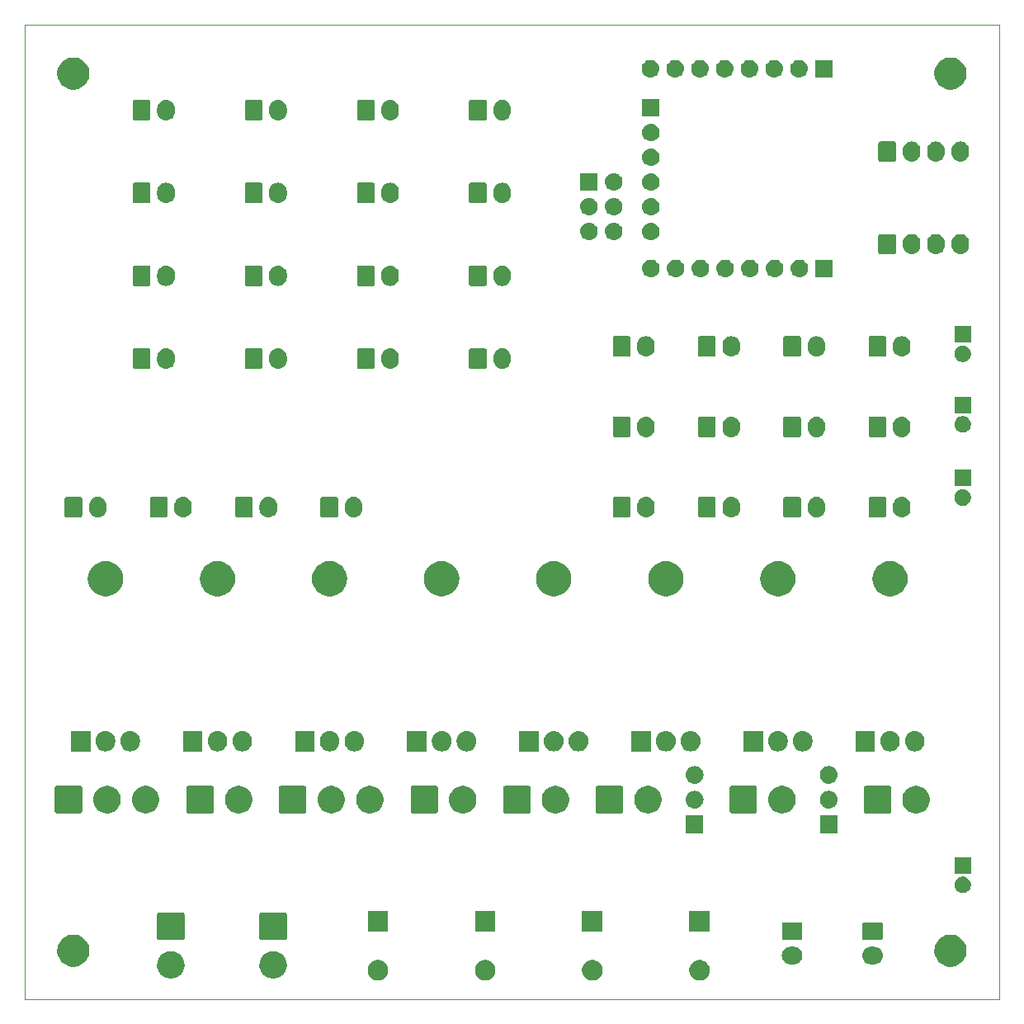
<source format=gbr>
G04 #@! TF.GenerationSoftware,KiCad,Pcbnew,(5.1.0)-1*
G04 #@! TF.CreationDate,2021-07-08T22:58:54+02:00*
G04 #@! TF.ProjectId,test-case-controller,74657374-2d63-4617-9365-2d636f6e7472,V1.0*
G04 #@! TF.SameCoordinates,Original*
G04 #@! TF.FileFunction,Soldermask,Bot*
G04 #@! TF.FilePolarity,Negative*
%FSLAX46Y46*%
G04 Gerber Fmt 4.6, Leading zero omitted, Abs format (unit mm)*
G04 Created by KiCad (PCBNEW (5.1.0)-1) date 2021-07-08 22:58:54*
%MOMM*%
%LPD*%
G04 APERTURE LIST*
%ADD10C,0.050000*%
%ADD11C,0.150000*%
G04 APERTURE END LIST*
D10*
X15000000Y-115000000D02*
X15000000Y-15000000D01*
X15000000Y-115000000D02*
X115000000Y-115000000D01*
X115000000Y-15000000D02*
X115000000Y-115000000D01*
X15000000Y-15000000D02*
X115000000Y-15000000D01*
D11*
G36*
X62556564Y-110989389D02*
G01*
X62747833Y-111068615D01*
X62747835Y-111068616D01*
X62919973Y-111183635D01*
X63066365Y-111330027D01*
X63155280Y-111463097D01*
X63181385Y-111502167D01*
X63260611Y-111693436D01*
X63301000Y-111896484D01*
X63301000Y-112103516D01*
X63260611Y-112306564D01*
X63241341Y-112353085D01*
X63181384Y-112497835D01*
X63066365Y-112669973D01*
X62919973Y-112816365D01*
X62747835Y-112931384D01*
X62747834Y-112931385D01*
X62747833Y-112931385D01*
X62556564Y-113010611D01*
X62353516Y-113051000D01*
X62146484Y-113051000D01*
X61943436Y-113010611D01*
X61752167Y-112931385D01*
X61752166Y-112931385D01*
X61752165Y-112931384D01*
X61580027Y-112816365D01*
X61433635Y-112669973D01*
X61318616Y-112497835D01*
X61258659Y-112353085D01*
X61239389Y-112306564D01*
X61199000Y-112103516D01*
X61199000Y-111896484D01*
X61239389Y-111693436D01*
X61318615Y-111502167D01*
X61344721Y-111463097D01*
X61433635Y-111330027D01*
X61580027Y-111183635D01*
X61752165Y-111068616D01*
X61752167Y-111068615D01*
X61943436Y-110989389D01*
X62146484Y-110949000D01*
X62353516Y-110949000D01*
X62556564Y-110989389D01*
X62556564Y-110989389D01*
G37*
G36*
X73556564Y-110989389D02*
G01*
X73747833Y-111068615D01*
X73747835Y-111068616D01*
X73919973Y-111183635D01*
X74066365Y-111330027D01*
X74155280Y-111463097D01*
X74181385Y-111502167D01*
X74260611Y-111693436D01*
X74301000Y-111896484D01*
X74301000Y-112103516D01*
X74260611Y-112306564D01*
X74241341Y-112353085D01*
X74181384Y-112497835D01*
X74066365Y-112669973D01*
X73919973Y-112816365D01*
X73747835Y-112931384D01*
X73747834Y-112931385D01*
X73747833Y-112931385D01*
X73556564Y-113010611D01*
X73353516Y-113051000D01*
X73146484Y-113051000D01*
X72943436Y-113010611D01*
X72752167Y-112931385D01*
X72752166Y-112931385D01*
X72752165Y-112931384D01*
X72580027Y-112816365D01*
X72433635Y-112669973D01*
X72318616Y-112497835D01*
X72258659Y-112353085D01*
X72239389Y-112306564D01*
X72199000Y-112103516D01*
X72199000Y-111896484D01*
X72239389Y-111693436D01*
X72318615Y-111502167D01*
X72344721Y-111463097D01*
X72433635Y-111330027D01*
X72580027Y-111183635D01*
X72752165Y-111068616D01*
X72752167Y-111068615D01*
X72943436Y-110989389D01*
X73146484Y-110949000D01*
X73353516Y-110949000D01*
X73556564Y-110989389D01*
X73556564Y-110989389D01*
G37*
G36*
X84556564Y-110989389D02*
G01*
X84747833Y-111068615D01*
X84747835Y-111068616D01*
X84919973Y-111183635D01*
X85066365Y-111330027D01*
X85155280Y-111463097D01*
X85181385Y-111502167D01*
X85260611Y-111693436D01*
X85301000Y-111896484D01*
X85301000Y-112103516D01*
X85260611Y-112306564D01*
X85241341Y-112353085D01*
X85181384Y-112497835D01*
X85066365Y-112669973D01*
X84919973Y-112816365D01*
X84747835Y-112931384D01*
X84747834Y-112931385D01*
X84747833Y-112931385D01*
X84556564Y-113010611D01*
X84353516Y-113051000D01*
X84146484Y-113051000D01*
X83943436Y-113010611D01*
X83752167Y-112931385D01*
X83752166Y-112931385D01*
X83752165Y-112931384D01*
X83580027Y-112816365D01*
X83433635Y-112669973D01*
X83318616Y-112497835D01*
X83258659Y-112353085D01*
X83239389Y-112306564D01*
X83199000Y-112103516D01*
X83199000Y-111896484D01*
X83239389Y-111693436D01*
X83318615Y-111502167D01*
X83344721Y-111463097D01*
X83433635Y-111330027D01*
X83580027Y-111183635D01*
X83752165Y-111068616D01*
X83752167Y-111068615D01*
X83943436Y-110989389D01*
X84146484Y-110949000D01*
X84353516Y-110949000D01*
X84556564Y-110989389D01*
X84556564Y-110989389D01*
G37*
G36*
X51556564Y-110989389D02*
G01*
X51747833Y-111068615D01*
X51747835Y-111068616D01*
X51919973Y-111183635D01*
X52066365Y-111330027D01*
X52155280Y-111463097D01*
X52181385Y-111502167D01*
X52260611Y-111693436D01*
X52301000Y-111896484D01*
X52301000Y-112103516D01*
X52260611Y-112306564D01*
X52241341Y-112353085D01*
X52181384Y-112497835D01*
X52066365Y-112669973D01*
X51919973Y-112816365D01*
X51747835Y-112931384D01*
X51747834Y-112931385D01*
X51747833Y-112931385D01*
X51556564Y-113010611D01*
X51353516Y-113051000D01*
X51146484Y-113051000D01*
X50943436Y-113010611D01*
X50752167Y-112931385D01*
X50752166Y-112931385D01*
X50752165Y-112931384D01*
X50580027Y-112816365D01*
X50433635Y-112669973D01*
X50318616Y-112497835D01*
X50258659Y-112353085D01*
X50239389Y-112306564D01*
X50199000Y-112103516D01*
X50199000Y-111896484D01*
X50239389Y-111693436D01*
X50318615Y-111502167D01*
X50344721Y-111463097D01*
X50433635Y-111330027D01*
X50580027Y-111183635D01*
X50752165Y-111068616D01*
X50752167Y-111068615D01*
X50943436Y-110989389D01*
X51146484Y-110949000D01*
X51353516Y-110949000D01*
X51556564Y-110989389D01*
X51556564Y-110989389D01*
G37*
G36*
X40818433Y-110094893D02*
G01*
X40908657Y-110112839D01*
X41006898Y-110153532D01*
X41163621Y-110218449D01*
X41163622Y-110218450D01*
X41393086Y-110371772D01*
X41588228Y-110566914D01*
X41661534Y-110676625D01*
X41741551Y-110796379D01*
X41803415Y-110945733D01*
X41847161Y-111051343D01*
X41850597Y-111068616D01*
X41893124Y-111282415D01*
X41901000Y-111322014D01*
X41901000Y-111597986D01*
X41847161Y-111868657D01*
X41803415Y-111974267D01*
X41741551Y-112123621D01*
X41741550Y-112123622D01*
X41588228Y-112353086D01*
X41393086Y-112548228D01*
X41239763Y-112650675D01*
X41163621Y-112701551D01*
X41014267Y-112763415D01*
X40908657Y-112807161D01*
X40818433Y-112825107D01*
X40637988Y-112861000D01*
X40362012Y-112861000D01*
X40181567Y-112825107D01*
X40091343Y-112807161D01*
X39985733Y-112763415D01*
X39836379Y-112701551D01*
X39760237Y-112650675D01*
X39606914Y-112548228D01*
X39411772Y-112353086D01*
X39258450Y-112123622D01*
X39258449Y-112123621D01*
X39196585Y-111974267D01*
X39152839Y-111868657D01*
X39099000Y-111597986D01*
X39099000Y-111322014D01*
X39106877Y-111282415D01*
X39149403Y-111068616D01*
X39152839Y-111051343D01*
X39196585Y-110945733D01*
X39258449Y-110796379D01*
X39338466Y-110676625D01*
X39411772Y-110566914D01*
X39606914Y-110371772D01*
X39836378Y-110218450D01*
X39836379Y-110218449D01*
X39993102Y-110153532D01*
X40091343Y-110112839D01*
X40181567Y-110094893D01*
X40362012Y-110059000D01*
X40637988Y-110059000D01*
X40818433Y-110094893D01*
X40818433Y-110094893D01*
G37*
G36*
X30318433Y-110094893D02*
G01*
X30408657Y-110112839D01*
X30506898Y-110153532D01*
X30663621Y-110218449D01*
X30663622Y-110218450D01*
X30893086Y-110371772D01*
X31088228Y-110566914D01*
X31161534Y-110676625D01*
X31241551Y-110796379D01*
X31303415Y-110945733D01*
X31347161Y-111051343D01*
X31350597Y-111068616D01*
X31393124Y-111282415D01*
X31401000Y-111322014D01*
X31401000Y-111597986D01*
X31347161Y-111868657D01*
X31303415Y-111974267D01*
X31241551Y-112123621D01*
X31241550Y-112123622D01*
X31088228Y-112353086D01*
X30893086Y-112548228D01*
X30739763Y-112650675D01*
X30663621Y-112701551D01*
X30514267Y-112763415D01*
X30408657Y-112807161D01*
X30318433Y-112825107D01*
X30137988Y-112861000D01*
X29862012Y-112861000D01*
X29681567Y-112825107D01*
X29591343Y-112807161D01*
X29485733Y-112763415D01*
X29336379Y-112701551D01*
X29260237Y-112650675D01*
X29106914Y-112548228D01*
X28911772Y-112353086D01*
X28758450Y-112123622D01*
X28758449Y-112123621D01*
X28696585Y-111974267D01*
X28652839Y-111868657D01*
X28599000Y-111597986D01*
X28599000Y-111322014D01*
X28606877Y-111282415D01*
X28649403Y-111068616D01*
X28652839Y-111051343D01*
X28696585Y-110945733D01*
X28758449Y-110796379D01*
X28838466Y-110676625D01*
X28911772Y-110566914D01*
X29106914Y-110371772D01*
X29336378Y-110218450D01*
X29336379Y-110218449D01*
X29493102Y-110153532D01*
X29591343Y-110112839D01*
X29681567Y-110094893D01*
X29862012Y-110059000D01*
X30137988Y-110059000D01*
X30318433Y-110094893D01*
X30318433Y-110094893D01*
G37*
G36*
X20375256Y-108391298D02*
G01*
X20481579Y-108412447D01*
X20782042Y-108536903D01*
X21052451Y-108717585D01*
X21282415Y-108947549D01*
X21282416Y-108947551D01*
X21463098Y-109217960D01*
X21587553Y-109518422D01*
X21633065Y-109747222D01*
X21651000Y-109837391D01*
X21651000Y-110162609D01*
X21587553Y-110481579D01*
X21463097Y-110782042D01*
X21282415Y-111052451D01*
X21052451Y-111282415D01*
X20782042Y-111463097D01*
X20481579Y-111587553D01*
X20375256Y-111608702D01*
X20162611Y-111651000D01*
X19837389Y-111651000D01*
X19624744Y-111608702D01*
X19518421Y-111587553D01*
X19217958Y-111463097D01*
X18947549Y-111282415D01*
X18717585Y-111052451D01*
X18536903Y-110782042D01*
X18412447Y-110481579D01*
X18349000Y-110162609D01*
X18349000Y-109837391D01*
X18366936Y-109747222D01*
X18412447Y-109518422D01*
X18536902Y-109217960D01*
X18717584Y-108947551D01*
X18717585Y-108947549D01*
X18947549Y-108717585D01*
X19217958Y-108536903D01*
X19518421Y-108412447D01*
X19624744Y-108391298D01*
X19837389Y-108349000D01*
X20162611Y-108349000D01*
X20375256Y-108391298D01*
X20375256Y-108391298D01*
G37*
G36*
X110375256Y-108391298D02*
G01*
X110481579Y-108412447D01*
X110782042Y-108536903D01*
X111052451Y-108717585D01*
X111282415Y-108947549D01*
X111282416Y-108947551D01*
X111463098Y-109217960D01*
X111587553Y-109518422D01*
X111633065Y-109747222D01*
X111651000Y-109837391D01*
X111651000Y-110162609D01*
X111587553Y-110481579D01*
X111463097Y-110782042D01*
X111282415Y-111052451D01*
X111052451Y-111282415D01*
X110782042Y-111463097D01*
X110481579Y-111587553D01*
X110375256Y-111608702D01*
X110162611Y-111651000D01*
X109837389Y-111651000D01*
X109624744Y-111608702D01*
X109518421Y-111587553D01*
X109217958Y-111463097D01*
X108947549Y-111282415D01*
X108717585Y-111052451D01*
X108536903Y-110782042D01*
X108412447Y-110481579D01*
X108349000Y-110162609D01*
X108349000Y-109837391D01*
X108366936Y-109747222D01*
X108412447Y-109518422D01*
X108536902Y-109217960D01*
X108717584Y-108947551D01*
X108717585Y-108947549D01*
X108947549Y-108717585D01*
X109217958Y-108536903D01*
X109518421Y-108412447D01*
X109624744Y-108391298D01*
X109837389Y-108349000D01*
X110162611Y-108349000D01*
X110375256Y-108391298D01*
X110375256Y-108391298D01*
G37*
G36*
X94010442Y-109605518D02*
G01*
X94076627Y-109612037D01*
X94246466Y-109663557D01*
X94402991Y-109747222D01*
X94438729Y-109776552D01*
X94540186Y-109859814D01*
X94623448Y-109961271D01*
X94652778Y-109997009D01*
X94736443Y-110153534D01*
X94787963Y-110323373D01*
X94805359Y-110500000D01*
X94787963Y-110676627D01*
X94736443Y-110846466D01*
X94652778Y-111002991D01*
X94623448Y-111038729D01*
X94540186Y-111140186D01*
X94438729Y-111223448D01*
X94402991Y-111252778D01*
X94402989Y-111252779D01*
X94258470Y-111330027D01*
X94246466Y-111336443D01*
X94076627Y-111387963D01*
X94010443Y-111394481D01*
X93944260Y-111401000D01*
X93555740Y-111401000D01*
X93489557Y-111394481D01*
X93423373Y-111387963D01*
X93253534Y-111336443D01*
X93241531Y-111330027D01*
X93097011Y-111252779D01*
X93097009Y-111252778D01*
X93061271Y-111223448D01*
X92959814Y-111140186D01*
X92876552Y-111038729D01*
X92847222Y-111002991D01*
X92763557Y-110846466D01*
X92712037Y-110676627D01*
X92694641Y-110500000D01*
X92712037Y-110323373D01*
X92763557Y-110153534D01*
X92847222Y-109997009D01*
X92876552Y-109961271D01*
X92959814Y-109859814D01*
X93061271Y-109776552D01*
X93097009Y-109747222D01*
X93253534Y-109663557D01*
X93423373Y-109612037D01*
X93489558Y-109605518D01*
X93555740Y-109599000D01*
X93944260Y-109599000D01*
X94010442Y-109605518D01*
X94010442Y-109605518D01*
G37*
G36*
X102260442Y-109605518D02*
G01*
X102326627Y-109612037D01*
X102496466Y-109663557D01*
X102652991Y-109747222D01*
X102688729Y-109776552D01*
X102790186Y-109859814D01*
X102873448Y-109961271D01*
X102902778Y-109997009D01*
X102986443Y-110153534D01*
X103037963Y-110323373D01*
X103055359Y-110500000D01*
X103037963Y-110676627D01*
X102986443Y-110846466D01*
X102902778Y-111002991D01*
X102873448Y-111038729D01*
X102790186Y-111140186D01*
X102688729Y-111223448D01*
X102652991Y-111252778D01*
X102652989Y-111252779D01*
X102508470Y-111330027D01*
X102496466Y-111336443D01*
X102326627Y-111387963D01*
X102260443Y-111394481D01*
X102194260Y-111401000D01*
X101805740Y-111401000D01*
X101739557Y-111394481D01*
X101673373Y-111387963D01*
X101503534Y-111336443D01*
X101491531Y-111330027D01*
X101347011Y-111252779D01*
X101347009Y-111252778D01*
X101311271Y-111223448D01*
X101209814Y-111140186D01*
X101126552Y-111038729D01*
X101097222Y-111002991D01*
X101013557Y-110846466D01*
X100962037Y-110676627D01*
X100944641Y-110500000D01*
X100962037Y-110323373D01*
X101013557Y-110153534D01*
X101097222Y-109997009D01*
X101126552Y-109961271D01*
X101209814Y-109859814D01*
X101311271Y-109776552D01*
X101347009Y-109747222D01*
X101503534Y-109663557D01*
X101673373Y-109612037D01*
X101739558Y-109605518D01*
X101805740Y-109599000D01*
X102194260Y-109599000D01*
X102260442Y-109605518D01*
X102260442Y-109605518D01*
G37*
G36*
X31274031Y-106102621D02*
G01*
X31303486Y-106111556D01*
X31330623Y-106126062D01*
X31354414Y-106145586D01*
X31373938Y-106169377D01*
X31388444Y-106196514D01*
X31397379Y-106225969D01*
X31401000Y-106262734D01*
X31401000Y-108737266D01*
X31397379Y-108774031D01*
X31388444Y-108803486D01*
X31373938Y-108830623D01*
X31354414Y-108854414D01*
X31330623Y-108873938D01*
X31303486Y-108888444D01*
X31274031Y-108897379D01*
X31237266Y-108901000D01*
X28762734Y-108901000D01*
X28725969Y-108897379D01*
X28696514Y-108888444D01*
X28669377Y-108873938D01*
X28645586Y-108854414D01*
X28626062Y-108830623D01*
X28611556Y-108803486D01*
X28602621Y-108774031D01*
X28599000Y-108737266D01*
X28599000Y-106262734D01*
X28602621Y-106225969D01*
X28611556Y-106196514D01*
X28626062Y-106169377D01*
X28645586Y-106145586D01*
X28669377Y-106126062D01*
X28696514Y-106111556D01*
X28725969Y-106102621D01*
X28762734Y-106099000D01*
X31237266Y-106099000D01*
X31274031Y-106102621D01*
X31274031Y-106102621D01*
G37*
G36*
X41774031Y-106102621D02*
G01*
X41803486Y-106111556D01*
X41830623Y-106126062D01*
X41854414Y-106145586D01*
X41873938Y-106169377D01*
X41888444Y-106196514D01*
X41897379Y-106225969D01*
X41901000Y-106262734D01*
X41901000Y-108737266D01*
X41897379Y-108774031D01*
X41888444Y-108803486D01*
X41873938Y-108830623D01*
X41854414Y-108854414D01*
X41830623Y-108873938D01*
X41803486Y-108888444D01*
X41774031Y-108897379D01*
X41737266Y-108901000D01*
X39262734Y-108901000D01*
X39225969Y-108897379D01*
X39196514Y-108888444D01*
X39169377Y-108873938D01*
X39145586Y-108854414D01*
X39126062Y-108830623D01*
X39111556Y-108803486D01*
X39102621Y-108774031D01*
X39099000Y-108737266D01*
X39099000Y-106262734D01*
X39102621Y-106225969D01*
X39111556Y-106196514D01*
X39126062Y-106169377D01*
X39145586Y-106145586D01*
X39169377Y-106126062D01*
X39196514Y-106111556D01*
X39225969Y-106102621D01*
X39262734Y-106099000D01*
X41737266Y-106099000D01*
X41774031Y-106102621D01*
X41774031Y-106102621D01*
G37*
G36*
X94658600Y-107102989D02*
G01*
X94691652Y-107113015D01*
X94722103Y-107129292D01*
X94748799Y-107151201D01*
X94770708Y-107177897D01*
X94786985Y-107208348D01*
X94797011Y-107241400D01*
X94801000Y-107281903D01*
X94801000Y-108718097D01*
X94797011Y-108758600D01*
X94786985Y-108791652D01*
X94770708Y-108822103D01*
X94748799Y-108848799D01*
X94722103Y-108870708D01*
X94691652Y-108886985D01*
X94658600Y-108897011D01*
X94618097Y-108901000D01*
X92881903Y-108901000D01*
X92841400Y-108897011D01*
X92808348Y-108886985D01*
X92777897Y-108870708D01*
X92751201Y-108848799D01*
X92729292Y-108822103D01*
X92713015Y-108791652D01*
X92702989Y-108758600D01*
X92699000Y-108718097D01*
X92699000Y-107281903D01*
X92702989Y-107241400D01*
X92713015Y-107208348D01*
X92729292Y-107177897D01*
X92751201Y-107151201D01*
X92777897Y-107129292D01*
X92808348Y-107113015D01*
X92841400Y-107102989D01*
X92881903Y-107099000D01*
X94618097Y-107099000D01*
X94658600Y-107102989D01*
X94658600Y-107102989D01*
G37*
G36*
X102908600Y-107102989D02*
G01*
X102941652Y-107113015D01*
X102972103Y-107129292D01*
X102998799Y-107151201D01*
X103020708Y-107177897D01*
X103036985Y-107208348D01*
X103047011Y-107241400D01*
X103051000Y-107281903D01*
X103051000Y-108718097D01*
X103047011Y-108758600D01*
X103036985Y-108791652D01*
X103020708Y-108822103D01*
X102998799Y-108848799D01*
X102972103Y-108870708D01*
X102941652Y-108886985D01*
X102908600Y-108897011D01*
X102868097Y-108901000D01*
X101131903Y-108901000D01*
X101091400Y-108897011D01*
X101058348Y-108886985D01*
X101027897Y-108870708D01*
X101001201Y-108848799D01*
X100979292Y-108822103D01*
X100963015Y-108791652D01*
X100952989Y-108758600D01*
X100949000Y-108718097D01*
X100949000Y-107281903D01*
X100952989Y-107241400D01*
X100963015Y-107208348D01*
X100979292Y-107177897D01*
X101001201Y-107151201D01*
X101027897Y-107129292D01*
X101058348Y-107113015D01*
X101091400Y-107102989D01*
X101131903Y-107099000D01*
X102868097Y-107099000D01*
X102908600Y-107102989D01*
X102908600Y-107102989D01*
G37*
G36*
X85301000Y-108051000D02*
G01*
X83199000Y-108051000D01*
X83199000Y-105949000D01*
X85301000Y-105949000D01*
X85301000Y-108051000D01*
X85301000Y-108051000D01*
G37*
G36*
X74301000Y-108051000D02*
G01*
X72199000Y-108051000D01*
X72199000Y-105949000D01*
X74301000Y-105949000D01*
X74301000Y-108051000D01*
X74301000Y-108051000D01*
G37*
G36*
X52301000Y-108051000D02*
G01*
X50199000Y-108051000D01*
X50199000Y-105949000D01*
X52301000Y-105949000D01*
X52301000Y-108051000D01*
X52301000Y-108051000D01*
G37*
G36*
X63301000Y-108051000D02*
G01*
X61199000Y-108051000D01*
X61199000Y-105949000D01*
X63301000Y-105949000D01*
X63301000Y-108051000D01*
X63301000Y-108051000D01*
G37*
G36*
X111498228Y-102431703D02*
G01*
X111653100Y-102495853D01*
X111792481Y-102588985D01*
X111911015Y-102707519D01*
X112004147Y-102846900D01*
X112068297Y-103001772D01*
X112101000Y-103166184D01*
X112101000Y-103333816D01*
X112068297Y-103498228D01*
X112004147Y-103653100D01*
X111911015Y-103792481D01*
X111792481Y-103911015D01*
X111653100Y-104004147D01*
X111498228Y-104068297D01*
X111333816Y-104101000D01*
X111166184Y-104101000D01*
X111001772Y-104068297D01*
X110846900Y-104004147D01*
X110707519Y-103911015D01*
X110588985Y-103792481D01*
X110495853Y-103653100D01*
X110431703Y-103498228D01*
X110399000Y-103333816D01*
X110399000Y-103166184D01*
X110431703Y-103001772D01*
X110495853Y-102846900D01*
X110588985Y-102707519D01*
X110707519Y-102588985D01*
X110846900Y-102495853D01*
X111001772Y-102431703D01*
X111166184Y-102399000D01*
X111333816Y-102399000D01*
X111498228Y-102431703D01*
X111498228Y-102431703D01*
G37*
G36*
X112101000Y-102101000D02*
G01*
X110399000Y-102101000D01*
X110399000Y-100399000D01*
X112101000Y-100399000D01*
X112101000Y-102101000D01*
X112101000Y-102101000D01*
G37*
G36*
X98401000Y-97941000D02*
G01*
X96599000Y-97941000D01*
X96599000Y-96139000D01*
X98401000Y-96139000D01*
X98401000Y-97941000D01*
X98401000Y-97941000D01*
G37*
G36*
X84651000Y-97941000D02*
G01*
X82849000Y-97941000D01*
X82849000Y-96139000D01*
X84651000Y-96139000D01*
X84651000Y-97941000D01*
X84651000Y-97941000D01*
G37*
G36*
X90024031Y-93102621D02*
G01*
X90053486Y-93111556D01*
X90080623Y-93126062D01*
X90104414Y-93145586D01*
X90123938Y-93169377D01*
X90138444Y-93196514D01*
X90147379Y-93225969D01*
X90151000Y-93262734D01*
X90151000Y-95737266D01*
X90147379Y-95774031D01*
X90138444Y-95803486D01*
X90123938Y-95830623D01*
X90104414Y-95854414D01*
X90080623Y-95873938D01*
X90053486Y-95888444D01*
X90024031Y-95897379D01*
X89987266Y-95901000D01*
X87512734Y-95901000D01*
X87475969Y-95897379D01*
X87446514Y-95888444D01*
X87419377Y-95873938D01*
X87395586Y-95854414D01*
X87376062Y-95830623D01*
X87361556Y-95803486D01*
X87352621Y-95774031D01*
X87349000Y-95737266D01*
X87349000Y-93262734D01*
X87352621Y-93225969D01*
X87361556Y-93196514D01*
X87376062Y-93169377D01*
X87395586Y-93145586D01*
X87419377Y-93126062D01*
X87446514Y-93111556D01*
X87475969Y-93102621D01*
X87512734Y-93099000D01*
X89987266Y-93099000D01*
X90024031Y-93102621D01*
X90024031Y-93102621D01*
G37*
G36*
X92984038Y-93126062D02*
G01*
X93118657Y-93152839D01*
X93224097Y-93196514D01*
X93373621Y-93258449D01*
X93447525Y-93307830D01*
X93603086Y-93411772D01*
X93798228Y-93606914D01*
X93836075Y-93663557D01*
X93951551Y-93836379D01*
X94057161Y-94091344D01*
X94111000Y-94362012D01*
X94111000Y-94637988D01*
X94057161Y-94908656D01*
X93951551Y-95163621D01*
X93951550Y-95163622D01*
X93798228Y-95393086D01*
X93603086Y-95588228D01*
X93523276Y-95641555D01*
X93373621Y-95741551D01*
X93295207Y-95774031D01*
X93118657Y-95847161D01*
X93028433Y-95865107D01*
X92847988Y-95901000D01*
X92572012Y-95901000D01*
X92391567Y-95865107D01*
X92301343Y-95847161D01*
X92124793Y-95774031D01*
X92046379Y-95741551D01*
X91896724Y-95641555D01*
X91816914Y-95588228D01*
X91621772Y-95393086D01*
X91468450Y-95163622D01*
X91468449Y-95163621D01*
X91362839Y-94908656D01*
X91309000Y-94637988D01*
X91309000Y-94362012D01*
X91362839Y-94091344D01*
X91468449Y-93836379D01*
X91583925Y-93663557D01*
X91621772Y-93606914D01*
X91816914Y-93411772D01*
X91972475Y-93307830D01*
X92046379Y-93258449D01*
X92195903Y-93196514D01*
X92301343Y-93152839D01*
X92435962Y-93126062D01*
X92572012Y-93099000D01*
X92847988Y-93099000D01*
X92984038Y-93126062D01*
X92984038Y-93126062D01*
G37*
G36*
X103774031Y-93102621D02*
G01*
X103803486Y-93111556D01*
X103830623Y-93126062D01*
X103854414Y-93145586D01*
X103873938Y-93169377D01*
X103888444Y-93196514D01*
X103897379Y-93225969D01*
X103901000Y-93262734D01*
X103901000Y-95737266D01*
X103897379Y-95774031D01*
X103888444Y-95803486D01*
X103873938Y-95830623D01*
X103854414Y-95854414D01*
X103830623Y-95873938D01*
X103803486Y-95888444D01*
X103774031Y-95897379D01*
X103737266Y-95901000D01*
X101262734Y-95901000D01*
X101225969Y-95897379D01*
X101196514Y-95888444D01*
X101169377Y-95873938D01*
X101145586Y-95854414D01*
X101126062Y-95830623D01*
X101111556Y-95803486D01*
X101102621Y-95774031D01*
X101099000Y-95737266D01*
X101099000Y-93262734D01*
X101102621Y-93225969D01*
X101111556Y-93196514D01*
X101126062Y-93169377D01*
X101145586Y-93145586D01*
X101169377Y-93126062D01*
X101196514Y-93111556D01*
X101225969Y-93102621D01*
X101262734Y-93099000D01*
X103737266Y-93099000D01*
X103774031Y-93102621D01*
X103774031Y-93102621D01*
G37*
G36*
X106734038Y-93126062D02*
G01*
X106868657Y-93152839D01*
X106974097Y-93196514D01*
X107123621Y-93258449D01*
X107197525Y-93307830D01*
X107353086Y-93411772D01*
X107548228Y-93606914D01*
X107586075Y-93663557D01*
X107701551Y-93836379D01*
X107807161Y-94091344D01*
X107861000Y-94362012D01*
X107861000Y-94637988D01*
X107807161Y-94908656D01*
X107701551Y-95163621D01*
X107701550Y-95163622D01*
X107548228Y-95393086D01*
X107353086Y-95588228D01*
X107273276Y-95641555D01*
X107123621Y-95741551D01*
X107045207Y-95774031D01*
X106868657Y-95847161D01*
X106778433Y-95865107D01*
X106597988Y-95901000D01*
X106322012Y-95901000D01*
X106141567Y-95865107D01*
X106051343Y-95847161D01*
X105874793Y-95774031D01*
X105796379Y-95741551D01*
X105646724Y-95641555D01*
X105566914Y-95588228D01*
X105371772Y-95393086D01*
X105218450Y-95163622D01*
X105218449Y-95163621D01*
X105112839Y-94908656D01*
X105059000Y-94637988D01*
X105059000Y-94362012D01*
X105112839Y-94091344D01*
X105218449Y-93836379D01*
X105333925Y-93663557D01*
X105371772Y-93606914D01*
X105566914Y-93411772D01*
X105722475Y-93307830D01*
X105796379Y-93258449D01*
X105945903Y-93196514D01*
X106051343Y-93152839D01*
X106185962Y-93126062D01*
X106322012Y-93099000D01*
X106597988Y-93099000D01*
X106734038Y-93126062D01*
X106734038Y-93126062D01*
G37*
G36*
X43774031Y-93102621D02*
G01*
X43803486Y-93111556D01*
X43830623Y-93126062D01*
X43854414Y-93145586D01*
X43873938Y-93169377D01*
X43888444Y-93196514D01*
X43897379Y-93225969D01*
X43901000Y-93262734D01*
X43901000Y-95737266D01*
X43897379Y-95774031D01*
X43888444Y-95803486D01*
X43873938Y-95830623D01*
X43854414Y-95854414D01*
X43830623Y-95873938D01*
X43803486Y-95888444D01*
X43774031Y-95897379D01*
X43737266Y-95901000D01*
X41262734Y-95901000D01*
X41225969Y-95897379D01*
X41196514Y-95888444D01*
X41169377Y-95873938D01*
X41145586Y-95854414D01*
X41126062Y-95830623D01*
X41111556Y-95803486D01*
X41102621Y-95774031D01*
X41099000Y-95737266D01*
X41099000Y-93262734D01*
X41102621Y-93225969D01*
X41111556Y-93196514D01*
X41126062Y-93169377D01*
X41145586Y-93145586D01*
X41169377Y-93126062D01*
X41196514Y-93111556D01*
X41225969Y-93102621D01*
X41262734Y-93099000D01*
X43737266Y-93099000D01*
X43774031Y-93102621D01*
X43774031Y-93102621D01*
G37*
G36*
X46734038Y-93126062D02*
G01*
X46868657Y-93152839D01*
X46974097Y-93196514D01*
X47123621Y-93258449D01*
X47197525Y-93307830D01*
X47353086Y-93411772D01*
X47548228Y-93606914D01*
X47586075Y-93663557D01*
X47701551Y-93836379D01*
X47807161Y-94091344D01*
X47861000Y-94362012D01*
X47861000Y-94637988D01*
X47807161Y-94908656D01*
X47701551Y-95163621D01*
X47701550Y-95163622D01*
X47548228Y-95393086D01*
X47353086Y-95588228D01*
X47273276Y-95641555D01*
X47123621Y-95741551D01*
X47045207Y-95774031D01*
X46868657Y-95847161D01*
X46778433Y-95865107D01*
X46597988Y-95901000D01*
X46322012Y-95901000D01*
X46141567Y-95865107D01*
X46051343Y-95847161D01*
X45874793Y-95774031D01*
X45796379Y-95741551D01*
X45646724Y-95641555D01*
X45566914Y-95588228D01*
X45371772Y-95393086D01*
X45218450Y-95163622D01*
X45218449Y-95163621D01*
X45112839Y-94908656D01*
X45059000Y-94637988D01*
X45059000Y-94362012D01*
X45112839Y-94091344D01*
X45218449Y-93836379D01*
X45333925Y-93663557D01*
X45371772Y-93606914D01*
X45566914Y-93411772D01*
X45722475Y-93307830D01*
X45796379Y-93258449D01*
X45945903Y-93196514D01*
X46051343Y-93152839D01*
X46185962Y-93126062D01*
X46322012Y-93099000D01*
X46597988Y-93099000D01*
X46734038Y-93126062D01*
X46734038Y-93126062D01*
G37*
G36*
X50694038Y-93126062D02*
G01*
X50828657Y-93152839D01*
X50934097Y-93196514D01*
X51083621Y-93258449D01*
X51157525Y-93307830D01*
X51313086Y-93411772D01*
X51508228Y-93606914D01*
X51546075Y-93663557D01*
X51661551Y-93836379D01*
X51767161Y-94091344D01*
X51821000Y-94362012D01*
X51821000Y-94637988D01*
X51767161Y-94908656D01*
X51661551Y-95163621D01*
X51661550Y-95163622D01*
X51508228Y-95393086D01*
X51313086Y-95588228D01*
X51233276Y-95641555D01*
X51083621Y-95741551D01*
X51005207Y-95774031D01*
X50828657Y-95847161D01*
X50738433Y-95865107D01*
X50557988Y-95901000D01*
X50282012Y-95901000D01*
X50101567Y-95865107D01*
X50011343Y-95847161D01*
X49834793Y-95774031D01*
X49756379Y-95741551D01*
X49606724Y-95641555D01*
X49526914Y-95588228D01*
X49331772Y-95393086D01*
X49178450Y-95163622D01*
X49178449Y-95163621D01*
X49072839Y-94908656D01*
X49019000Y-94637988D01*
X49019000Y-94362012D01*
X49072839Y-94091344D01*
X49178449Y-93836379D01*
X49293925Y-93663557D01*
X49331772Y-93606914D01*
X49526914Y-93411772D01*
X49682475Y-93307830D01*
X49756379Y-93258449D01*
X49905903Y-93196514D01*
X50011343Y-93152839D01*
X50145962Y-93126062D01*
X50282012Y-93099000D01*
X50557988Y-93099000D01*
X50694038Y-93126062D01*
X50694038Y-93126062D01*
G37*
G36*
X57274031Y-93102621D02*
G01*
X57303486Y-93111556D01*
X57330623Y-93126062D01*
X57354414Y-93145586D01*
X57373938Y-93169377D01*
X57388444Y-93196514D01*
X57397379Y-93225969D01*
X57401000Y-93262734D01*
X57401000Y-95737266D01*
X57397379Y-95774031D01*
X57388444Y-95803486D01*
X57373938Y-95830623D01*
X57354414Y-95854414D01*
X57330623Y-95873938D01*
X57303486Y-95888444D01*
X57274031Y-95897379D01*
X57237266Y-95901000D01*
X54762734Y-95901000D01*
X54725969Y-95897379D01*
X54696514Y-95888444D01*
X54669377Y-95873938D01*
X54645586Y-95854414D01*
X54626062Y-95830623D01*
X54611556Y-95803486D01*
X54602621Y-95774031D01*
X54599000Y-95737266D01*
X54599000Y-93262734D01*
X54602621Y-93225969D01*
X54611556Y-93196514D01*
X54626062Y-93169377D01*
X54645586Y-93145586D01*
X54669377Y-93126062D01*
X54696514Y-93111556D01*
X54725969Y-93102621D01*
X54762734Y-93099000D01*
X57237266Y-93099000D01*
X57274031Y-93102621D01*
X57274031Y-93102621D01*
G37*
G36*
X60234038Y-93126062D02*
G01*
X60368657Y-93152839D01*
X60474097Y-93196514D01*
X60623621Y-93258449D01*
X60697525Y-93307830D01*
X60853086Y-93411772D01*
X61048228Y-93606914D01*
X61086075Y-93663557D01*
X61201551Y-93836379D01*
X61307161Y-94091344D01*
X61361000Y-94362012D01*
X61361000Y-94637988D01*
X61307161Y-94908656D01*
X61201551Y-95163621D01*
X61201550Y-95163622D01*
X61048228Y-95393086D01*
X60853086Y-95588228D01*
X60773276Y-95641555D01*
X60623621Y-95741551D01*
X60545207Y-95774031D01*
X60368657Y-95847161D01*
X60278433Y-95865107D01*
X60097988Y-95901000D01*
X59822012Y-95901000D01*
X59641567Y-95865107D01*
X59551343Y-95847161D01*
X59374793Y-95774031D01*
X59296379Y-95741551D01*
X59146724Y-95641555D01*
X59066914Y-95588228D01*
X58871772Y-95393086D01*
X58718450Y-95163622D01*
X58718449Y-95163621D01*
X58612839Y-94908656D01*
X58559000Y-94637988D01*
X58559000Y-94362012D01*
X58612839Y-94091344D01*
X58718449Y-93836379D01*
X58833925Y-93663557D01*
X58871772Y-93606914D01*
X59066914Y-93411772D01*
X59222475Y-93307830D01*
X59296379Y-93258449D01*
X59445903Y-93196514D01*
X59551343Y-93152839D01*
X59685962Y-93126062D01*
X59822012Y-93099000D01*
X60097988Y-93099000D01*
X60234038Y-93126062D01*
X60234038Y-93126062D01*
G37*
G36*
X69734038Y-93126062D02*
G01*
X69868657Y-93152839D01*
X69974097Y-93196514D01*
X70123621Y-93258449D01*
X70197525Y-93307830D01*
X70353086Y-93411772D01*
X70548228Y-93606914D01*
X70586075Y-93663557D01*
X70701551Y-93836379D01*
X70807161Y-94091344D01*
X70861000Y-94362012D01*
X70861000Y-94637988D01*
X70807161Y-94908656D01*
X70701551Y-95163621D01*
X70701550Y-95163622D01*
X70548228Y-95393086D01*
X70353086Y-95588228D01*
X70273276Y-95641555D01*
X70123621Y-95741551D01*
X70045207Y-95774031D01*
X69868657Y-95847161D01*
X69778433Y-95865107D01*
X69597988Y-95901000D01*
X69322012Y-95901000D01*
X69141567Y-95865107D01*
X69051343Y-95847161D01*
X68874793Y-95774031D01*
X68796379Y-95741551D01*
X68646724Y-95641555D01*
X68566914Y-95588228D01*
X68371772Y-95393086D01*
X68218450Y-95163622D01*
X68218449Y-95163621D01*
X68112839Y-94908656D01*
X68059000Y-94637988D01*
X68059000Y-94362012D01*
X68112839Y-94091344D01*
X68218449Y-93836379D01*
X68333925Y-93663557D01*
X68371772Y-93606914D01*
X68566914Y-93411772D01*
X68722475Y-93307830D01*
X68796379Y-93258449D01*
X68945903Y-93196514D01*
X69051343Y-93152839D01*
X69185962Y-93126062D01*
X69322012Y-93099000D01*
X69597988Y-93099000D01*
X69734038Y-93126062D01*
X69734038Y-93126062D01*
G37*
G36*
X76274031Y-93102621D02*
G01*
X76303486Y-93111556D01*
X76330623Y-93126062D01*
X76354414Y-93145586D01*
X76373938Y-93169377D01*
X76388444Y-93196514D01*
X76397379Y-93225969D01*
X76401000Y-93262734D01*
X76401000Y-95737266D01*
X76397379Y-95774031D01*
X76388444Y-95803486D01*
X76373938Y-95830623D01*
X76354414Y-95854414D01*
X76330623Y-95873938D01*
X76303486Y-95888444D01*
X76274031Y-95897379D01*
X76237266Y-95901000D01*
X73762734Y-95901000D01*
X73725969Y-95897379D01*
X73696514Y-95888444D01*
X73669377Y-95873938D01*
X73645586Y-95854414D01*
X73626062Y-95830623D01*
X73611556Y-95803486D01*
X73602621Y-95774031D01*
X73599000Y-95737266D01*
X73599000Y-93262734D01*
X73602621Y-93225969D01*
X73611556Y-93196514D01*
X73626062Y-93169377D01*
X73645586Y-93145586D01*
X73669377Y-93126062D01*
X73696514Y-93111556D01*
X73725969Y-93102621D01*
X73762734Y-93099000D01*
X76237266Y-93099000D01*
X76274031Y-93102621D01*
X76274031Y-93102621D01*
G37*
G36*
X79234038Y-93126062D02*
G01*
X79368657Y-93152839D01*
X79474097Y-93196514D01*
X79623621Y-93258449D01*
X79697525Y-93307830D01*
X79853086Y-93411772D01*
X80048228Y-93606914D01*
X80086075Y-93663557D01*
X80201551Y-93836379D01*
X80307161Y-94091344D01*
X80361000Y-94362012D01*
X80361000Y-94637988D01*
X80307161Y-94908656D01*
X80201551Y-95163621D01*
X80201550Y-95163622D01*
X80048228Y-95393086D01*
X79853086Y-95588228D01*
X79773276Y-95641555D01*
X79623621Y-95741551D01*
X79545207Y-95774031D01*
X79368657Y-95847161D01*
X79278433Y-95865107D01*
X79097988Y-95901000D01*
X78822012Y-95901000D01*
X78641567Y-95865107D01*
X78551343Y-95847161D01*
X78374793Y-95774031D01*
X78296379Y-95741551D01*
X78146724Y-95641555D01*
X78066914Y-95588228D01*
X77871772Y-95393086D01*
X77718450Y-95163622D01*
X77718449Y-95163621D01*
X77612839Y-94908656D01*
X77559000Y-94637988D01*
X77559000Y-94362012D01*
X77612839Y-94091344D01*
X77718449Y-93836379D01*
X77833925Y-93663557D01*
X77871772Y-93606914D01*
X78066914Y-93411772D01*
X78222475Y-93307830D01*
X78296379Y-93258449D01*
X78445903Y-93196514D01*
X78551343Y-93152839D01*
X78685962Y-93126062D01*
X78822012Y-93099000D01*
X79097988Y-93099000D01*
X79234038Y-93126062D01*
X79234038Y-93126062D01*
G37*
G36*
X37234038Y-93126062D02*
G01*
X37368657Y-93152839D01*
X37474097Y-93196514D01*
X37623621Y-93258449D01*
X37697525Y-93307830D01*
X37853086Y-93411772D01*
X38048228Y-93606914D01*
X38086075Y-93663557D01*
X38201551Y-93836379D01*
X38307161Y-94091344D01*
X38361000Y-94362012D01*
X38361000Y-94637988D01*
X38307161Y-94908656D01*
X38201551Y-95163621D01*
X38201550Y-95163622D01*
X38048228Y-95393086D01*
X37853086Y-95588228D01*
X37773276Y-95641555D01*
X37623621Y-95741551D01*
X37545207Y-95774031D01*
X37368657Y-95847161D01*
X37278433Y-95865107D01*
X37097988Y-95901000D01*
X36822012Y-95901000D01*
X36641567Y-95865107D01*
X36551343Y-95847161D01*
X36374793Y-95774031D01*
X36296379Y-95741551D01*
X36146724Y-95641555D01*
X36066914Y-95588228D01*
X35871772Y-95393086D01*
X35718450Y-95163622D01*
X35718449Y-95163621D01*
X35612839Y-94908656D01*
X35559000Y-94637988D01*
X35559000Y-94362012D01*
X35612839Y-94091344D01*
X35718449Y-93836379D01*
X35833925Y-93663557D01*
X35871772Y-93606914D01*
X36066914Y-93411772D01*
X36222475Y-93307830D01*
X36296379Y-93258449D01*
X36445903Y-93196514D01*
X36551343Y-93152839D01*
X36685962Y-93126062D01*
X36822012Y-93099000D01*
X37097988Y-93099000D01*
X37234038Y-93126062D01*
X37234038Y-93126062D01*
G37*
G36*
X27694038Y-93126062D02*
G01*
X27828657Y-93152839D01*
X27934097Y-93196514D01*
X28083621Y-93258449D01*
X28157525Y-93307830D01*
X28313086Y-93411772D01*
X28508228Y-93606914D01*
X28546075Y-93663557D01*
X28661551Y-93836379D01*
X28767161Y-94091344D01*
X28821000Y-94362012D01*
X28821000Y-94637988D01*
X28767161Y-94908656D01*
X28661551Y-95163621D01*
X28661550Y-95163622D01*
X28508228Y-95393086D01*
X28313086Y-95588228D01*
X28233276Y-95641555D01*
X28083621Y-95741551D01*
X28005207Y-95774031D01*
X27828657Y-95847161D01*
X27738433Y-95865107D01*
X27557988Y-95901000D01*
X27282012Y-95901000D01*
X27101567Y-95865107D01*
X27011343Y-95847161D01*
X26834793Y-95774031D01*
X26756379Y-95741551D01*
X26606724Y-95641555D01*
X26526914Y-95588228D01*
X26331772Y-95393086D01*
X26178450Y-95163622D01*
X26178449Y-95163621D01*
X26072839Y-94908656D01*
X26019000Y-94637988D01*
X26019000Y-94362012D01*
X26072839Y-94091344D01*
X26178449Y-93836379D01*
X26293925Y-93663557D01*
X26331772Y-93606914D01*
X26526914Y-93411772D01*
X26682475Y-93307830D01*
X26756379Y-93258449D01*
X26905903Y-93196514D01*
X27011343Y-93152839D01*
X27145962Y-93126062D01*
X27282012Y-93099000D01*
X27557988Y-93099000D01*
X27694038Y-93126062D01*
X27694038Y-93126062D01*
G37*
G36*
X23734038Y-93126062D02*
G01*
X23868657Y-93152839D01*
X23974097Y-93196514D01*
X24123621Y-93258449D01*
X24197525Y-93307830D01*
X24353086Y-93411772D01*
X24548228Y-93606914D01*
X24586075Y-93663557D01*
X24701551Y-93836379D01*
X24807161Y-94091344D01*
X24861000Y-94362012D01*
X24861000Y-94637988D01*
X24807161Y-94908656D01*
X24701551Y-95163621D01*
X24701550Y-95163622D01*
X24548228Y-95393086D01*
X24353086Y-95588228D01*
X24273276Y-95641555D01*
X24123621Y-95741551D01*
X24045207Y-95774031D01*
X23868657Y-95847161D01*
X23778433Y-95865107D01*
X23597988Y-95901000D01*
X23322012Y-95901000D01*
X23141567Y-95865107D01*
X23051343Y-95847161D01*
X22874793Y-95774031D01*
X22796379Y-95741551D01*
X22646724Y-95641555D01*
X22566914Y-95588228D01*
X22371772Y-95393086D01*
X22218450Y-95163622D01*
X22218449Y-95163621D01*
X22112839Y-94908656D01*
X22059000Y-94637988D01*
X22059000Y-94362012D01*
X22112839Y-94091344D01*
X22218449Y-93836379D01*
X22333925Y-93663557D01*
X22371772Y-93606914D01*
X22566914Y-93411772D01*
X22722475Y-93307830D01*
X22796379Y-93258449D01*
X22945903Y-93196514D01*
X23051343Y-93152839D01*
X23185962Y-93126062D01*
X23322012Y-93099000D01*
X23597988Y-93099000D01*
X23734038Y-93126062D01*
X23734038Y-93126062D01*
G37*
G36*
X20774031Y-93102621D02*
G01*
X20803486Y-93111556D01*
X20830623Y-93126062D01*
X20854414Y-93145586D01*
X20873938Y-93169377D01*
X20888444Y-93196514D01*
X20897379Y-93225969D01*
X20901000Y-93262734D01*
X20901000Y-95737266D01*
X20897379Y-95774031D01*
X20888444Y-95803486D01*
X20873938Y-95830623D01*
X20854414Y-95854414D01*
X20830623Y-95873938D01*
X20803486Y-95888444D01*
X20774031Y-95897379D01*
X20737266Y-95901000D01*
X18262734Y-95901000D01*
X18225969Y-95897379D01*
X18196514Y-95888444D01*
X18169377Y-95873938D01*
X18145586Y-95854414D01*
X18126062Y-95830623D01*
X18111556Y-95803486D01*
X18102621Y-95774031D01*
X18099000Y-95737266D01*
X18099000Y-93262734D01*
X18102621Y-93225969D01*
X18111556Y-93196514D01*
X18126062Y-93169377D01*
X18145586Y-93145586D01*
X18169377Y-93126062D01*
X18196514Y-93111556D01*
X18225969Y-93102621D01*
X18262734Y-93099000D01*
X20737266Y-93099000D01*
X20774031Y-93102621D01*
X20774031Y-93102621D01*
G37*
G36*
X34274031Y-93102621D02*
G01*
X34303486Y-93111556D01*
X34330623Y-93126062D01*
X34354414Y-93145586D01*
X34373938Y-93169377D01*
X34388444Y-93196514D01*
X34397379Y-93225969D01*
X34401000Y-93262734D01*
X34401000Y-95737266D01*
X34397379Y-95774031D01*
X34388444Y-95803486D01*
X34373938Y-95830623D01*
X34354414Y-95854414D01*
X34330623Y-95873938D01*
X34303486Y-95888444D01*
X34274031Y-95897379D01*
X34237266Y-95901000D01*
X31762734Y-95901000D01*
X31725969Y-95897379D01*
X31696514Y-95888444D01*
X31669377Y-95873938D01*
X31645586Y-95854414D01*
X31626062Y-95830623D01*
X31611556Y-95803486D01*
X31602621Y-95774031D01*
X31599000Y-95737266D01*
X31599000Y-93262734D01*
X31602621Y-93225969D01*
X31611556Y-93196514D01*
X31626062Y-93169377D01*
X31645586Y-93145586D01*
X31669377Y-93126062D01*
X31696514Y-93111556D01*
X31725969Y-93102621D01*
X31762734Y-93099000D01*
X34237266Y-93099000D01*
X34274031Y-93102621D01*
X34274031Y-93102621D01*
G37*
G36*
X66774031Y-93102621D02*
G01*
X66803486Y-93111556D01*
X66830623Y-93126062D01*
X66854414Y-93145586D01*
X66873938Y-93169377D01*
X66888444Y-93196514D01*
X66897379Y-93225969D01*
X66901000Y-93262734D01*
X66901000Y-95737266D01*
X66897379Y-95774031D01*
X66888444Y-95803486D01*
X66873938Y-95830623D01*
X66854414Y-95854414D01*
X66830623Y-95873938D01*
X66803486Y-95888444D01*
X66774031Y-95897379D01*
X66737266Y-95901000D01*
X64262734Y-95901000D01*
X64225969Y-95897379D01*
X64196514Y-95888444D01*
X64169377Y-95873938D01*
X64145586Y-95854414D01*
X64126062Y-95830623D01*
X64111556Y-95803486D01*
X64102621Y-95774031D01*
X64099000Y-95737266D01*
X64099000Y-93262734D01*
X64102621Y-93225969D01*
X64111556Y-93196514D01*
X64126062Y-93169377D01*
X64145586Y-93145586D01*
X64169377Y-93126062D01*
X64196514Y-93111556D01*
X64225969Y-93102621D01*
X64262734Y-93099000D01*
X66737266Y-93099000D01*
X66774031Y-93102621D01*
X66774031Y-93102621D01*
G37*
G36*
X83860442Y-93605518D02*
G01*
X83926627Y-93612037D01*
X84096466Y-93663557D01*
X84252991Y-93747222D01*
X84288729Y-93776552D01*
X84390186Y-93859814D01*
X84473448Y-93961271D01*
X84502778Y-93997009D01*
X84502779Y-93997011D01*
X84553202Y-94091344D01*
X84586443Y-94153534D01*
X84637963Y-94323373D01*
X84655359Y-94500000D01*
X84637963Y-94676627D01*
X84586443Y-94846466D01*
X84586442Y-94846468D01*
X84553201Y-94908657D01*
X84502778Y-95002991D01*
X84473448Y-95038729D01*
X84390186Y-95140186D01*
X84288729Y-95223448D01*
X84252991Y-95252778D01*
X84096466Y-95336443D01*
X83926627Y-95387963D01*
X83874611Y-95393086D01*
X83794260Y-95401000D01*
X83705740Y-95401000D01*
X83625389Y-95393086D01*
X83573373Y-95387963D01*
X83403534Y-95336443D01*
X83247009Y-95252778D01*
X83211271Y-95223448D01*
X83109814Y-95140186D01*
X83026552Y-95038729D01*
X82997222Y-95002991D01*
X82946799Y-94908657D01*
X82913558Y-94846468D01*
X82913557Y-94846466D01*
X82862037Y-94676627D01*
X82844641Y-94500000D01*
X82862037Y-94323373D01*
X82913557Y-94153534D01*
X82946799Y-94091344D01*
X82997221Y-93997011D01*
X82997222Y-93997009D01*
X83026552Y-93961271D01*
X83109814Y-93859814D01*
X83211271Y-93776552D01*
X83247009Y-93747222D01*
X83403534Y-93663557D01*
X83573373Y-93612037D01*
X83639558Y-93605518D01*
X83705740Y-93599000D01*
X83794260Y-93599000D01*
X83860442Y-93605518D01*
X83860442Y-93605518D01*
G37*
G36*
X97610442Y-93605518D02*
G01*
X97676627Y-93612037D01*
X97846466Y-93663557D01*
X98002991Y-93747222D01*
X98038729Y-93776552D01*
X98140186Y-93859814D01*
X98223448Y-93961271D01*
X98252778Y-93997009D01*
X98252779Y-93997011D01*
X98303202Y-94091344D01*
X98336443Y-94153534D01*
X98387963Y-94323373D01*
X98405359Y-94500000D01*
X98387963Y-94676627D01*
X98336443Y-94846466D01*
X98336442Y-94846468D01*
X98303201Y-94908657D01*
X98252778Y-95002991D01*
X98223448Y-95038729D01*
X98140186Y-95140186D01*
X98038729Y-95223448D01*
X98002991Y-95252778D01*
X97846466Y-95336443D01*
X97676627Y-95387963D01*
X97624611Y-95393086D01*
X97544260Y-95401000D01*
X97455740Y-95401000D01*
X97375389Y-95393086D01*
X97323373Y-95387963D01*
X97153534Y-95336443D01*
X96997009Y-95252778D01*
X96961271Y-95223448D01*
X96859814Y-95140186D01*
X96776552Y-95038729D01*
X96747222Y-95002991D01*
X96696799Y-94908657D01*
X96663558Y-94846468D01*
X96663557Y-94846466D01*
X96612037Y-94676627D01*
X96594641Y-94500000D01*
X96612037Y-94323373D01*
X96663557Y-94153534D01*
X96696799Y-94091344D01*
X96747221Y-93997011D01*
X96747222Y-93997009D01*
X96776552Y-93961271D01*
X96859814Y-93859814D01*
X96961271Y-93776552D01*
X96997009Y-93747222D01*
X97153534Y-93663557D01*
X97323373Y-93612037D01*
X97389558Y-93605518D01*
X97455740Y-93599000D01*
X97544260Y-93599000D01*
X97610442Y-93605518D01*
X97610442Y-93605518D01*
G37*
G36*
X97610442Y-91065518D02*
G01*
X97676627Y-91072037D01*
X97846466Y-91123557D01*
X98002991Y-91207222D01*
X98038729Y-91236552D01*
X98140186Y-91319814D01*
X98223448Y-91421271D01*
X98252778Y-91457009D01*
X98336443Y-91613534D01*
X98387963Y-91783373D01*
X98405359Y-91960000D01*
X98387963Y-92136627D01*
X98336443Y-92306466D01*
X98252778Y-92462991D01*
X98223448Y-92498729D01*
X98140186Y-92600186D01*
X98038729Y-92683448D01*
X98002991Y-92712778D01*
X97846466Y-92796443D01*
X97676627Y-92847963D01*
X97610443Y-92854481D01*
X97544260Y-92861000D01*
X97455740Y-92861000D01*
X97389557Y-92854481D01*
X97323373Y-92847963D01*
X97153534Y-92796443D01*
X96997009Y-92712778D01*
X96961271Y-92683448D01*
X96859814Y-92600186D01*
X96776552Y-92498729D01*
X96747222Y-92462991D01*
X96663557Y-92306466D01*
X96612037Y-92136627D01*
X96594641Y-91960000D01*
X96612037Y-91783373D01*
X96663557Y-91613534D01*
X96747222Y-91457009D01*
X96776552Y-91421271D01*
X96859814Y-91319814D01*
X96961271Y-91236552D01*
X96997009Y-91207222D01*
X97153534Y-91123557D01*
X97323373Y-91072037D01*
X97389558Y-91065518D01*
X97455740Y-91059000D01*
X97544260Y-91059000D01*
X97610442Y-91065518D01*
X97610442Y-91065518D01*
G37*
G36*
X83860442Y-91065518D02*
G01*
X83926627Y-91072037D01*
X84096466Y-91123557D01*
X84252991Y-91207222D01*
X84288729Y-91236552D01*
X84390186Y-91319814D01*
X84473448Y-91421271D01*
X84502778Y-91457009D01*
X84586443Y-91613534D01*
X84637963Y-91783373D01*
X84655359Y-91960000D01*
X84637963Y-92136627D01*
X84586443Y-92306466D01*
X84502778Y-92462991D01*
X84473448Y-92498729D01*
X84390186Y-92600186D01*
X84288729Y-92683448D01*
X84252991Y-92712778D01*
X84096466Y-92796443D01*
X83926627Y-92847963D01*
X83860443Y-92854481D01*
X83794260Y-92861000D01*
X83705740Y-92861000D01*
X83639557Y-92854481D01*
X83573373Y-92847963D01*
X83403534Y-92796443D01*
X83247009Y-92712778D01*
X83211271Y-92683448D01*
X83109814Y-92600186D01*
X83026552Y-92498729D01*
X82997222Y-92462991D01*
X82913557Y-92306466D01*
X82862037Y-92136627D01*
X82844641Y-91960000D01*
X82862037Y-91783373D01*
X82913557Y-91613534D01*
X82997222Y-91457009D01*
X83026552Y-91421271D01*
X83109814Y-91319814D01*
X83211271Y-91236552D01*
X83247009Y-91207222D01*
X83403534Y-91123557D01*
X83573373Y-91072037D01*
X83639558Y-91065518D01*
X83705740Y-91059000D01*
X83794260Y-91059000D01*
X83860442Y-91065518D01*
X83860442Y-91065518D01*
G37*
G36*
X106526719Y-87463520D02*
G01*
X106715880Y-87520901D01*
X106715883Y-87520902D01*
X106808333Y-87570318D01*
X106890212Y-87614083D01*
X107043015Y-87739485D01*
X107168417Y-87892288D01*
X107261599Y-88066619D01*
X107318980Y-88255780D01*
X107333500Y-88403206D01*
X107333500Y-88596793D01*
X107318980Y-88744219D01*
X107261599Y-88933380D01*
X107261598Y-88933383D01*
X107212182Y-89025833D01*
X107168417Y-89107712D01*
X107043015Y-89260515D01*
X106890212Y-89385917D01*
X106715881Y-89479099D01*
X106526720Y-89536480D01*
X106330000Y-89555855D01*
X106133281Y-89536480D01*
X105944120Y-89479099D01*
X105769788Y-89385917D01*
X105616985Y-89260515D01*
X105491583Y-89107712D01*
X105398401Y-88933381D01*
X105341020Y-88744220D01*
X105326500Y-88596794D01*
X105326500Y-88403207D01*
X105341020Y-88255781D01*
X105398401Y-88066620D01*
X105398402Y-88066617D01*
X105447818Y-87974167D01*
X105491583Y-87892288D01*
X105616985Y-87739485D01*
X105769788Y-87614083D01*
X105944119Y-87520901D01*
X106133280Y-87463520D01*
X106330000Y-87444145D01*
X106526719Y-87463520D01*
X106526719Y-87463520D01*
G37*
G36*
X103986719Y-87463520D02*
G01*
X104175880Y-87520901D01*
X104175883Y-87520902D01*
X104268333Y-87570318D01*
X104350212Y-87614083D01*
X104503015Y-87739485D01*
X104628417Y-87892288D01*
X104721599Y-88066619D01*
X104778980Y-88255780D01*
X104793500Y-88403206D01*
X104793500Y-88596793D01*
X104778980Y-88744219D01*
X104721599Y-88933380D01*
X104721598Y-88933383D01*
X104672182Y-89025833D01*
X104628417Y-89107712D01*
X104503015Y-89260515D01*
X104350212Y-89385917D01*
X104175881Y-89479099D01*
X103986720Y-89536480D01*
X103790000Y-89555855D01*
X103593281Y-89536480D01*
X103404120Y-89479099D01*
X103229788Y-89385917D01*
X103076985Y-89260515D01*
X102951583Y-89107712D01*
X102858401Y-88933381D01*
X102801020Y-88744220D01*
X102786500Y-88596794D01*
X102786500Y-88403207D01*
X102801020Y-88255781D01*
X102858401Y-88066620D01*
X102858402Y-88066617D01*
X102907818Y-87974167D01*
X102951583Y-87892288D01*
X103076985Y-87739485D01*
X103229788Y-87614083D01*
X103404119Y-87520901D01*
X103593280Y-87463520D01*
X103790000Y-87444145D01*
X103986719Y-87463520D01*
X103986719Y-87463520D01*
G37*
G36*
X95026719Y-87463520D02*
G01*
X95215880Y-87520901D01*
X95215883Y-87520902D01*
X95308333Y-87570318D01*
X95390212Y-87614083D01*
X95543015Y-87739485D01*
X95668417Y-87892288D01*
X95761599Y-88066619D01*
X95818980Y-88255780D01*
X95833500Y-88403206D01*
X95833500Y-88596793D01*
X95818980Y-88744219D01*
X95761599Y-88933380D01*
X95761598Y-88933383D01*
X95712182Y-89025833D01*
X95668417Y-89107712D01*
X95543015Y-89260515D01*
X95390212Y-89385917D01*
X95215881Y-89479099D01*
X95026720Y-89536480D01*
X94830000Y-89555855D01*
X94633281Y-89536480D01*
X94444120Y-89479099D01*
X94269788Y-89385917D01*
X94116985Y-89260515D01*
X93991583Y-89107712D01*
X93898401Y-88933381D01*
X93841020Y-88744220D01*
X93826500Y-88596794D01*
X93826500Y-88403207D01*
X93841020Y-88255781D01*
X93898401Y-88066620D01*
X93898402Y-88066617D01*
X93947818Y-87974167D01*
X93991583Y-87892288D01*
X94116985Y-87739485D01*
X94269788Y-87614083D01*
X94444119Y-87520901D01*
X94633280Y-87463520D01*
X94830000Y-87444145D01*
X95026719Y-87463520D01*
X95026719Y-87463520D01*
G37*
G36*
X92486719Y-87463520D02*
G01*
X92675880Y-87520901D01*
X92675883Y-87520902D01*
X92768333Y-87570318D01*
X92850212Y-87614083D01*
X93003015Y-87739485D01*
X93128417Y-87892288D01*
X93221599Y-88066619D01*
X93278980Y-88255780D01*
X93293500Y-88403206D01*
X93293500Y-88596793D01*
X93278980Y-88744219D01*
X93221599Y-88933380D01*
X93221598Y-88933383D01*
X93172182Y-89025833D01*
X93128417Y-89107712D01*
X93003015Y-89260515D01*
X92850212Y-89385917D01*
X92675881Y-89479099D01*
X92486720Y-89536480D01*
X92290000Y-89555855D01*
X92093281Y-89536480D01*
X91904120Y-89479099D01*
X91729788Y-89385917D01*
X91576985Y-89260515D01*
X91451583Y-89107712D01*
X91358401Y-88933381D01*
X91301020Y-88744220D01*
X91286500Y-88596794D01*
X91286500Y-88403207D01*
X91301020Y-88255781D01*
X91358401Y-88066620D01*
X91358402Y-88066617D01*
X91407818Y-87974167D01*
X91451583Y-87892288D01*
X91576985Y-87739485D01*
X91729788Y-87614083D01*
X91904119Y-87520901D01*
X92093280Y-87463520D01*
X92290000Y-87444145D01*
X92486719Y-87463520D01*
X92486719Y-87463520D01*
G37*
G36*
X37526719Y-87463520D02*
G01*
X37715880Y-87520901D01*
X37715883Y-87520902D01*
X37808333Y-87570318D01*
X37890212Y-87614083D01*
X38043015Y-87739485D01*
X38168417Y-87892288D01*
X38261599Y-88066619D01*
X38318980Y-88255780D01*
X38333500Y-88403206D01*
X38333500Y-88596793D01*
X38318980Y-88744219D01*
X38261599Y-88933380D01*
X38261598Y-88933383D01*
X38212182Y-89025833D01*
X38168417Y-89107712D01*
X38043015Y-89260515D01*
X37890212Y-89385917D01*
X37715881Y-89479099D01*
X37526720Y-89536480D01*
X37330000Y-89555855D01*
X37133281Y-89536480D01*
X36944120Y-89479099D01*
X36769788Y-89385917D01*
X36616985Y-89260515D01*
X36491583Y-89107712D01*
X36398401Y-88933381D01*
X36341020Y-88744220D01*
X36326500Y-88596794D01*
X36326500Y-88403207D01*
X36341020Y-88255781D01*
X36398401Y-88066620D01*
X36398402Y-88066617D01*
X36447818Y-87974167D01*
X36491583Y-87892288D01*
X36616985Y-87739485D01*
X36769788Y-87614083D01*
X36944119Y-87520901D01*
X37133280Y-87463520D01*
X37330000Y-87444145D01*
X37526719Y-87463520D01*
X37526719Y-87463520D01*
G37*
G36*
X83526719Y-87463520D02*
G01*
X83715880Y-87520901D01*
X83715883Y-87520902D01*
X83808333Y-87570318D01*
X83890212Y-87614083D01*
X84043015Y-87739485D01*
X84168417Y-87892288D01*
X84261599Y-88066619D01*
X84318980Y-88255780D01*
X84333500Y-88403206D01*
X84333500Y-88596793D01*
X84318980Y-88744219D01*
X84261599Y-88933380D01*
X84261598Y-88933383D01*
X84212182Y-89025833D01*
X84168417Y-89107712D01*
X84043015Y-89260515D01*
X83890212Y-89385917D01*
X83715881Y-89479099D01*
X83526720Y-89536480D01*
X83330000Y-89555855D01*
X83133281Y-89536480D01*
X82944120Y-89479099D01*
X82769788Y-89385917D01*
X82616985Y-89260515D01*
X82491583Y-89107712D01*
X82398401Y-88933381D01*
X82341020Y-88744220D01*
X82326500Y-88596794D01*
X82326500Y-88403207D01*
X82341020Y-88255781D01*
X82398401Y-88066620D01*
X82398402Y-88066617D01*
X82447818Y-87974167D01*
X82491583Y-87892288D01*
X82616985Y-87739485D01*
X82769788Y-87614083D01*
X82944119Y-87520901D01*
X83133280Y-87463520D01*
X83330000Y-87444145D01*
X83526719Y-87463520D01*
X83526719Y-87463520D01*
G37*
G36*
X80986719Y-87463520D02*
G01*
X81175880Y-87520901D01*
X81175883Y-87520902D01*
X81268333Y-87570318D01*
X81350212Y-87614083D01*
X81503015Y-87739485D01*
X81628417Y-87892288D01*
X81721599Y-88066619D01*
X81778980Y-88255780D01*
X81793500Y-88403206D01*
X81793500Y-88596793D01*
X81778980Y-88744219D01*
X81721599Y-88933380D01*
X81721598Y-88933383D01*
X81672182Y-89025833D01*
X81628417Y-89107712D01*
X81503015Y-89260515D01*
X81350212Y-89385917D01*
X81175881Y-89479099D01*
X80986720Y-89536480D01*
X80790000Y-89555855D01*
X80593281Y-89536480D01*
X80404120Y-89479099D01*
X80229788Y-89385917D01*
X80076985Y-89260515D01*
X79951583Y-89107712D01*
X79858401Y-88933381D01*
X79801020Y-88744220D01*
X79786500Y-88596794D01*
X79786500Y-88403207D01*
X79801020Y-88255781D01*
X79858401Y-88066620D01*
X79858402Y-88066617D01*
X79907818Y-87974167D01*
X79951583Y-87892288D01*
X80076985Y-87739485D01*
X80229788Y-87614083D01*
X80404119Y-87520901D01*
X80593280Y-87463520D01*
X80790000Y-87444145D01*
X80986719Y-87463520D01*
X80986719Y-87463520D01*
G37*
G36*
X72026719Y-87463520D02*
G01*
X72215880Y-87520901D01*
X72215883Y-87520902D01*
X72308333Y-87570318D01*
X72390212Y-87614083D01*
X72543015Y-87739485D01*
X72668417Y-87892288D01*
X72761599Y-88066619D01*
X72818980Y-88255780D01*
X72833500Y-88403206D01*
X72833500Y-88596793D01*
X72818980Y-88744219D01*
X72761599Y-88933380D01*
X72761598Y-88933383D01*
X72712182Y-89025833D01*
X72668417Y-89107712D01*
X72543015Y-89260515D01*
X72390212Y-89385917D01*
X72215881Y-89479099D01*
X72026720Y-89536480D01*
X71830000Y-89555855D01*
X71633281Y-89536480D01*
X71444120Y-89479099D01*
X71269788Y-89385917D01*
X71116985Y-89260515D01*
X70991583Y-89107712D01*
X70898401Y-88933381D01*
X70841020Y-88744220D01*
X70826500Y-88596794D01*
X70826500Y-88403207D01*
X70841020Y-88255781D01*
X70898401Y-88066620D01*
X70898402Y-88066617D01*
X70947818Y-87974167D01*
X70991583Y-87892288D01*
X71116985Y-87739485D01*
X71269788Y-87614083D01*
X71444119Y-87520901D01*
X71633280Y-87463520D01*
X71830000Y-87444145D01*
X72026719Y-87463520D01*
X72026719Y-87463520D01*
G37*
G36*
X60526719Y-87463520D02*
G01*
X60715880Y-87520901D01*
X60715883Y-87520902D01*
X60808333Y-87570318D01*
X60890212Y-87614083D01*
X61043015Y-87739485D01*
X61168417Y-87892288D01*
X61261599Y-88066619D01*
X61318980Y-88255780D01*
X61333500Y-88403206D01*
X61333500Y-88596793D01*
X61318980Y-88744219D01*
X61261599Y-88933380D01*
X61261598Y-88933383D01*
X61212182Y-89025833D01*
X61168417Y-89107712D01*
X61043015Y-89260515D01*
X60890212Y-89385917D01*
X60715881Y-89479099D01*
X60526720Y-89536480D01*
X60330000Y-89555855D01*
X60133281Y-89536480D01*
X59944120Y-89479099D01*
X59769788Y-89385917D01*
X59616985Y-89260515D01*
X59491583Y-89107712D01*
X59398401Y-88933381D01*
X59341020Y-88744220D01*
X59326500Y-88596794D01*
X59326500Y-88403207D01*
X59341020Y-88255781D01*
X59398401Y-88066620D01*
X59398402Y-88066617D01*
X59447818Y-87974167D01*
X59491583Y-87892288D01*
X59616985Y-87739485D01*
X59769788Y-87614083D01*
X59944119Y-87520901D01*
X60133280Y-87463520D01*
X60330000Y-87444145D01*
X60526719Y-87463520D01*
X60526719Y-87463520D01*
G37*
G36*
X69486719Y-87463520D02*
G01*
X69675880Y-87520901D01*
X69675883Y-87520902D01*
X69768333Y-87570318D01*
X69850212Y-87614083D01*
X70003015Y-87739485D01*
X70128417Y-87892288D01*
X70221599Y-88066619D01*
X70278980Y-88255780D01*
X70293500Y-88403206D01*
X70293500Y-88596793D01*
X70278980Y-88744219D01*
X70221599Y-88933380D01*
X70221598Y-88933383D01*
X70172182Y-89025833D01*
X70128417Y-89107712D01*
X70003015Y-89260515D01*
X69850212Y-89385917D01*
X69675881Y-89479099D01*
X69486720Y-89536480D01*
X69290000Y-89555855D01*
X69093281Y-89536480D01*
X68904120Y-89479099D01*
X68729788Y-89385917D01*
X68576985Y-89260515D01*
X68451583Y-89107712D01*
X68358401Y-88933381D01*
X68301020Y-88744220D01*
X68286500Y-88596794D01*
X68286500Y-88403207D01*
X68301020Y-88255781D01*
X68358401Y-88066620D01*
X68358402Y-88066617D01*
X68407818Y-87974167D01*
X68451583Y-87892288D01*
X68576985Y-87739485D01*
X68729788Y-87614083D01*
X68904119Y-87520901D01*
X69093280Y-87463520D01*
X69290000Y-87444145D01*
X69486719Y-87463520D01*
X69486719Y-87463520D01*
G37*
G36*
X57986719Y-87463520D02*
G01*
X58175880Y-87520901D01*
X58175883Y-87520902D01*
X58268333Y-87570318D01*
X58350212Y-87614083D01*
X58503015Y-87739485D01*
X58628417Y-87892288D01*
X58721599Y-88066619D01*
X58778980Y-88255780D01*
X58793500Y-88403206D01*
X58793500Y-88596793D01*
X58778980Y-88744219D01*
X58721599Y-88933380D01*
X58721598Y-88933383D01*
X58672182Y-89025833D01*
X58628417Y-89107712D01*
X58503015Y-89260515D01*
X58350212Y-89385917D01*
X58175881Y-89479099D01*
X57986720Y-89536480D01*
X57790000Y-89555855D01*
X57593281Y-89536480D01*
X57404120Y-89479099D01*
X57229788Y-89385917D01*
X57076985Y-89260515D01*
X56951583Y-89107712D01*
X56858401Y-88933381D01*
X56801020Y-88744220D01*
X56786500Y-88596794D01*
X56786500Y-88403207D01*
X56801020Y-88255781D01*
X56858401Y-88066620D01*
X56858402Y-88066617D01*
X56907818Y-87974167D01*
X56951583Y-87892288D01*
X57076985Y-87739485D01*
X57229788Y-87614083D01*
X57404119Y-87520901D01*
X57593280Y-87463520D01*
X57790000Y-87444145D01*
X57986719Y-87463520D01*
X57986719Y-87463520D01*
G37*
G36*
X23486719Y-87463520D02*
G01*
X23675880Y-87520901D01*
X23675883Y-87520902D01*
X23768333Y-87570318D01*
X23850212Y-87614083D01*
X24003015Y-87739485D01*
X24128417Y-87892288D01*
X24221599Y-88066619D01*
X24278980Y-88255780D01*
X24293500Y-88403206D01*
X24293500Y-88596793D01*
X24278980Y-88744219D01*
X24221599Y-88933380D01*
X24221598Y-88933383D01*
X24172182Y-89025833D01*
X24128417Y-89107712D01*
X24003015Y-89260515D01*
X23850212Y-89385917D01*
X23675881Y-89479099D01*
X23486720Y-89536480D01*
X23290000Y-89555855D01*
X23093281Y-89536480D01*
X22904120Y-89479099D01*
X22729788Y-89385917D01*
X22576985Y-89260515D01*
X22451583Y-89107712D01*
X22358401Y-88933381D01*
X22301020Y-88744220D01*
X22286500Y-88596794D01*
X22286500Y-88403207D01*
X22301020Y-88255781D01*
X22358401Y-88066620D01*
X22358402Y-88066617D01*
X22407818Y-87974167D01*
X22451583Y-87892288D01*
X22576985Y-87739485D01*
X22729788Y-87614083D01*
X22904119Y-87520901D01*
X23093280Y-87463520D01*
X23290000Y-87444145D01*
X23486719Y-87463520D01*
X23486719Y-87463520D01*
G37*
G36*
X49026719Y-87463520D02*
G01*
X49215880Y-87520901D01*
X49215883Y-87520902D01*
X49308333Y-87570318D01*
X49390212Y-87614083D01*
X49543015Y-87739485D01*
X49668417Y-87892288D01*
X49761599Y-88066619D01*
X49818980Y-88255780D01*
X49833500Y-88403206D01*
X49833500Y-88596793D01*
X49818980Y-88744219D01*
X49761599Y-88933380D01*
X49761598Y-88933383D01*
X49712182Y-89025833D01*
X49668417Y-89107712D01*
X49543015Y-89260515D01*
X49390212Y-89385917D01*
X49215881Y-89479099D01*
X49026720Y-89536480D01*
X48830000Y-89555855D01*
X48633281Y-89536480D01*
X48444120Y-89479099D01*
X48269788Y-89385917D01*
X48116985Y-89260515D01*
X47991583Y-89107712D01*
X47898401Y-88933381D01*
X47841020Y-88744220D01*
X47826500Y-88596794D01*
X47826500Y-88403207D01*
X47841020Y-88255781D01*
X47898401Y-88066620D01*
X47898402Y-88066617D01*
X47947818Y-87974167D01*
X47991583Y-87892288D01*
X48116985Y-87739485D01*
X48269788Y-87614083D01*
X48444119Y-87520901D01*
X48633280Y-87463520D01*
X48830000Y-87444145D01*
X49026719Y-87463520D01*
X49026719Y-87463520D01*
G37*
G36*
X46486719Y-87463520D02*
G01*
X46675880Y-87520901D01*
X46675883Y-87520902D01*
X46768333Y-87570318D01*
X46850212Y-87614083D01*
X47003015Y-87739485D01*
X47128417Y-87892288D01*
X47221599Y-88066619D01*
X47278980Y-88255780D01*
X47293500Y-88403206D01*
X47293500Y-88596793D01*
X47278980Y-88744219D01*
X47221599Y-88933380D01*
X47221598Y-88933383D01*
X47172182Y-89025833D01*
X47128417Y-89107712D01*
X47003015Y-89260515D01*
X46850212Y-89385917D01*
X46675881Y-89479099D01*
X46486720Y-89536480D01*
X46290000Y-89555855D01*
X46093281Y-89536480D01*
X45904120Y-89479099D01*
X45729788Y-89385917D01*
X45576985Y-89260515D01*
X45451583Y-89107712D01*
X45358401Y-88933381D01*
X45301020Y-88744220D01*
X45286500Y-88596794D01*
X45286500Y-88403207D01*
X45301020Y-88255781D01*
X45358401Y-88066620D01*
X45358402Y-88066617D01*
X45407818Y-87974167D01*
X45451583Y-87892288D01*
X45576985Y-87739485D01*
X45729788Y-87614083D01*
X45904119Y-87520901D01*
X46093280Y-87463520D01*
X46290000Y-87444145D01*
X46486719Y-87463520D01*
X46486719Y-87463520D01*
G37*
G36*
X34986719Y-87463520D02*
G01*
X35175880Y-87520901D01*
X35175883Y-87520902D01*
X35268333Y-87570318D01*
X35350212Y-87614083D01*
X35503015Y-87739485D01*
X35628417Y-87892288D01*
X35721599Y-88066619D01*
X35778980Y-88255780D01*
X35793500Y-88403206D01*
X35793500Y-88596793D01*
X35778980Y-88744219D01*
X35721599Y-88933380D01*
X35721598Y-88933383D01*
X35672182Y-89025833D01*
X35628417Y-89107712D01*
X35503015Y-89260515D01*
X35350212Y-89385917D01*
X35175881Y-89479099D01*
X34986720Y-89536480D01*
X34790000Y-89555855D01*
X34593281Y-89536480D01*
X34404120Y-89479099D01*
X34229788Y-89385917D01*
X34076985Y-89260515D01*
X33951583Y-89107712D01*
X33858401Y-88933381D01*
X33801020Y-88744220D01*
X33786500Y-88596794D01*
X33786500Y-88403207D01*
X33801020Y-88255781D01*
X33858401Y-88066620D01*
X33858402Y-88066617D01*
X33907818Y-87974167D01*
X33951583Y-87892288D01*
X34076985Y-87739485D01*
X34229788Y-87614083D01*
X34404119Y-87520901D01*
X34593280Y-87463520D01*
X34790000Y-87444145D01*
X34986719Y-87463520D01*
X34986719Y-87463520D01*
G37*
G36*
X26026719Y-87463520D02*
G01*
X26215880Y-87520901D01*
X26215883Y-87520902D01*
X26308333Y-87570318D01*
X26390212Y-87614083D01*
X26543015Y-87739485D01*
X26668417Y-87892288D01*
X26761599Y-88066619D01*
X26818980Y-88255780D01*
X26833500Y-88403206D01*
X26833500Y-88596793D01*
X26818980Y-88744219D01*
X26761599Y-88933380D01*
X26761598Y-88933383D01*
X26712182Y-89025833D01*
X26668417Y-89107712D01*
X26543015Y-89260515D01*
X26390212Y-89385917D01*
X26215881Y-89479099D01*
X26026720Y-89536480D01*
X25830000Y-89555855D01*
X25633281Y-89536480D01*
X25444120Y-89479099D01*
X25269788Y-89385917D01*
X25116985Y-89260515D01*
X24991583Y-89107712D01*
X24898401Y-88933381D01*
X24841020Y-88744220D01*
X24826500Y-88596794D01*
X24826500Y-88403207D01*
X24841020Y-88255781D01*
X24898401Y-88066620D01*
X24898402Y-88066617D01*
X24947818Y-87974167D01*
X24991583Y-87892288D01*
X25116985Y-87739485D01*
X25269788Y-87614083D01*
X25444119Y-87520901D01*
X25633280Y-87463520D01*
X25830000Y-87444145D01*
X26026719Y-87463520D01*
X26026719Y-87463520D01*
G37*
G36*
X44753500Y-89551000D02*
G01*
X42746500Y-89551000D01*
X42746500Y-87449000D01*
X44753500Y-87449000D01*
X44753500Y-89551000D01*
X44753500Y-89551000D01*
G37*
G36*
X21753500Y-89551000D02*
G01*
X19746500Y-89551000D01*
X19746500Y-87449000D01*
X21753500Y-87449000D01*
X21753500Y-89551000D01*
X21753500Y-89551000D01*
G37*
G36*
X33253500Y-89551000D02*
G01*
X31246500Y-89551000D01*
X31246500Y-87449000D01*
X33253500Y-87449000D01*
X33253500Y-89551000D01*
X33253500Y-89551000D01*
G37*
G36*
X56253500Y-89551000D02*
G01*
X54246500Y-89551000D01*
X54246500Y-87449000D01*
X56253500Y-87449000D01*
X56253500Y-89551000D01*
X56253500Y-89551000D01*
G37*
G36*
X67753500Y-89551000D02*
G01*
X65746500Y-89551000D01*
X65746500Y-87449000D01*
X67753500Y-87449000D01*
X67753500Y-89551000D01*
X67753500Y-89551000D01*
G37*
G36*
X79253500Y-89551000D02*
G01*
X77246500Y-89551000D01*
X77246500Y-87449000D01*
X79253500Y-87449000D01*
X79253500Y-89551000D01*
X79253500Y-89551000D01*
G37*
G36*
X90753500Y-89551000D02*
G01*
X88746500Y-89551000D01*
X88746500Y-87449000D01*
X90753500Y-87449000D01*
X90753500Y-89551000D01*
X90753500Y-89551000D01*
G37*
G36*
X102253500Y-89551000D02*
G01*
X100246500Y-89551000D01*
X100246500Y-87449000D01*
X102253500Y-87449000D01*
X102253500Y-89551000D01*
X102253500Y-89551000D01*
G37*
G36*
X69466669Y-70047686D02*
G01*
X69643058Y-70065059D01*
X69982548Y-70168042D01*
X69982550Y-70168043D01*
X70295422Y-70335277D01*
X70295424Y-70335278D01*
X70295423Y-70335278D01*
X70569661Y-70560339D01*
X70794722Y-70834577D01*
X70961958Y-71147452D01*
X71064941Y-71486942D01*
X71099714Y-71840000D01*
X71064941Y-72193058D01*
X70961958Y-72532548D01*
X70961957Y-72532550D01*
X70794723Y-72845422D01*
X70569661Y-73119661D01*
X70295422Y-73344723D01*
X69982550Y-73511957D01*
X69982548Y-73511958D01*
X69643058Y-73614941D01*
X69466669Y-73632314D01*
X69378476Y-73641000D01*
X69201524Y-73641000D01*
X69113331Y-73632314D01*
X68936942Y-73614941D01*
X68597452Y-73511958D01*
X68597450Y-73511957D01*
X68284578Y-73344723D01*
X68010339Y-73119661D01*
X67785277Y-72845422D01*
X67618043Y-72532550D01*
X67618042Y-72532548D01*
X67515059Y-72193058D01*
X67480286Y-71840000D01*
X67515059Y-71486942D01*
X67618042Y-71147452D01*
X67785278Y-70834577D01*
X68010339Y-70560339D01*
X68284577Y-70335278D01*
X68284576Y-70335278D01*
X68284578Y-70335277D01*
X68597450Y-70168043D01*
X68597452Y-70168042D01*
X68936942Y-70065059D01*
X69113331Y-70047686D01*
X69201524Y-70039000D01*
X69378476Y-70039000D01*
X69466669Y-70047686D01*
X69466669Y-70047686D01*
G37*
G36*
X57966669Y-70047686D02*
G01*
X58143058Y-70065059D01*
X58482548Y-70168042D01*
X58482550Y-70168043D01*
X58795422Y-70335277D01*
X58795424Y-70335278D01*
X58795423Y-70335278D01*
X59069661Y-70560339D01*
X59294722Y-70834577D01*
X59461958Y-71147452D01*
X59564941Y-71486942D01*
X59599714Y-71840000D01*
X59564941Y-72193058D01*
X59461958Y-72532548D01*
X59461957Y-72532550D01*
X59294723Y-72845422D01*
X59069661Y-73119661D01*
X58795422Y-73344723D01*
X58482550Y-73511957D01*
X58482548Y-73511958D01*
X58143058Y-73614941D01*
X57966669Y-73632314D01*
X57878476Y-73641000D01*
X57701524Y-73641000D01*
X57613331Y-73632314D01*
X57436942Y-73614941D01*
X57097452Y-73511958D01*
X57097450Y-73511957D01*
X56784578Y-73344723D01*
X56510339Y-73119661D01*
X56285277Y-72845422D01*
X56118043Y-72532550D01*
X56118042Y-72532548D01*
X56015059Y-72193058D01*
X55980286Y-71840000D01*
X56015059Y-71486942D01*
X56118042Y-71147452D01*
X56285278Y-70834577D01*
X56510339Y-70560339D01*
X56784577Y-70335278D01*
X56784576Y-70335278D01*
X56784578Y-70335277D01*
X57097450Y-70168043D01*
X57097452Y-70168042D01*
X57436942Y-70065059D01*
X57613331Y-70047686D01*
X57701524Y-70039000D01*
X57878476Y-70039000D01*
X57966669Y-70047686D01*
X57966669Y-70047686D01*
G37*
G36*
X46466669Y-70047686D02*
G01*
X46643058Y-70065059D01*
X46982548Y-70168042D01*
X46982550Y-70168043D01*
X47295422Y-70335277D01*
X47295424Y-70335278D01*
X47295423Y-70335278D01*
X47569661Y-70560339D01*
X47794722Y-70834577D01*
X47961958Y-71147452D01*
X48064941Y-71486942D01*
X48099714Y-71840000D01*
X48064941Y-72193058D01*
X47961958Y-72532548D01*
X47961957Y-72532550D01*
X47794723Y-72845422D01*
X47569661Y-73119661D01*
X47295422Y-73344723D01*
X46982550Y-73511957D01*
X46982548Y-73511958D01*
X46643058Y-73614941D01*
X46466669Y-73632314D01*
X46378476Y-73641000D01*
X46201524Y-73641000D01*
X46113331Y-73632314D01*
X45936942Y-73614941D01*
X45597452Y-73511958D01*
X45597450Y-73511957D01*
X45284578Y-73344723D01*
X45010339Y-73119661D01*
X44785277Y-72845422D01*
X44618043Y-72532550D01*
X44618042Y-72532548D01*
X44515059Y-72193058D01*
X44480286Y-71840000D01*
X44515059Y-71486942D01*
X44618042Y-71147452D01*
X44785278Y-70834577D01*
X45010339Y-70560339D01*
X45284577Y-70335278D01*
X45284576Y-70335278D01*
X45284578Y-70335277D01*
X45597450Y-70168043D01*
X45597452Y-70168042D01*
X45936942Y-70065059D01*
X46113331Y-70047686D01*
X46201524Y-70039000D01*
X46378476Y-70039000D01*
X46466669Y-70047686D01*
X46466669Y-70047686D01*
G37*
G36*
X34966669Y-70047686D02*
G01*
X35143058Y-70065059D01*
X35482548Y-70168042D01*
X35482550Y-70168043D01*
X35795422Y-70335277D01*
X35795424Y-70335278D01*
X35795423Y-70335278D01*
X36069661Y-70560339D01*
X36294722Y-70834577D01*
X36461958Y-71147452D01*
X36564941Y-71486942D01*
X36599714Y-71840000D01*
X36564941Y-72193058D01*
X36461958Y-72532548D01*
X36461957Y-72532550D01*
X36294723Y-72845422D01*
X36069661Y-73119661D01*
X35795422Y-73344723D01*
X35482550Y-73511957D01*
X35482548Y-73511958D01*
X35143058Y-73614941D01*
X34966669Y-73632314D01*
X34878476Y-73641000D01*
X34701524Y-73641000D01*
X34613331Y-73632314D01*
X34436942Y-73614941D01*
X34097452Y-73511958D01*
X34097450Y-73511957D01*
X33784578Y-73344723D01*
X33510339Y-73119661D01*
X33285277Y-72845422D01*
X33118043Y-72532550D01*
X33118042Y-72532548D01*
X33015059Y-72193058D01*
X32980286Y-71840000D01*
X33015059Y-71486942D01*
X33118042Y-71147452D01*
X33285278Y-70834577D01*
X33510339Y-70560339D01*
X33784577Y-70335278D01*
X33784576Y-70335278D01*
X33784578Y-70335277D01*
X34097450Y-70168043D01*
X34097452Y-70168042D01*
X34436942Y-70065059D01*
X34613331Y-70047686D01*
X34701524Y-70039000D01*
X34878476Y-70039000D01*
X34966669Y-70047686D01*
X34966669Y-70047686D01*
G37*
G36*
X103966669Y-70047686D02*
G01*
X104143058Y-70065059D01*
X104482548Y-70168042D01*
X104482550Y-70168043D01*
X104795422Y-70335277D01*
X104795424Y-70335278D01*
X104795423Y-70335278D01*
X105069661Y-70560339D01*
X105294722Y-70834577D01*
X105461958Y-71147452D01*
X105564941Y-71486942D01*
X105599714Y-71840000D01*
X105564941Y-72193058D01*
X105461958Y-72532548D01*
X105461957Y-72532550D01*
X105294723Y-72845422D01*
X105069661Y-73119661D01*
X104795422Y-73344723D01*
X104482550Y-73511957D01*
X104482548Y-73511958D01*
X104143058Y-73614941D01*
X103966669Y-73632314D01*
X103878476Y-73641000D01*
X103701524Y-73641000D01*
X103613331Y-73632314D01*
X103436942Y-73614941D01*
X103097452Y-73511958D01*
X103097450Y-73511957D01*
X102784578Y-73344723D01*
X102510339Y-73119661D01*
X102285277Y-72845422D01*
X102118043Y-72532550D01*
X102118042Y-72532548D01*
X102015059Y-72193058D01*
X101980286Y-71840000D01*
X102015059Y-71486942D01*
X102118042Y-71147452D01*
X102285278Y-70834577D01*
X102510339Y-70560339D01*
X102784577Y-70335278D01*
X102784576Y-70335278D01*
X102784578Y-70335277D01*
X103097450Y-70168043D01*
X103097452Y-70168042D01*
X103436942Y-70065059D01*
X103613331Y-70047686D01*
X103701524Y-70039000D01*
X103878476Y-70039000D01*
X103966669Y-70047686D01*
X103966669Y-70047686D01*
G37*
G36*
X80966669Y-70047686D02*
G01*
X81143058Y-70065059D01*
X81482548Y-70168042D01*
X81482550Y-70168043D01*
X81795422Y-70335277D01*
X81795424Y-70335278D01*
X81795423Y-70335278D01*
X82069661Y-70560339D01*
X82294722Y-70834577D01*
X82461958Y-71147452D01*
X82564941Y-71486942D01*
X82599714Y-71840000D01*
X82564941Y-72193058D01*
X82461958Y-72532548D01*
X82461957Y-72532550D01*
X82294723Y-72845422D01*
X82069661Y-73119661D01*
X81795422Y-73344723D01*
X81482550Y-73511957D01*
X81482548Y-73511958D01*
X81143058Y-73614941D01*
X80966669Y-73632314D01*
X80878476Y-73641000D01*
X80701524Y-73641000D01*
X80613331Y-73632314D01*
X80436942Y-73614941D01*
X80097452Y-73511958D01*
X80097450Y-73511957D01*
X79784578Y-73344723D01*
X79510339Y-73119661D01*
X79285277Y-72845422D01*
X79118043Y-72532550D01*
X79118042Y-72532548D01*
X79015059Y-72193058D01*
X78980286Y-71840000D01*
X79015059Y-71486942D01*
X79118042Y-71147452D01*
X79285278Y-70834577D01*
X79510339Y-70560339D01*
X79784577Y-70335278D01*
X79784576Y-70335278D01*
X79784578Y-70335277D01*
X80097450Y-70168043D01*
X80097452Y-70168042D01*
X80436942Y-70065059D01*
X80613331Y-70047686D01*
X80701524Y-70039000D01*
X80878476Y-70039000D01*
X80966669Y-70047686D01*
X80966669Y-70047686D01*
G37*
G36*
X92466669Y-70047686D02*
G01*
X92643058Y-70065059D01*
X92982548Y-70168042D01*
X92982550Y-70168043D01*
X93295422Y-70335277D01*
X93295424Y-70335278D01*
X93295423Y-70335278D01*
X93569661Y-70560339D01*
X93794722Y-70834577D01*
X93961958Y-71147452D01*
X94064941Y-71486942D01*
X94099714Y-71840000D01*
X94064941Y-72193058D01*
X93961958Y-72532548D01*
X93961957Y-72532550D01*
X93794723Y-72845422D01*
X93569661Y-73119661D01*
X93295422Y-73344723D01*
X92982550Y-73511957D01*
X92982548Y-73511958D01*
X92643058Y-73614941D01*
X92466669Y-73632314D01*
X92378476Y-73641000D01*
X92201524Y-73641000D01*
X92113331Y-73632314D01*
X91936942Y-73614941D01*
X91597452Y-73511958D01*
X91597450Y-73511957D01*
X91284578Y-73344723D01*
X91010339Y-73119661D01*
X90785277Y-72845422D01*
X90618043Y-72532550D01*
X90618042Y-72532548D01*
X90515059Y-72193058D01*
X90480286Y-71840000D01*
X90515059Y-71486942D01*
X90618042Y-71147452D01*
X90785278Y-70834577D01*
X91010339Y-70560339D01*
X91284577Y-70335278D01*
X91284576Y-70335278D01*
X91284578Y-70335277D01*
X91597450Y-70168043D01*
X91597452Y-70168042D01*
X91936942Y-70065059D01*
X92113331Y-70047686D01*
X92201524Y-70039000D01*
X92378476Y-70039000D01*
X92466669Y-70047686D01*
X92466669Y-70047686D01*
G37*
G36*
X23466669Y-70047686D02*
G01*
X23643058Y-70065059D01*
X23982548Y-70168042D01*
X23982550Y-70168043D01*
X24295422Y-70335277D01*
X24295424Y-70335278D01*
X24295423Y-70335278D01*
X24569661Y-70560339D01*
X24794722Y-70834577D01*
X24961958Y-71147452D01*
X25064941Y-71486942D01*
X25099714Y-71840000D01*
X25064941Y-72193058D01*
X24961958Y-72532548D01*
X24961957Y-72532550D01*
X24794723Y-72845422D01*
X24569661Y-73119661D01*
X24295422Y-73344723D01*
X23982550Y-73511957D01*
X23982548Y-73511958D01*
X23643058Y-73614941D01*
X23466669Y-73632314D01*
X23378476Y-73641000D01*
X23201524Y-73641000D01*
X23113331Y-73632314D01*
X22936942Y-73614941D01*
X22597452Y-73511958D01*
X22597450Y-73511957D01*
X22284578Y-73344723D01*
X22010339Y-73119661D01*
X21785277Y-72845422D01*
X21618043Y-72532550D01*
X21618042Y-72532548D01*
X21515059Y-72193058D01*
X21480286Y-71840000D01*
X21515059Y-71486942D01*
X21618042Y-71147452D01*
X21785278Y-70834577D01*
X22010339Y-70560339D01*
X22284577Y-70335278D01*
X22284576Y-70335278D01*
X22284578Y-70335277D01*
X22597450Y-70168043D01*
X22597452Y-70168042D01*
X22936942Y-70065059D01*
X23113331Y-70047686D01*
X23201524Y-70039000D01*
X23378476Y-70039000D01*
X23466669Y-70047686D01*
X23466669Y-70047686D01*
G37*
G36*
X87676626Y-63462037D02*
G01*
X87846465Y-63513557D01*
X87846467Y-63513558D01*
X88002989Y-63597221D01*
X88140186Y-63709814D01*
X88223448Y-63811271D01*
X88252778Y-63847009D01*
X88336443Y-64003534D01*
X88387963Y-64173373D01*
X88401000Y-64305742D01*
X88401000Y-64694257D01*
X88387963Y-64826626D01*
X88336443Y-64996466D01*
X88252778Y-65152991D01*
X88223448Y-65188729D01*
X88140186Y-65290186D01*
X88045250Y-65368097D01*
X88002991Y-65402778D01*
X87846466Y-65486443D01*
X87676627Y-65537963D01*
X87500000Y-65555359D01*
X87323374Y-65537963D01*
X87153535Y-65486443D01*
X86997010Y-65402778D01*
X86859815Y-65290185D01*
X86747222Y-65152991D01*
X86663557Y-64996466D01*
X86612037Y-64826627D01*
X86599000Y-64694258D01*
X86599000Y-64305743D01*
X86612037Y-64173374D01*
X86663557Y-64003535D01*
X86717241Y-63903100D01*
X86747221Y-63847011D01*
X86859814Y-63709814D01*
X86961271Y-63626552D01*
X86997009Y-63597222D01*
X87153534Y-63513557D01*
X87323373Y-63462037D01*
X87500000Y-63444641D01*
X87676626Y-63462037D01*
X87676626Y-63462037D01*
G37*
G36*
X78926626Y-63462037D02*
G01*
X79096465Y-63513557D01*
X79096467Y-63513558D01*
X79252989Y-63597221D01*
X79390186Y-63709814D01*
X79473448Y-63811271D01*
X79502778Y-63847009D01*
X79586443Y-64003534D01*
X79637963Y-64173373D01*
X79651000Y-64305742D01*
X79651000Y-64694257D01*
X79637963Y-64826626D01*
X79586443Y-64996466D01*
X79502778Y-65152991D01*
X79473448Y-65188729D01*
X79390186Y-65290186D01*
X79295250Y-65368097D01*
X79252991Y-65402778D01*
X79096466Y-65486443D01*
X78926627Y-65537963D01*
X78750000Y-65555359D01*
X78573374Y-65537963D01*
X78403535Y-65486443D01*
X78247010Y-65402778D01*
X78109815Y-65290185D01*
X77997222Y-65152991D01*
X77913557Y-64996466D01*
X77862037Y-64826627D01*
X77849000Y-64694258D01*
X77849000Y-64305743D01*
X77862037Y-64173374D01*
X77913557Y-64003535D01*
X77967241Y-63903100D01*
X77997221Y-63847011D01*
X78109814Y-63709814D01*
X78211271Y-63626552D01*
X78247009Y-63597222D01*
X78403534Y-63513557D01*
X78573373Y-63462037D01*
X78750000Y-63444641D01*
X78926626Y-63462037D01*
X78926626Y-63462037D01*
G37*
G36*
X31426626Y-63462037D02*
G01*
X31596465Y-63513557D01*
X31596467Y-63513558D01*
X31752989Y-63597221D01*
X31890186Y-63709814D01*
X31973448Y-63811271D01*
X32002778Y-63847009D01*
X32086443Y-64003534D01*
X32137963Y-64173373D01*
X32151000Y-64305742D01*
X32151000Y-64694257D01*
X32137963Y-64826626D01*
X32086443Y-64996466D01*
X32002778Y-65152991D01*
X31973448Y-65188729D01*
X31890186Y-65290186D01*
X31795250Y-65368097D01*
X31752991Y-65402778D01*
X31596466Y-65486443D01*
X31426627Y-65537963D01*
X31250000Y-65555359D01*
X31073374Y-65537963D01*
X30903535Y-65486443D01*
X30747010Y-65402778D01*
X30609815Y-65290185D01*
X30497222Y-65152991D01*
X30413557Y-64996466D01*
X30362037Y-64826627D01*
X30349000Y-64694258D01*
X30349000Y-64305743D01*
X30362037Y-64173374D01*
X30413557Y-64003535D01*
X30467241Y-63903100D01*
X30497221Y-63847011D01*
X30609814Y-63709814D01*
X30711271Y-63626552D01*
X30747009Y-63597222D01*
X30903534Y-63513557D01*
X31073373Y-63462037D01*
X31250000Y-63444641D01*
X31426626Y-63462037D01*
X31426626Y-63462037D01*
G37*
G36*
X40176626Y-63462037D02*
G01*
X40346465Y-63513557D01*
X40346467Y-63513558D01*
X40502989Y-63597221D01*
X40640186Y-63709814D01*
X40723448Y-63811271D01*
X40752778Y-63847009D01*
X40836443Y-64003534D01*
X40887963Y-64173373D01*
X40901000Y-64305742D01*
X40901000Y-64694257D01*
X40887963Y-64826626D01*
X40836443Y-64996466D01*
X40752778Y-65152991D01*
X40723448Y-65188729D01*
X40640186Y-65290186D01*
X40545250Y-65368097D01*
X40502991Y-65402778D01*
X40346466Y-65486443D01*
X40176627Y-65537963D01*
X40000000Y-65555359D01*
X39823374Y-65537963D01*
X39653535Y-65486443D01*
X39497010Y-65402778D01*
X39359815Y-65290185D01*
X39247222Y-65152991D01*
X39163557Y-64996466D01*
X39112037Y-64826627D01*
X39099000Y-64694258D01*
X39099000Y-64305743D01*
X39112037Y-64173374D01*
X39163557Y-64003535D01*
X39217241Y-63903100D01*
X39247221Y-63847011D01*
X39359814Y-63709814D01*
X39461271Y-63626552D01*
X39497009Y-63597222D01*
X39653534Y-63513557D01*
X39823373Y-63462037D01*
X40000000Y-63444641D01*
X40176626Y-63462037D01*
X40176626Y-63462037D01*
G37*
G36*
X96426626Y-63462037D02*
G01*
X96596465Y-63513557D01*
X96596467Y-63513558D01*
X96752989Y-63597221D01*
X96890186Y-63709814D01*
X96973448Y-63811271D01*
X97002778Y-63847009D01*
X97086443Y-64003534D01*
X97137963Y-64173373D01*
X97151000Y-64305742D01*
X97151000Y-64694257D01*
X97137963Y-64826626D01*
X97086443Y-64996466D01*
X97002778Y-65152991D01*
X96973448Y-65188729D01*
X96890186Y-65290186D01*
X96795250Y-65368097D01*
X96752991Y-65402778D01*
X96596466Y-65486443D01*
X96426627Y-65537963D01*
X96250000Y-65555359D01*
X96073374Y-65537963D01*
X95903535Y-65486443D01*
X95747010Y-65402778D01*
X95609815Y-65290185D01*
X95497222Y-65152991D01*
X95413557Y-64996466D01*
X95362037Y-64826627D01*
X95349000Y-64694258D01*
X95349000Y-64305743D01*
X95362037Y-64173374D01*
X95413557Y-64003535D01*
X95467241Y-63903100D01*
X95497221Y-63847011D01*
X95609814Y-63709814D01*
X95711271Y-63626552D01*
X95747009Y-63597222D01*
X95903534Y-63513557D01*
X96073373Y-63462037D01*
X96250000Y-63444641D01*
X96426626Y-63462037D01*
X96426626Y-63462037D01*
G37*
G36*
X22676626Y-63462037D02*
G01*
X22846465Y-63513557D01*
X22846467Y-63513558D01*
X23002989Y-63597221D01*
X23140186Y-63709814D01*
X23223448Y-63811271D01*
X23252778Y-63847009D01*
X23336443Y-64003534D01*
X23387963Y-64173373D01*
X23401000Y-64305742D01*
X23401000Y-64694257D01*
X23387963Y-64826626D01*
X23336443Y-64996466D01*
X23252778Y-65152991D01*
X23223448Y-65188729D01*
X23140186Y-65290186D01*
X23045250Y-65368097D01*
X23002991Y-65402778D01*
X22846466Y-65486443D01*
X22676627Y-65537963D01*
X22500000Y-65555359D01*
X22323374Y-65537963D01*
X22153535Y-65486443D01*
X21997010Y-65402778D01*
X21859815Y-65290185D01*
X21747222Y-65152991D01*
X21663557Y-64996466D01*
X21612037Y-64826627D01*
X21599000Y-64694258D01*
X21599000Y-64305743D01*
X21612037Y-64173374D01*
X21663557Y-64003535D01*
X21717241Y-63903100D01*
X21747221Y-63847011D01*
X21859814Y-63709814D01*
X21961271Y-63626552D01*
X21997009Y-63597222D01*
X22153534Y-63513557D01*
X22323373Y-63462037D01*
X22500000Y-63444641D01*
X22676626Y-63462037D01*
X22676626Y-63462037D01*
G37*
G36*
X105176626Y-63462037D02*
G01*
X105346465Y-63513557D01*
X105346467Y-63513558D01*
X105502989Y-63597221D01*
X105640186Y-63709814D01*
X105723448Y-63811271D01*
X105752778Y-63847009D01*
X105836443Y-64003534D01*
X105887963Y-64173373D01*
X105901000Y-64305742D01*
X105901000Y-64694257D01*
X105887963Y-64826626D01*
X105836443Y-64996466D01*
X105752778Y-65152991D01*
X105723448Y-65188729D01*
X105640186Y-65290186D01*
X105545250Y-65368097D01*
X105502991Y-65402778D01*
X105346466Y-65486443D01*
X105176627Y-65537963D01*
X105000000Y-65555359D01*
X104823374Y-65537963D01*
X104653535Y-65486443D01*
X104497010Y-65402778D01*
X104359815Y-65290185D01*
X104247222Y-65152991D01*
X104163557Y-64996466D01*
X104112037Y-64826627D01*
X104099000Y-64694258D01*
X104099000Y-64305743D01*
X104112037Y-64173374D01*
X104163557Y-64003535D01*
X104217241Y-63903100D01*
X104247221Y-63847011D01*
X104359814Y-63709814D01*
X104461271Y-63626552D01*
X104497009Y-63597222D01*
X104653534Y-63513557D01*
X104823373Y-63462037D01*
X105000000Y-63444641D01*
X105176626Y-63462037D01*
X105176626Y-63462037D01*
G37*
G36*
X48926626Y-63462037D02*
G01*
X49096465Y-63513557D01*
X49096467Y-63513558D01*
X49252989Y-63597221D01*
X49390186Y-63709814D01*
X49473448Y-63811271D01*
X49502778Y-63847009D01*
X49586443Y-64003534D01*
X49637963Y-64173373D01*
X49651000Y-64305742D01*
X49651000Y-64694257D01*
X49637963Y-64826626D01*
X49586443Y-64996466D01*
X49502778Y-65152991D01*
X49473448Y-65188729D01*
X49390186Y-65290186D01*
X49295250Y-65368097D01*
X49252991Y-65402778D01*
X49096466Y-65486443D01*
X48926627Y-65537963D01*
X48750000Y-65555359D01*
X48573374Y-65537963D01*
X48403535Y-65486443D01*
X48247010Y-65402778D01*
X48109815Y-65290185D01*
X47997222Y-65152991D01*
X47913557Y-64996466D01*
X47862037Y-64826627D01*
X47849000Y-64694258D01*
X47849000Y-64305743D01*
X47862037Y-64173374D01*
X47913557Y-64003535D01*
X47967241Y-63903100D01*
X47997221Y-63847011D01*
X48109814Y-63709814D01*
X48211271Y-63626552D01*
X48247009Y-63597222D01*
X48403534Y-63513557D01*
X48573373Y-63462037D01*
X48750000Y-63444641D01*
X48926626Y-63462037D01*
X48926626Y-63462037D01*
G37*
G36*
X20758600Y-63452989D02*
G01*
X20791652Y-63463015D01*
X20822103Y-63479292D01*
X20848799Y-63501201D01*
X20870708Y-63527897D01*
X20886985Y-63558348D01*
X20897011Y-63591400D01*
X20901000Y-63631903D01*
X20901000Y-65368097D01*
X20897011Y-65408600D01*
X20886985Y-65441652D01*
X20870708Y-65472103D01*
X20848799Y-65498799D01*
X20822103Y-65520708D01*
X20791652Y-65536985D01*
X20758600Y-65547011D01*
X20718097Y-65551000D01*
X19281903Y-65551000D01*
X19241400Y-65547011D01*
X19208348Y-65536985D01*
X19177897Y-65520708D01*
X19151201Y-65498799D01*
X19129292Y-65472103D01*
X19113015Y-65441652D01*
X19102989Y-65408600D01*
X19099000Y-65368097D01*
X19099000Y-63631903D01*
X19102989Y-63591400D01*
X19113015Y-63558348D01*
X19129292Y-63527897D01*
X19151201Y-63501201D01*
X19177897Y-63479292D01*
X19208348Y-63463015D01*
X19241400Y-63452989D01*
X19281903Y-63449000D01*
X20718097Y-63449000D01*
X20758600Y-63452989D01*
X20758600Y-63452989D01*
G37*
G36*
X29508600Y-63452989D02*
G01*
X29541652Y-63463015D01*
X29572103Y-63479292D01*
X29598799Y-63501201D01*
X29620708Y-63527897D01*
X29636985Y-63558348D01*
X29647011Y-63591400D01*
X29651000Y-63631903D01*
X29651000Y-65368097D01*
X29647011Y-65408600D01*
X29636985Y-65441652D01*
X29620708Y-65472103D01*
X29598799Y-65498799D01*
X29572103Y-65520708D01*
X29541652Y-65536985D01*
X29508600Y-65547011D01*
X29468097Y-65551000D01*
X28031903Y-65551000D01*
X27991400Y-65547011D01*
X27958348Y-65536985D01*
X27927897Y-65520708D01*
X27901201Y-65498799D01*
X27879292Y-65472103D01*
X27863015Y-65441652D01*
X27852989Y-65408600D01*
X27849000Y-65368097D01*
X27849000Y-63631903D01*
X27852989Y-63591400D01*
X27863015Y-63558348D01*
X27879292Y-63527897D01*
X27901201Y-63501201D01*
X27927897Y-63479292D01*
X27958348Y-63463015D01*
X27991400Y-63452989D01*
X28031903Y-63449000D01*
X29468097Y-63449000D01*
X29508600Y-63452989D01*
X29508600Y-63452989D01*
G37*
G36*
X38258600Y-63452989D02*
G01*
X38291652Y-63463015D01*
X38322103Y-63479292D01*
X38348799Y-63501201D01*
X38370708Y-63527897D01*
X38386985Y-63558348D01*
X38397011Y-63591400D01*
X38401000Y-63631903D01*
X38401000Y-65368097D01*
X38397011Y-65408600D01*
X38386985Y-65441652D01*
X38370708Y-65472103D01*
X38348799Y-65498799D01*
X38322103Y-65520708D01*
X38291652Y-65536985D01*
X38258600Y-65547011D01*
X38218097Y-65551000D01*
X36781903Y-65551000D01*
X36741400Y-65547011D01*
X36708348Y-65536985D01*
X36677897Y-65520708D01*
X36651201Y-65498799D01*
X36629292Y-65472103D01*
X36613015Y-65441652D01*
X36602989Y-65408600D01*
X36599000Y-65368097D01*
X36599000Y-63631903D01*
X36602989Y-63591400D01*
X36613015Y-63558348D01*
X36629292Y-63527897D01*
X36651201Y-63501201D01*
X36677897Y-63479292D01*
X36708348Y-63463015D01*
X36741400Y-63452989D01*
X36781903Y-63449000D01*
X38218097Y-63449000D01*
X38258600Y-63452989D01*
X38258600Y-63452989D01*
G37*
G36*
X77008600Y-63452989D02*
G01*
X77041652Y-63463015D01*
X77072103Y-63479292D01*
X77098799Y-63501201D01*
X77120708Y-63527897D01*
X77136985Y-63558348D01*
X77147011Y-63591400D01*
X77151000Y-63631903D01*
X77151000Y-65368097D01*
X77147011Y-65408600D01*
X77136985Y-65441652D01*
X77120708Y-65472103D01*
X77098799Y-65498799D01*
X77072103Y-65520708D01*
X77041652Y-65536985D01*
X77008600Y-65547011D01*
X76968097Y-65551000D01*
X75531903Y-65551000D01*
X75491400Y-65547011D01*
X75458348Y-65536985D01*
X75427897Y-65520708D01*
X75401201Y-65498799D01*
X75379292Y-65472103D01*
X75363015Y-65441652D01*
X75352989Y-65408600D01*
X75349000Y-65368097D01*
X75349000Y-63631903D01*
X75352989Y-63591400D01*
X75363015Y-63558348D01*
X75379292Y-63527897D01*
X75401201Y-63501201D01*
X75427897Y-63479292D01*
X75458348Y-63463015D01*
X75491400Y-63452989D01*
X75531903Y-63449000D01*
X76968097Y-63449000D01*
X77008600Y-63452989D01*
X77008600Y-63452989D01*
G37*
G36*
X85758600Y-63452989D02*
G01*
X85791652Y-63463015D01*
X85822103Y-63479292D01*
X85848799Y-63501201D01*
X85870708Y-63527897D01*
X85886985Y-63558348D01*
X85897011Y-63591400D01*
X85901000Y-63631903D01*
X85901000Y-65368097D01*
X85897011Y-65408600D01*
X85886985Y-65441652D01*
X85870708Y-65472103D01*
X85848799Y-65498799D01*
X85822103Y-65520708D01*
X85791652Y-65536985D01*
X85758600Y-65547011D01*
X85718097Y-65551000D01*
X84281903Y-65551000D01*
X84241400Y-65547011D01*
X84208348Y-65536985D01*
X84177897Y-65520708D01*
X84151201Y-65498799D01*
X84129292Y-65472103D01*
X84113015Y-65441652D01*
X84102989Y-65408600D01*
X84099000Y-65368097D01*
X84099000Y-63631903D01*
X84102989Y-63591400D01*
X84113015Y-63558348D01*
X84129292Y-63527897D01*
X84151201Y-63501201D01*
X84177897Y-63479292D01*
X84208348Y-63463015D01*
X84241400Y-63452989D01*
X84281903Y-63449000D01*
X85718097Y-63449000D01*
X85758600Y-63452989D01*
X85758600Y-63452989D01*
G37*
G36*
X94508600Y-63452989D02*
G01*
X94541652Y-63463015D01*
X94572103Y-63479292D01*
X94598799Y-63501201D01*
X94620708Y-63527897D01*
X94636985Y-63558348D01*
X94647011Y-63591400D01*
X94651000Y-63631903D01*
X94651000Y-65368097D01*
X94647011Y-65408600D01*
X94636985Y-65441652D01*
X94620708Y-65472103D01*
X94598799Y-65498799D01*
X94572103Y-65520708D01*
X94541652Y-65536985D01*
X94508600Y-65547011D01*
X94468097Y-65551000D01*
X93031903Y-65551000D01*
X92991400Y-65547011D01*
X92958348Y-65536985D01*
X92927897Y-65520708D01*
X92901201Y-65498799D01*
X92879292Y-65472103D01*
X92863015Y-65441652D01*
X92852989Y-65408600D01*
X92849000Y-65368097D01*
X92849000Y-63631903D01*
X92852989Y-63591400D01*
X92863015Y-63558348D01*
X92879292Y-63527897D01*
X92901201Y-63501201D01*
X92927897Y-63479292D01*
X92958348Y-63463015D01*
X92991400Y-63452989D01*
X93031903Y-63449000D01*
X94468097Y-63449000D01*
X94508600Y-63452989D01*
X94508600Y-63452989D01*
G37*
G36*
X103258600Y-63452989D02*
G01*
X103291652Y-63463015D01*
X103322103Y-63479292D01*
X103348799Y-63501201D01*
X103370708Y-63527897D01*
X103386985Y-63558348D01*
X103397011Y-63591400D01*
X103401000Y-63631903D01*
X103401000Y-65368097D01*
X103397011Y-65408600D01*
X103386985Y-65441652D01*
X103370708Y-65472103D01*
X103348799Y-65498799D01*
X103322103Y-65520708D01*
X103291652Y-65536985D01*
X103258600Y-65547011D01*
X103218097Y-65551000D01*
X101781903Y-65551000D01*
X101741400Y-65547011D01*
X101708348Y-65536985D01*
X101677897Y-65520708D01*
X101651201Y-65498799D01*
X101629292Y-65472103D01*
X101613015Y-65441652D01*
X101602989Y-65408600D01*
X101599000Y-65368097D01*
X101599000Y-63631903D01*
X101602989Y-63591400D01*
X101613015Y-63558348D01*
X101629292Y-63527897D01*
X101651201Y-63501201D01*
X101677897Y-63479292D01*
X101708348Y-63463015D01*
X101741400Y-63452989D01*
X101781903Y-63449000D01*
X103218097Y-63449000D01*
X103258600Y-63452989D01*
X103258600Y-63452989D01*
G37*
G36*
X47008600Y-63452989D02*
G01*
X47041652Y-63463015D01*
X47072103Y-63479292D01*
X47098799Y-63501201D01*
X47120708Y-63527897D01*
X47136985Y-63558348D01*
X47147011Y-63591400D01*
X47151000Y-63631903D01*
X47151000Y-65368097D01*
X47147011Y-65408600D01*
X47136985Y-65441652D01*
X47120708Y-65472103D01*
X47098799Y-65498799D01*
X47072103Y-65520708D01*
X47041652Y-65536985D01*
X47008600Y-65547011D01*
X46968097Y-65551000D01*
X45531903Y-65551000D01*
X45491400Y-65547011D01*
X45458348Y-65536985D01*
X45427897Y-65520708D01*
X45401201Y-65498799D01*
X45379292Y-65472103D01*
X45363015Y-65441652D01*
X45352989Y-65408600D01*
X45349000Y-65368097D01*
X45349000Y-63631903D01*
X45352989Y-63591400D01*
X45363015Y-63558348D01*
X45379292Y-63527897D01*
X45401201Y-63501201D01*
X45427897Y-63479292D01*
X45458348Y-63463015D01*
X45491400Y-63452989D01*
X45531903Y-63449000D01*
X46968097Y-63449000D01*
X47008600Y-63452989D01*
X47008600Y-63452989D01*
G37*
G36*
X111498228Y-62681703D02*
G01*
X111653100Y-62745853D01*
X111792481Y-62838985D01*
X111911015Y-62957519D01*
X112004147Y-63096900D01*
X112068297Y-63251772D01*
X112101000Y-63416184D01*
X112101000Y-63583816D01*
X112068297Y-63748228D01*
X112004147Y-63903100D01*
X111911015Y-64042481D01*
X111792481Y-64161015D01*
X111653100Y-64254147D01*
X111498228Y-64318297D01*
X111333816Y-64351000D01*
X111166184Y-64351000D01*
X111001772Y-64318297D01*
X110846900Y-64254147D01*
X110707519Y-64161015D01*
X110588985Y-64042481D01*
X110495853Y-63903100D01*
X110431703Y-63748228D01*
X110399000Y-63583816D01*
X110399000Y-63416184D01*
X110431703Y-63251772D01*
X110495853Y-63096900D01*
X110588985Y-62957519D01*
X110707519Y-62838985D01*
X110846900Y-62745853D01*
X111001772Y-62681703D01*
X111166184Y-62649000D01*
X111333816Y-62649000D01*
X111498228Y-62681703D01*
X111498228Y-62681703D01*
G37*
G36*
X112101000Y-62351000D02*
G01*
X110399000Y-62351000D01*
X110399000Y-60649000D01*
X112101000Y-60649000D01*
X112101000Y-62351000D01*
X112101000Y-62351000D01*
G37*
G36*
X105176626Y-55212037D02*
G01*
X105346465Y-55263557D01*
X105346467Y-55263558D01*
X105502989Y-55347221D01*
X105640186Y-55459814D01*
X105723448Y-55561271D01*
X105752778Y-55597009D01*
X105836443Y-55753534D01*
X105887963Y-55923373D01*
X105901000Y-56055742D01*
X105901000Y-56444257D01*
X105887963Y-56576626D01*
X105836443Y-56746466D01*
X105752778Y-56902991D01*
X105723448Y-56938729D01*
X105640186Y-57040186D01*
X105545250Y-57118097D01*
X105502991Y-57152778D01*
X105346466Y-57236443D01*
X105176627Y-57287963D01*
X105000000Y-57305359D01*
X104823374Y-57287963D01*
X104653535Y-57236443D01*
X104497010Y-57152778D01*
X104359815Y-57040185D01*
X104247222Y-56902991D01*
X104163557Y-56746466D01*
X104112037Y-56576627D01*
X104099000Y-56444258D01*
X104099000Y-56055743D01*
X104112037Y-55923374D01*
X104163557Y-55753535D01*
X104247222Y-55597010D01*
X104247312Y-55596900D01*
X104359814Y-55459814D01*
X104461271Y-55376552D01*
X104497009Y-55347222D01*
X104653534Y-55263557D01*
X104823373Y-55212037D01*
X105000000Y-55194641D01*
X105176626Y-55212037D01*
X105176626Y-55212037D01*
G37*
G36*
X78926626Y-55212037D02*
G01*
X79096465Y-55263557D01*
X79096467Y-55263558D01*
X79252989Y-55347221D01*
X79390186Y-55459814D01*
X79473448Y-55561271D01*
X79502778Y-55597009D01*
X79586443Y-55753534D01*
X79637963Y-55923373D01*
X79651000Y-56055742D01*
X79651000Y-56444257D01*
X79637963Y-56576626D01*
X79586443Y-56746466D01*
X79502778Y-56902991D01*
X79473448Y-56938729D01*
X79390186Y-57040186D01*
X79295250Y-57118097D01*
X79252991Y-57152778D01*
X79096466Y-57236443D01*
X78926627Y-57287963D01*
X78750000Y-57305359D01*
X78573374Y-57287963D01*
X78403535Y-57236443D01*
X78247010Y-57152778D01*
X78109815Y-57040185D01*
X77997222Y-56902991D01*
X77913557Y-56746466D01*
X77862037Y-56576627D01*
X77849000Y-56444258D01*
X77849000Y-56055743D01*
X77862037Y-55923374D01*
X77913557Y-55753535D01*
X77997222Y-55597010D01*
X77997312Y-55596900D01*
X78109814Y-55459814D01*
X78211271Y-55376552D01*
X78247009Y-55347222D01*
X78403534Y-55263557D01*
X78573373Y-55212037D01*
X78750000Y-55194641D01*
X78926626Y-55212037D01*
X78926626Y-55212037D01*
G37*
G36*
X87676626Y-55212037D02*
G01*
X87846465Y-55263557D01*
X87846467Y-55263558D01*
X88002989Y-55347221D01*
X88140186Y-55459814D01*
X88223448Y-55561271D01*
X88252778Y-55597009D01*
X88336443Y-55753534D01*
X88387963Y-55923373D01*
X88401000Y-56055742D01*
X88401000Y-56444257D01*
X88387963Y-56576626D01*
X88336443Y-56746466D01*
X88252778Y-56902991D01*
X88223448Y-56938729D01*
X88140186Y-57040186D01*
X88045250Y-57118097D01*
X88002991Y-57152778D01*
X87846466Y-57236443D01*
X87676627Y-57287963D01*
X87500000Y-57305359D01*
X87323374Y-57287963D01*
X87153535Y-57236443D01*
X86997010Y-57152778D01*
X86859815Y-57040185D01*
X86747222Y-56902991D01*
X86663557Y-56746466D01*
X86612037Y-56576627D01*
X86599000Y-56444258D01*
X86599000Y-56055743D01*
X86612037Y-55923374D01*
X86663557Y-55753535D01*
X86747222Y-55597010D01*
X86747312Y-55596900D01*
X86859814Y-55459814D01*
X86961271Y-55376552D01*
X86997009Y-55347222D01*
X87153534Y-55263557D01*
X87323373Y-55212037D01*
X87500000Y-55194641D01*
X87676626Y-55212037D01*
X87676626Y-55212037D01*
G37*
G36*
X96426626Y-55212037D02*
G01*
X96596465Y-55263557D01*
X96596467Y-55263558D01*
X96752989Y-55347221D01*
X96890186Y-55459814D01*
X96973448Y-55561271D01*
X97002778Y-55597009D01*
X97086443Y-55753534D01*
X97137963Y-55923373D01*
X97151000Y-56055742D01*
X97151000Y-56444257D01*
X97137963Y-56576626D01*
X97086443Y-56746466D01*
X97002778Y-56902991D01*
X96973448Y-56938729D01*
X96890186Y-57040186D01*
X96795250Y-57118097D01*
X96752991Y-57152778D01*
X96596466Y-57236443D01*
X96426627Y-57287963D01*
X96250000Y-57305359D01*
X96073374Y-57287963D01*
X95903535Y-57236443D01*
X95747010Y-57152778D01*
X95609815Y-57040185D01*
X95497222Y-56902991D01*
X95413557Y-56746466D01*
X95362037Y-56576627D01*
X95349000Y-56444258D01*
X95349000Y-56055743D01*
X95362037Y-55923374D01*
X95413557Y-55753535D01*
X95497222Y-55597010D01*
X95497312Y-55596900D01*
X95609814Y-55459814D01*
X95711271Y-55376552D01*
X95747009Y-55347222D01*
X95903534Y-55263557D01*
X96073373Y-55212037D01*
X96250000Y-55194641D01*
X96426626Y-55212037D01*
X96426626Y-55212037D01*
G37*
G36*
X77008600Y-55202989D02*
G01*
X77041652Y-55213015D01*
X77072103Y-55229292D01*
X77098799Y-55251201D01*
X77120708Y-55277897D01*
X77136985Y-55308348D01*
X77147011Y-55341400D01*
X77151000Y-55381903D01*
X77151000Y-57118097D01*
X77147011Y-57158600D01*
X77136985Y-57191652D01*
X77120708Y-57222103D01*
X77098799Y-57248799D01*
X77072103Y-57270708D01*
X77041652Y-57286985D01*
X77008600Y-57297011D01*
X76968097Y-57301000D01*
X75531903Y-57301000D01*
X75491400Y-57297011D01*
X75458348Y-57286985D01*
X75427897Y-57270708D01*
X75401201Y-57248799D01*
X75379292Y-57222103D01*
X75363015Y-57191652D01*
X75352989Y-57158600D01*
X75349000Y-57118097D01*
X75349000Y-55381903D01*
X75352989Y-55341400D01*
X75363015Y-55308348D01*
X75379292Y-55277897D01*
X75401201Y-55251201D01*
X75427897Y-55229292D01*
X75458348Y-55213015D01*
X75491400Y-55202989D01*
X75531903Y-55199000D01*
X76968097Y-55199000D01*
X77008600Y-55202989D01*
X77008600Y-55202989D01*
G37*
G36*
X94508600Y-55202989D02*
G01*
X94541652Y-55213015D01*
X94572103Y-55229292D01*
X94598799Y-55251201D01*
X94620708Y-55277897D01*
X94636985Y-55308348D01*
X94647011Y-55341400D01*
X94651000Y-55381903D01*
X94651000Y-57118097D01*
X94647011Y-57158600D01*
X94636985Y-57191652D01*
X94620708Y-57222103D01*
X94598799Y-57248799D01*
X94572103Y-57270708D01*
X94541652Y-57286985D01*
X94508600Y-57297011D01*
X94468097Y-57301000D01*
X93031903Y-57301000D01*
X92991400Y-57297011D01*
X92958348Y-57286985D01*
X92927897Y-57270708D01*
X92901201Y-57248799D01*
X92879292Y-57222103D01*
X92863015Y-57191652D01*
X92852989Y-57158600D01*
X92849000Y-57118097D01*
X92849000Y-55381903D01*
X92852989Y-55341400D01*
X92863015Y-55308348D01*
X92879292Y-55277897D01*
X92901201Y-55251201D01*
X92927897Y-55229292D01*
X92958348Y-55213015D01*
X92991400Y-55202989D01*
X93031903Y-55199000D01*
X94468097Y-55199000D01*
X94508600Y-55202989D01*
X94508600Y-55202989D01*
G37*
G36*
X85758600Y-55202989D02*
G01*
X85791652Y-55213015D01*
X85822103Y-55229292D01*
X85848799Y-55251201D01*
X85870708Y-55277897D01*
X85886985Y-55308348D01*
X85897011Y-55341400D01*
X85901000Y-55381903D01*
X85901000Y-57118097D01*
X85897011Y-57158600D01*
X85886985Y-57191652D01*
X85870708Y-57222103D01*
X85848799Y-57248799D01*
X85822103Y-57270708D01*
X85791652Y-57286985D01*
X85758600Y-57297011D01*
X85718097Y-57301000D01*
X84281903Y-57301000D01*
X84241400Y-57297011D01*
X84208348Y-57286985D01*
X84177897Y-57270708D01*
X84151201Y-57248799D01*
X84129292Y-57222103D01*
X84113015Y-57191652D01*
X84102989Y-57158600D01*
X84099000Y-57118097D01*
X84099000Y-55381903D01*
X84102989Y-55341400D01*
X84113015Y-55308348D01*
X84129292Y-55277897D01*
X84151201Y-55251201D01*
X84177897Y-55229292D01*
X84208348Y-55213015D01*
X84241400Y-55202989D01*
X84281903Y-55199000D01*
X85718097Y-55199000D01*
X85758600Y-55202989D01*
X85758600Y-55202989D01*
G37*
G36*
X103258600Y-55202989D02*
G01*
X103291652Y-55213015D01*
X103322103Y-55229292D01*
X103348799Y-55251201D01*
X103370708Y-55277897D01*
X103386985Y-55308348D01*
X103397011Y-55341400D01*
X103401000Y-55381903D01*
X103401000Y-57118097D01*
X103397011Y-57158600D01*
X103386985Y-57191652D01*
X103370708Y-57222103D01*
X103348799Y-57248799D01*
X103322103Y-57270708D01*
X103291652Y-57286985D01*
X103258600Y-57297011D01*
X103218097Y-57301000D01*
X101781903Y-57301000D01*
X101741400Y-57297011D01*
X101708348Y-57286985D01*
X101677897Y-57270708D01*
X101651201Y-57248799D01*
X101629292Y-57222103D01*
X101613015Y-57191652D01*
X101602989Y-57158600D01*
X101599000Y-57118097D01*
X101599000Y-55381903D01*
X101602989Y-55341400D01*
X101613015Y-55308348D01*
X101629292Y-55277897D01*
X101651201Y-55251201D01*
X101677897Y-55229292D01*
X101708348Y-55213015D01*
X101741400Y-55202989D01*
X101781903Y-55199000D01*
X103218097Y-55199000D01*
X103258600Y-55202989D01*
X103258600Y-55202989D01*
G37*
G36*
X111498228Y-55181703D02*
G01*
X111653100Y-55245853D01*
X111792481Y-55338985D01*
X111911015Y-55457519D01*
X112004147Y-55596900D01*
X112068297Y-55751772D01*
X112101000Y-55916184D01*
X112101000Y-56083816D01*
X112068297Y-56248228D01*
X112004147Y-56403100D01*
X111911015Y-56542481D01*
X111792481Y-56661015D01*
X111653100Y-56754147D01*
X111498228Y-56818297D01*
X111333816Y-56851000D01*
X111166184Y-56851000D01*
X111001772Y-56818297D01*
X110846900Y-56754147D01*
X110707519Y-56661015D01*
X110588985Y-56542481D01*
X110495853Y-56403100D01*
X110431703Y-56248228D01*
X110399000Y-56083816D01*
X110399000Y-55916184D01*
X110431703Y-55751772D01*
X110495853Y-55596900D01*
X110588985Y-55457519D01*
X110707519Y-55338985D01*
X110846900Y-55245853D01*
X111001772Y-55181703D01*
X111166184Y-55149000D01*
X111333816Y-55149000D01*
X111498228Y-55181703D01*
X111498228Y-55181703D01*
G37*
G36*
X112101000Y-54851000D02*
G01*
X110399000Y-54851000D01*
X110399000Y-53149000D01*
X112101000Y-53149000D01*
X112101000Y-54851000D01*
X112101000Y-54851000D01*
G37*
G36*
X29676626Y-48212037D02*
G01*
X29846465Y-48263557D01*
X29846467Y-48263558D01*
X30002989Y-48347221D01*
X30140186Y-48459814D01*
X30223448Y-48561271D01*
X30252778Y-48597009D01*
X30336443Y-48753534D01*
X30387963Y-48923373D01*
X30387963Y-48923375D01*
X30400032Y-49045908D01*
X30401000Y-49055742D01*
X30401000Y-49444257D01*
X30387963Y-49576626D01*
X30336443Y-49746466D01*
X30252778Y-49902991D01*
X30223448Y-49938729D01*
X30140186Y-50040186D01*
X30045250Y-50118097D01*
X30002991Y-50152778D01*
X29846466Y-50236443D01*
X29676627Y-50287963D01*
X29500000Y-50305359D01*
X29323374Y-50287963D01*
X29153535Y-50236443D01*
X28997010Y-50152778D01*
X28859815Y-50040185D01*
X28747222Y-49902991D01*
X28663557Y-49746466D01*
X28612037Y-49576627D01*
X28599000Y-49444258D01*
X28599000Y-49055743D01*
X28599969Y-49045908D01*
X28612037Y-48923376D01*
X28612037Y-48923374D01*
X28663557Y-48753535D01*
X28747222Y-48597010D01*
X28747223Y-48597009D01*
X28859814Y-48459814D01*
X28961271Y-48376552D01*
X28997009Y-48347222D01*
X29153534Y-48263557D01*
X29323373Y-48212037D01*
X29500000Y-48194641D01*
X29676626Y-48212037D01*
X29676626Y-48212037D01*
G37*
G36*
X41176626Y-48212037D02*
G01*
X41346465Y-48263557D01*
X41346467Y-48263558D01*
X41502989Y-48347221D01*
X41640186Y-48459814D01*
X41723448Y-48561271D01*
X41752778Y-48597009D01*
X41836443Y-48753534D01*
X41887963Y-48923373D01*
X41887963Y-48923375D01*
X41900032Y-49045908D01*
X41901000Y-49055742D01*
X41901000Y-49444257D01*
X41887963Y-49576626D01*
X41836443Y-49746466D01*
X41752778Y-49902991D01*
X41723448Y-49938729D01*
X41640186Y-50040186D01*
X41545250Y-50118097D01*
X41502991Y-50152778D01*
X41346466Y-50236443D01*
X41176627Y-50287963D01*
X41000000Y-50305359D01*
X40823374Y-50287963D01*
X40653535Y-50236443D01*
X40497010Y-50152778D01*
X40359815Y-50040185D01*
X40247222Y-49902991D01*
X40163557Y-49746466D01*
X40112037Y-49576627D01*
X40099000Y-49444258D01*
X40099000Y-49055743D01*
X40099969Y-49045908D01*
X40112037Y-48923376D01*
X40112037Y-48923374D01*
X40163557Y-48753535D01*
X40247222Y-48597010D01*
X40247223Y-48597009D01*
X40359814Y-48459814D01*
X40461271Y-48376552D01*
X40497009Y-48347222D01*
X40653534Y-48263557D01*
X40823373Y-48212037D01*
X41000000Y-48194641D01*
X41176626Y-48212037D01*
X41176626Y-48212037D01*
G37*
G36*
X52676626Y-48212037D02*
G01*
X52846465Y-48263557D01*
X52846467Y-48263558D01*
X53002989Y-48347221D01*
X53140186Y-48459814D01*
X53223448Y-48561271D01*
X53252778Y-48597009D01*
X53336443Y-48753534D01*
X53387963Y-48923373D01*
X53387963Y-48923375D01*
X53400032Y-49045908D01*
X53401000Y-49055742D01*
X53401000Y-49444257D01*
X53387963Y-49576626D01*
X53336443Y-49746466D01*
X53252778Y-49902991D01*
X53223448Y-49938729D01*
X53140186Y-50040186D01*
X53045250Y-50118097D01*
X53002991Y-50152778D01*
X52846466Y-50236443D01*
X52676627Y-50287963D01*
X52500000Y-50305359D01*
X52323374Y-50287963D01*
X52153535Y-50236443D01*
X51997010Y-50152778D01*
X51859815Y-50040185D01*
X51747222Y-49902991D01*
X51663557Y-49746466D01*
X51612037Y-49576627D01*
X51599000Y-49444258D01*
X51599000Y-49055743D01*
X51599969Y-49045908D01*
X51612037Y-48923376D01*
X51612037Y-48923374D01*
X51663557Y-48753535D01*
X51747222Y-48597010D01*
X51747223Y-48597009D01*
X51859814Y-48459814D01*
X51961271Y-48376552D01*
X51997009Y-48347222D01*
X52153534Y-48263557D01*
X52323373Y-48212037D01*
X52500000Y-48194641D01*
X52676626Y-48212037D01*
X52676626Y-48212037D01*
G37*
G36*
X64176626Y-48212037D02*
G01*
X64346465Y-48263557D01*
X64346467Y-48263558D01*
X64502989Y-48347221D01*
X64640186Y-48459814D01*
X64723448Y-48561271D01*
X64752778Y-48597009D01*
X64836443Y-48753534D01*
X64887963Y-48923373D01*
X64887963Y-48923375D01*
X64900032Y-49045908D01*
X64901000Y-49055742D01*
X64901000Y-49444257D01*
X64887963Y-49576626D01*
X64836443Y-49746466D01*
X64752778Y-49902991D01*
X64723448Y-49938729D01*
X64640186Y-50040186D01*
X64545250Y-50118097D01*
X64502991Y-50152778D01*
X64346466Y-50236443D01*
X64176627Y-50287963D01*
X64000000Y-50305359D01*
X63823374Y-50287963D01*
X63653535Y-50236443D01*
X63497010Y-50152778D01*
X63359815Y-50040185D01*
X63247222Y-49902991D01*
X63163557Y-49746466D01*
X63112037Y-49576627D01*
X63099000Y-49444258D01*
X63099000Y-49055743D01*
X63099969Y-49045908D01*
X63112037Y-48923376D01*
X63112037Y-48923374D01*
X63163557Y-48753535D01*
X63247222Y-48597010D01*
X63247223Y-48597009D01*
X63359814Y-48459814D01*
X63461271Y-48376552D01*
X63497009Y-48347222D01*
X63653534Y-48263557D01*
X63823373Y-48212037D01*
X64000000Y-48194641D01*
X64176626Y-48212037D01*
X64176626Y-48212037D01*
G37*
G36*
X27758600Y-48202989D02*
G01*
X27791652Y-48213015D01*
X27822103Y-48229292D01*
X27848799Y-48251201D01*
X27870708Y-48277897D01*
X27886985Y-48308348D01*
X27897011Y-48341400D01*
X27901000Y-48381903D01*
X27901000Y-50118097D01*
X27897011Y-50158600D01*
X27886985Y-50191652D01*
X27870708Y-50222103D01*
X27848799Y-50248799D01*
X27822103Y-50270708D01*
X27791652Y-50286985D01*
X27758600Y-50297011D01*
X27718097Y-50301000D01*
X26281903Y-50301000D01*
X26241400Y-50297011D01*
X26208348Y-50286985D01*
X26177897Y-50270708D01*
X26151201Y-50248799D01*
X26129292Y-50222103D01*
X26113015Y-50191652D01*
X26102989Y-50158600D01*
X26099000Y-50118097D01*
X26099000Y-48381903D01*
X26102989Y-48341400D01*
X26113015Y-48308348D01*
X26129292Y-48277897D01*
X26151201Y-48251201D01*
X26177897Y-48229292D01*
X26208348Y-48213015D01*
X26241400Y-48202989D01*
X26281903Y-48199000D01*
X27718097Y-48199000D01*
X27758600Y-48202989D01*
X27758600Y-48202989D01*
G37*
G36*
X39258600Y-48202989D02*
G01*
X39291652Y-48213015D01*
X39322103Y-48229292D01*
X39348799Y-48251201D01*
X39370708Y-48277897D01*
X39386985Y-48308348D01*
X39397011Y-48341400D01*
X39401000Y-48381903D01*
X39401000Y-50118097D01*
X39397011Y-50158600D01*
X39386985Y-50191652D01*
X39370708Y-50222103D01*
X39348799Y-50248799D01*
X39322103Y-50270708D01*
X39291652Y-50286985D01*
X39258600Y-50297011D01*
X39218097Y-50301000D01*
X37781903Y-50301000D01*
X37741400Y-50297011D01*
X37708348Y-50286985D01*
X37677897Y-50270708D01*
X37651201Y-50248799D01*
X37629292Y-50222103D01*
X37613015Y-50191652D01*
X37602989Y-50158600D01*
X37599000Y-50118097D01*
X37599000Y-48381903D01*
X37602989Y-48341400D01*
X37613015Y-48308348D01*
X37629292Y-48277897D01*
X37651201Y-48251201D01*
X37677897Y-48229292D01*
X37708348Y-48213015D01*
X37741400Y-48202989D01*
X37781903Y-48199000D01*
X39218097Y-48199000D01*
X39258600Y-48202989D01*
X39258600Y-48202989D01*
G37*
G36*
X50758600Y-48202989D02*
G01*
X50791652Y-48213015D01*
X50822103Y-48229292D01*
X50848799Y-48251201D01*
X50870708Y-48277897D01*
X50886985Y-48308348D01*
X50897011Y-48341400D01*
X50901000Y-48381903D01*
X50901000Y-50118097D01*
X50897011Y-50158600D01*
X50886985Y-50191652D01*
X50870708Y-50222103D01*
X50848799Y-50248799D01*
X50822103Y-50270708D01*
X50791652Y-50286985D01*
X50758600Y-50297011D01*
X50718097Y-50301000D01*
X49281903Y-50301000D01*
X49241400Y-50297011D01*
X49208348Y-50286985D01*
X49177897Y-50270708D01*
X49151201Y-50248799D01*
X49129292Y-50222103D01*
X49113015Y-50191652D01*
X49102989Y-50158600D01*
X49099000Y-50118097D01*
X49099000Y-48381903D01*
X49102989Y-48341400D01*
X49113015Y-48308348D01*
X49129292Y-48277897D01*
X49151201Y-48251201D01*
X49177897Y-48229292D01*
X49208348Y-48213015D01*
X49241400Y-48202989D01*
X49281903Y-48199000D01*
X50718097Y-48199000D01*
X50758600Y-48202989D01*
X50758600Y-48202989D01*
G37*
G36*
X62258600Y-48202989D02*
G01*
X62291652Y-48213015D01*
X62322103Y-48229292D01*
X62348799Y-48251201D01*
X62370708Y-48277897D01*
X62386985Y-48308348D01*
X62397011Y-48341400D01*
X62401000Y-48381903D01*
X62401000Y-50118097D01*
X62397011Y-50158600D01*
X62386985Y-50191652D01*
X62370708Y-50222103D01*
X62348799Y-50248799D01*
X62322103Y-50270708D01*
X62291652Y-50286985D01*
X62258600Y-50297011D01*
X62218097Y-50301000D01*
X60781903Y-50301000D01*
X60741400Y-50297011D01*
X60708348Y-50286985D01*
X60677897Y-50270708D01*
X60651201Y-50248799D01*
X60629292Y-50222103D01*
X60613015Y-50191652D01*
X60602989Y-50158600D01*
X60599000Y-50118097D01*
X60599000Y-48381903D01*
X60602989Y-48341400D01*
X60613015Y-48308348D01*
X60629292Y-48277897D01*
X60651201Y-48251201D01*
X60677897Y-48229292D01*
X60708348Y-48213015D01*
X60741400Y-48202989D01*
X60781903Y-48199000D01*
X62218097Y-48199000D01*
X62258600Y-48202989D01*
X62258600Y-48202989D01*
G37*
G36*
X111498228Y-47931703D02*
G01*
X111653100Y-47995853D01*
X111792481Y-48088985D01*
X111911015Y-48207519D01*
X112004147Y-48346900D01*
X112068297Y-48501772D01*
X112101000Y-48666184D01*
X112101000Y-48833816D01*
X112068297Y-48998228D01*
X112004147Y-49153100D01*
X111911015Y-49292481D01*
X111792481Y-49411015D01*
X111653100Y-49504147D01*
X111498228Y-49568297D01*
X111333816Y-49601000D01*
X111166184Y-49601000D01*
X111001772Y-49568297D01*
X110846900Y-49504147D01*
X110707519Y-49411015D01*
X110588985Y-49292481D01*
X110495853Y-49153100D01*
X110431703Y-48998228D01*
X110399000Y-48833816D01*
X110399000Y-48666184D01*
X110431703Y-48501772D01*
X110495853Y-48346900D01*
X110588985Y-48207519D01*
X110707519Y-48088985D01*
X110846900Y-47995853D01*
X111001772Y-47931703D01*
X111166184Y-47899000D01*
X111333816Y-47899000D01*
X111498228Y-47931703D01*
X111498228Y-47931703D01*
G37*
G36*
X105176626Y-46962037D02*
G01*
X105346465Y-47013557D01*
X105346467Y-47013558D01*
X105502989Y-47097221D01*
X105640186Y-47209814D01*
X105723448Y-47311271D01*
X105752778Y-47347009D01*
X105836443Y-47503534D01*
X105887963Y-47673373D01*
X105887963Y-47673375D01*
X105901000Y-47805740D01*
X105901000Y-48194259D01*
X105896134Y-48243661D01*
X105887963Y-48326626D01*
X105836443Y-48496466D01*
X105752778Y-48652991D01*
X105723448Y-48688729D01*
X105640186Y-48790186D01*
X105545250Y-48868097D01*
X105502991Y-48902778D01*
X105346466Y-48986443D01*
X105176627Y-49037963D01*
X105000000Y-49055359D01*
X104823374Y-49037963D01*
X104653535Y-48986443D01*
X104497010Y-48902778D01*
X104359815Y-48790185D01*
X104247222Y-48652991D01*
X104163557Y-48496466D01*
X104112037Y-48326627D01*
X104100306Y-48207519D01*
X104099000Y-48194260D01*
X104099000Y-47805741D01*
X104112037Y-47673376D01*
X104112037Y-47673374D01*
X104163557Y-47503535D01*
X104247222Y-47347010D01*
X104247223Y-47347009D01*
X104359814Y-47209814D01*
X104461271Y-47126552D01*
X104497009Y-47097222D01*
X104653534Y-47013557D01*
X104823373Y-46962037D01*
X105000000Y-46944641D01*
X105176626Y-46962037D01*
X105176626Y-46962037D01*
G37*
G36*
X96426626Y-46962037D02*
G01*
X96596465Y-47013557D01*
X96596467Y-47013558D01*
X96752989Y-47097221D01*
X96890186Y-47209814D01*
X96973448Y-47311271D01*
X97002778Y-47347009D01*
X97086443Y-47503534D01*
X97137963Y-47673373D01*
X97137963Y-47673375D01*
X97151000Y-47805740D01*
X97151000Y-48194259D01*
X97146134Y-48243661D01*
X97137963Y-48326626D01*
X97086443Y-48496466D01*
X97002778Y-48652991D01*
X96973448Y-48688729D01*
X96890186Y-48790186D01*
X96795250Y-48868097D01*
X96752991Y-48902778D01*
X96596466Y-48986443D01*
X96426627Y-49037963D01*
X96250000Y-49055359D01*
X96073374Y-49037963D01*
X95903535Y-48986443D01*
X95747010Y-48902778D01*
X95609815Y-48790185D01*
X95497222Y-48652991D01*
X95413557Y-48496466D01*
X95362037Y-48326627D01*
X95350306Y-48207519D01*
X95349000Y-48194260D01*
X95349000Y-47805741D01*
X95362037Y-47673376D01*
X95362037Y-47673374D01*
X95413557Y-47503535D01*
X95497222Y-47347010D01*
X95497223Y-47347009D01*
X95609814Y-47209814D01*
X95711271Y-47126552D01*
X95747009Y-47097222D01*
X95903534Y-47013557D01*
X96073373Y-46962037D01*
X96250000Y-46944641D01*
X96426626Y-46962037D01*
X96426626Y-46962037D01*
G37*
G36*
X87676626Y-46962037D02*
G01*
X87846465Y-47013557D01*
X87846467Y-47013558D01*
X88002989Y-47097221D01*
X88140186Y-47209814D01*
X88223448Y-47311271D01*
X88252778Y-47347009D01*
X88336443Y-47503534D01*
X88387963Y-47673373D01*
X88387963Y-47673375D01*
X88401000Y-47805740D01*
X88401000Y-48194259D01*
X88396134Y-48243661D01*
X88387963Y-48326626D01*
X88336443Y-48496466D01*
X88252778Y-48652991D01*
X88223448Y-48688729D01*
X88140186Y-48790186D01*
X88045250Y-48868097D01*
X88002991Y-48902778D01*
X87846466Y-48986443D01*
X87676627Y-49037963D01*
X87500000Y-49055359D01*
X87323374Y-49037963D01*
X87153535Y-48986443D01*
X86997010Y-48902778D01*
X86859815Y-48790185D01*
X86747222Y-48652991D01*
X86663557Y-48496466D01*
X86612037Y-48326627D01*
X86600306Y-48207519D01*
X86599000Y-48194260D01*
X86599000Y-47805741D01*
X86612037Y-47673376D01*
X86612037Y-47673374D01*
X86663557Y-47503535D01*
X86747222Y-47347010D01*
X86747223Y-47347009D01*
X86859814Y-47209814D01*
X86961271Y-47126552D01*
X86997009Y-47097222D01*
X87153534Y-47013557D01*
X87323373Y-46962037D01*
X87500000Y-46944641D01*
X87676626Y-46962037D01*
X87676626Y-46962037D01*
G37*
G36*
X78926626Y-46962037D02*
G01*
X79096465Y-47013557D01*
X79096467Y-47013558D01*
X79252989Y-47097221D01*
X79390186Y-47209814D01*
X79473448Y-47311271D01*
X79502778Y-47347009D01*
X79586443Y-47503534D01*
X79637963Y-47673373D01*
X79637963Y-47673375D01*
X79651000Y-47805740D01*
X79651000Y-48194259D01*
X79646134Y-48243661D01*
X79637963Y-48326626D01*
X79586443Y-48496466D01*
X79502778Y-48652991D01*
X79473448Y-48688729D01*
X79390186Y-48790186D01*
X79295250Y-48868097D01*
X79252991Y-48902778D01*
X79096466Y-48986443D01*
X78926627Y-49037963D01*
X78750000Y-49055359D01*
X78573374Y-49037963D01*
X78403535Y-48986443D01*
X78247010Y-48902778D01*
X78109815Y-48790185D01*
X77997222Y-48652991D01*
X77913557Y-48496466D01*
X77862037Y-48326627D01*
X77850306Y-48207519D01*
X77849000Y-48194260D01*
X77849000Y-47805741D01*
X77862037Y-47673376D01*
X77862037Y-47673374D01*
X77913557Y-47503535D01*
X77997222Y-47347010D01*
X77997223Y-47347009D01*
X78109814Y-47209814D01*
X78211271Y-47126552D01*
X78247009Y-47097222D01*
X78403534Y-47013557D01*
X78573373Y-46962037D01*
X78750000Y-46944641D01*
X78926626Y-46962037D01*
X78926626Y-46962037D01*
G37*
G36*
X85758600Y-46952989D02*
G01*
X85791652Y-46963015D01*
X85822103Y-46979292D01*
X85848799Y-47001201D01*
X85870708Y-47027897D01*
X85886985Y-47058348D01*
X85897011Y-47091400D01*
X85901000Y-47131903D01*
X85901000Y-48868097D01*
X85897011Y-48908600D01*
X85886985Y-48941652D01*
X85870708Y-48972103D01*
X85848799Y-48998799D01*
X85822103Y-49020708D01*
X85791652Y-49036985D01*
X85758600Y-49047011D01*
X85718097Y-49051000D01*
X84281903Y-49051000D01*
X84241400Y-49047011D01*
X84208348Y-49036985D01*
X84177897Y-49020708D01*
X84151201Y-48998799D01*
X84129292Y-48972103D01*
X84113015Y-48941652D01*
X84102989Y-48908600D01*
X84099000Y-48868097D01*
X84099000Y-47131903D01*
X84102989Y-47091400D01*
X84113015Y-47058348D01*
X84129292Y-47027897D01*
X84151201Y-47001201D01*
X84177897Y-46979292D01*
X84208348Y-46963015D01*
X84241400Y-46952989D01*
X84281903Y-46949000D01*
X85718097Y-46949000D01*
X85758600Y-46952989D01*
X85758600Y-46952989D01*
G37*
G36*
X77008600Y-46952989D02*
G01*
X77041652Y-46963015D01*
X77072103Y-46979292D01*
X77098799Y-47001201D01*
X77120708Y-47027897D01*
X77136985Y-47058348D01*
X77147011Y-47091400D01*
X77151000Y-47131903D01*
X77151000Y-48868097D01*
X77147011Y-48908600D01*
X77136985Y-48941652D01*
X77120708Y-48972103D01*
X77098799Y-48998799D01*
X77072103Y-49020708D01*
X77041652Y-49036985D01*
X77008600Y-49047011D01*
X76968097Y-49051000D01*
X75531903Y-49051000D01*
X75491400Y-49047011D01*
X75458348Y-49036985D01*
X75427897Y-49020708D01*
X75401201Y-48998799D01*
X75379292Y-48972103D01*
X75363015Y-48941652D01*
X75352989Y-48908600D01*
X75349000Y-48868097D01*
X75349000Y-47131903D01*
X75352989Y-47091400D01*
X75363015Y-47058348D01*
X75379292Y-47027897D01*
X75401201Y-47001201D01*
X75427897Y-46979292D01*
X75458348Y-46963015D01*
X75491400Y-46952989D01*
X75531903Y-46949000D01*
X76968097Y-46949000D01*
X77008600Y-46952989D01*
X77008600Y-46952989D01*
G37*
G36*
X103258600Y-46952989D02*
G01*
X103291652Y-46963015D01*
X103322103Y-46979292D01*
X103348799Y-47001201D01*
X103370708Y-47027897D01*
X103386985Y-47058348D01*
X103397011Y-47091400D01*
X103401000Y-47131903D01*
X103401000Y-48868097D01*
X103397011Y-48908600D01*
X103386985Y-48941652D01*
X103370708Y-48972103D01*
X103348799Y-48998799D01*
X103322103Y-49020708D01*
X103291652Y-49036985D01*
X103258600Y-49047011D01*
X103218097Y-49051000D01*
X101781903Y-49051000D01*
X101741400Y-49047011D01*
X101708348Y-49036985D01*
X101677897Y-49020708D01*
X101651201Y-48998799D01*
X101629292Y-48972103D01*
X101613015Y-48941652D01*
X101602989Y-48908600D01*
X101599000Y-48868097D01*
X101599000Y-47131903D01*
X101602989Y-47091400D01*
X101613015Y-47058348D01*
X101629292Y-47027897D01*
X101651201Y-47001201D01*
X101677897Y-46979292D01*
X101708348Y-46963015D01*
X101741400Y-46952989D01*
X101781903Y-46949000D01*
X103218097Y-46949000D01*
X103258600Y-46952989D01*
X103258600Y-46952989D01*
G37*
G36*
X94508600Y-46952989D02*
G01*
X94541652Y-46963015D01*
X94572103Y-46979292D01*
X94598799Y-47001201D01*
X94620708Y-47027897D01*
X94636985Y-47058348D01*
X94647011Y-47091400D01*
X94651000Y-47131903D01*
X94651000Y-48868097D01*
X94647011Y-48908600D01*
X94636985Y-48941652D01*
X94620708Y-48972103D01*
X94598799Y-48998799D01*
X94572103Y-49020708D01*
X94541652Y-49036985D01*
X94508600Y-49047011D01*
X94468097Y-49051000D01*
X93031903Y-49051000D01*
X92991400Y-49047011D01*
X92958348Y-49036985D01*
X92927897Y-49020708D01*
X92901201Y-48998799D01*
X92879292Y-48972103D01*
X92863015Y-48941652D01*
X92852989Y-48908600D01*
X92849000Y-48868097D01*
X92849000Y-47131903D01*
X92852989Y-47091400D01*
X92863015Y-47058348D01*
X92879292Y-47027897D01*
X92901201Y-47001201D01*
X92927897Y-46979292D01*
X92958348Y-46963015D01*
X92991400Y-46952989D01*
X93031903Y-46949000D01*
X94468097Y-46949000D01*
X94508600Y-46952989D01*
X94508600Y-46952989D01*
G37*
G36*
X112101000Y-47601000D02*
G01*
X110399000Y-47601000D01*
X110399000Y-45899000D01*
X112101000Y-45899000D01*
X112101000Y-47601000D01*
X112101000Y-47601000D01*
G37*
G36*
X29676626Y-39712037D02*
G01*
X29846465Y-39763557D01*
X29846467Y-39763558D01*
X30002989Y-39847221D01*
X30140186Y-39959814D01*
X30223448Y-40061271D01*
X30252778Y-40097009D01*
X30336443Y-40253534D01*
X30387963Y-40423373D01*
X30401000Y-40555742D01*
X30401000Y-40944257D01*
X30387963Y-41076626D01*
X30336443Y-41246466D01*
X30252778Y-41402991D01*
X30223448Y-41438729D01*
X30140186Y-41540186D01*
X30045250Y-41618097D01*
X30002991Y-41652778D01*
X29846466Y-41736443D01*
X29676627Y-41787963D01*
X29500000Y-41805359D01*
X29323374Y-41787963D01*
X29153535Y-41736443D01*
X28997010Y-41652778D01*
X28859815Y-41540185D01*
X28747222Y-41402991D01*
X28663557Y-41246466D01*
X28612037Y-41076627D01*
X28599000Y-40944258D01*
X28599000Y-40555743D01*
X28604196Y-40502991D01*
X28612037Y-40423376D01*
X28612037Y-40423374D01*
X28663557Y-40253535D01*
X28704665Y-40176627D01*
X28747221Y-40097011D01*
X28859814Y-39959814D01*
X28961271Y-39876552D01*
X28997009Y-39847222D01*
X29153534Y-39763557D01*
X29323373Y-39712037D01*
X29500000Y-39694641D01*
X29676626Y-39712037D01*
X29676626Y-39712037D01*
G37*
G36*
X41176626Y-39712037D02*
G01*
X41346465Y-39763557D01*
X41346467Y-39763558D01*
X41502989Y-39847221D01*
X41640186Y-39959814D01*
X41723448Y-40061271D01*
X41752778Y-40097009D01*
X41836443Y-40253534D01*
X41887963Y-40423373D01*
X41901000Y-40555742D01*
X41901000Y-40944257D01*
X41887963Y-41076626D01*
X41836443Y-41246466D01*
X41752778Y-41402991D01*
X41723448Y-41438729D01*
X41640186Y-41540186D01*
X41545250Y-41618097D01*
X41502991Y-41652778D01*
X41346466Y-41736443D01*
X41176627Y-41787963D01*
X41000000Y-41805359D01*
X40823374Y-41787963D01*
X40653535Y-41736443D01*
X40497010Y-41652778D01*
X40359815Y-41540185D01*
X40247222Y-41402991D01*
X40163557Y-41246466D01*
X40112037Y-41076627D01*
X40099000Y-40944258D01*
X40099000Y-40555743D01*
X40104196Y-40502991D01*
X40112037Y-40423376D01*
X40112037Y-40423374D01*
X40163557Y-40253535D01*
X40204665Y-40176627D01*
X40247221Y-40097011D01*
X40359814Y-39959814D01*
X40461271Y-39876552D01*
X40497009Y-39847222D01*
X40653534Y-39763557D01*
X40823373Y-39712037D01*
X41000000Y-39694641D01*
X41176626Y-39712037D01*
X41176626Y-39712037D01*
G37*
G36*
X52676626Y-39712037D02*
G01*
X52846465Y-39763557D01*
X52846467Y-39763558D01*
X53002989Y-39847221D01*
X53140186Y-39959814D01*
X53223448Y-40061271D01*
X53252778Y-40097009D01*
X53336443Y-40253534D01*
X53387963Y-40423373D01*
X53401000Y-40555742D01*
X53401000Y-40944257D01*
X53387963Y-41076626D01*
X53336443Y-41246466D01*
X53252778Y-41402991D01*
X53223448Y-41438729D01*
X53140186Y-41540186D01*
X53045250Y-41618097D01*
X53002991Y-41652778D01*
X52846466Y-41736443D01*
X52676627Y-41787963D01*
X52500000Y-41805359D01*
X52323374Y-41787963D01*
X52153535Y-41736443D01*
X51997010Y-41652778D01*
X51859815Y-41540185D01*
X51747222Y-41402991D01*
X51663557Y-41246466D01*
X51612037Y-41076627D01*
X51599000Y-40944258D01*
X51599000Y-40555743D01*
X51604196Y-40502991D01*
X51612037Y-40423376D01*
X51612037Y-40423374D01*
X51663557Y-40253535D01*
X51704665Y-40176627D01*
X51747221Y-40097011D01*
X51859814Y-39959814D01*
X51961271Y-39876552D01*
X51997009Y-39847222D01*
X52153534Y-39763557D01*
X52323373Y-39712037D01*
X52500000Y-39694641D01*
X52676626Y-39712037D01*
X52676626Y-39712037D01*
G37*
G36*
X64176626Y-39712037D02*
G01*
X64346465Y-39763557D01*
X64346467Y-39763558D01*
X64502989Y-39847221D01*
X64640186Y-39959814D01*
X64723448Y-40061271D01*
X64752778Y-40097009D01*
X64836443Y-40253534D01*
X64887963Y-40423373D01*
X64901000Y-40555742D01*
X64901000Y-40944257D01*
X64887963Y-41076626D01*
X64836443Y-41246466D01*
X64752778Y-41402991D01*
X64723448Y-41438729D01*
X64640186Y-41540186D01*
X64545250Y-41618097D01*
X64502991Y-41652778D01*
X64346466Y-41736443D01*
X64176627Y-41787963D01*
X64000000Y-41805359D01*
X63823374Y-41787963D01*
X63653535Y-41736443D01*
X63497010Y-41652778D01*
X63359815Y-41540185D01*
X63247222Y-41402991D01*
X63163557Y-41246466D01*
X63112037Y-41076627D01*
X63099000Y-40944258D01*
X63099000Y-40555743D01*
X63104196Y-40502991D01*
X63112037Y-40423376D01*
X63112037Y-40423374D01*
X63163557Y-40253535D01*
X63204665Y-40176627D01*
X63247221Y-40097011D01*
X63359814Y-39959814D01*
X63461271Y-39876552D01*
X63497009Y-39847222D01*
X63653534Y-39763557D01*
X63823373Y-39712037D01*
X64000000Y-39694641D01*
X64176626Y-39712037D01*
X64176626Y-39712037D01*
G37*
G36*
X39258600Y-39702989D02*
G01*
X39291652Y-39713015D01*
X39322103Y-39729292D01*
X39348799Y-39751201D01*
X39370708Y-39777897D01*
X39386985Y-39808348D01*
X39397011Y-39841400D01*
X39401000Y-39881903D01*
X39401000Y-41618097D01*
X39397011Y-41658600D01*
X39386985Y-41691652D01*
X39370708Y-41722103D01*
X39348799Y-41748799D01*
X39322103Y-41770708D01*
X39291652Y-41786985D01*
X39258600Y-41797011D01*
X39218097Y-41801000D01*
X37781903Y-41801000D01*
X37741400Y-41797011D01*
X37708348Y-41786985D01*
X37677897Y-41770708D01*
X37651201Y-41748799D01*
X37629292Y-41722103D01*
X37613015Y-41691652D01*
X37602989Y-41658600D01*
X37599000Y-41618097D01*
X37599000Y-39881903D01*
X37602989Y-39841400D01*
X37613015Y-39808348D01*
X37629292Y-39777897D01*
X37651201Y-39751201D01*
X37677897Y-39729292D01*
X37708348Y-39713015D01*
X37741400Y-39702989D01*
X37781903Y-39699000D01*
X39218097Y-39699000D01*
X39258600Y-39702989D01*
X39258600Y-39702989D01*
G37*
G36*
X62258600Y-39702989D02*
G01*
X62291652Y-39713015D01*
X62322103Y-39729292D01*
X62348799Y-39751201D01*
X62370708Y-39777897D01*
X62386985Y-39808348D01*
X62397011Y-39841400D01*
X62401000Y-39881903D01*
X62401000Y-41618097D01*
X62397011Y-41658600D01*
X62386985Y-41691652D01*
X62370708Y-41722103D01*
X62348799Y-41748799D01*
X62322103Y-41770708D01*
X62291652Y-41786985D01*
X62258600Y-41797011D01*
X62218097Y-41801000D01*
X60781903Y-41801000D01*
X60741400Y-41797011D01*
X60708348Y-41786985D01*
X60677897Y-41770708D01*
X60651201Y-41748799D01*
X60629292Y-41722103D01*
X60613015Y-41691652D01*
X60602989Y-41658600D01*
X60599000Y-41618097D01*
X60599000Y-39881903D01*
X60602989Y-39841400D01*
X60613015Y-39808348D01*
X60629292Y-39777897D01*
X60651201Y-39751201D01*
X60677897Y-39729292D01*
X60708348Y-39713015D01*
X60741400Y-39702989D01*
X60781903Y-39699000D01*
X62218097Y-39699000D01*
X62258600Y-39702989D01*
X62258600Y-39702989D01*
G37*
G36*
X27758600Y-39702989D02*
G01*
X27791652Y-39713015D01*
X27822103Y-39729292D01*
X27848799Y-39751201D01*
X27870708Y-39777897D01*
X27886985Y-39808348D01*
X27897011Y-39841400D01*
X27901000Y-39881903D01*
X27901000Y-41618097D01*
X27897011Y-41658600D01*
X27886985Y-41691652D01*
X27870708Y-41722103D01*
X27848799Y-41748799D01*
X27822103Y-41770708D01*
X27791652Y-41786985D01*
X27758600Y-41797011D01*
X27718097Y-41801000D01*
X26281903Y-41801000D01*
X26241400Y-41797011D01*
X26208348Y-41786985D01*
X26177897Y-41770708D01*
X26151201Y-41748799D01*
X26129292Y-41722103D01*
X26113015Y-41691652D01*
X26102989Y-41658600D01*
X26099000Y-41618097D01*
X26099000Y-39881903D01*
X26102989Y-39841400D01*
X26113015Y-39808348D01*
X26129292Y-39777897D01*
X26151201Y-39751201D01*
X26177897Y-39729292D01*
X26208348Y-39713015D01*
X26241400Y-39702989D01*
X26281903Y-39699000D01*
X27718097Y-39699000D01*
X27758600Y-39702989D01*
X27758600Y-39702989D01*
G37*
G36*
X50758600Y-39702989D02*
G01*
X50791652Y-39713015D01*
X50822103Y-39729292D01*
X50848799Y-39751201D01*
X50870708Y-39777897D01*
X50886985Y-39808348D01*
X50897011Y-39841400D01*
X50901000Y-39881903D01*
X50901000Y-41618097D01*
X50897011Y-41658600D01*
X50886985Y-41691652D01*
X50870708Y-41722103D01*
X50848799Y-41748799D01*
X50822103Y-41770708D01*
X50791652Y-41786985D01*
X50758600Y-41797011D01*
X50718097Y-41801000D01*
X49281903Y-41801000D01*
X49241400Y-41797011D01*
X49208348Y-41786985D01*
X49177897Y-41770708D01*
X49151201Y-41748799D01*
X49129292Y-41722103D01*
X49113015Y-41691652D01*
X49102989Y-41658600D01*
X49099000Y-41618097D01*
X49099000Y-39881903D01*
X49102989Y-39841400D01*
X49113015Y-39808348D01*
X49129292Y-39777897D01*
X49151201Y-39751201D01*
X49177897Y-39729292D01*
X49208348Y-39713015D01*
X49241400Y-39702989D01*
X49281903Y-39699000D01*
X50718097Y-39699000D01*
X50758600Y-39702989D01*
X50758600Y-39702989D01*
G37*
G36*
X84440443Y-39105519D02*
G01*
X84506627Y-39112037D01*
X84676466Y-39163557D01*
X84832991Y-39247222D01*
X84868729Y-39276552D01*
X84970186Y-39359814D01*
X85053448Y-39461271D01*
X85082778Y-39497009D01*
X85166443Y-39653534D01*
X85217963Y-39823373D01*
X85235359Y-40000000D01*
X85217963Y-40176627D01*
X85166443Y-40346466D01*
X85082778Y-40502991D01*
X85053448Y-40538729D01*
X84970186Y-40640186D01*
X84868729Y-40723448D01*
X84832991Y-40752778D01*
X84676466Y-40836443D01*
X84506627Y-40887963D01*
X84440443Y-40894481D01*
X84374260Y-40901000D01*
X84285740Y-40901000D01*
X84219557Y-40894481D01*
X84153373Y-40887963D01*
X83983534Y-40836443D01*
X83827009Y-40752778D01*
X83791271Y-40723448D01*
X83689814Y-40640186D01*
X83606552Y-40538729D01*
X83577222Y-40502991D01*
X83493557Y-40346466D01*
X83442037Y-40176627D01*
X83424641Y-40000000D01*
X83442037Y-39823373D01*
X83493557Y-39653534D01*
X83577222Y-39497009D01*
X83606552Y-39461271D01*
X83689814Y-39359814D01*
X83791271Y-39276552D01*
X83827009Y-39247222D01*
X83983534Y-39163557D01*
X84153373Y-39112037D01*
X84219557Y-39105519D01*
X84285740Y-39099000D01*
X84374260Y-39099000D01*
X84440443Y-39105519D01*
X84440443Y-39105519D01*
G37*
G36*
X86980443Y-39105519D02*
G01*
X87046627Y-39112037D01*
X87216466Y-39163557D01*
X87372991Y-39247222D01*
X87408729Y-39276552D01*
X87510186Y-39359814D01*
X87593448Y-39461271D01*
X87622778Y-39497009D01*
X87706443Y-39653534D01*
X87757963Y-39823373D01*
X87775359Y-40000000D01*
X87757963Y-40176627D01*
X87706443Y-40346466D01*
X87622778Y-40502991D01*
X87593448Y-40538729D01*
X87510186Y-40640186D01*
X87408729Y-40723448D01*
X87372991Y-40752778D01*
X87216466Y-40836443D01*
X87046627Y-40887963D01*
X86980443Y-40894481D01*
X86914260Y-40901000D01*
X86825740Y-40901000D01*
X86759557Y-40894481D01*
X86693373Y-40887963D01*
X86523534Y-40836443D01*
X86367009Y-40752778D01*
X86331271Y-40723448D01*
X86229814Y-40640186D01*
X86146552Y-40538729D01*
X86117222Y-40502991D01*
X86033557Y-40346466D01*
X85982037Y-40176627D01*
X85964641Y-40000000D01*
X85982037Y-39823373D01*
X86033557Y-39653534D01*
X86117222Y-39497009D01*
X86146552Y-39461271D01*
X86229814Y-39359814D01*
X86331271Y-39276552D01*
X86367009Y-39247222D01*
X86523534Y-39163557D01*
X86693373Y-39112037D01*
X86759557Y-39105519D01*
X86825740Y-39099000D01*
X86914260Y-39099000D01*
X86980443Y-39105519D01*
X86980443Y-39105519D01*
G37*
G36*
X89520443Y-39105519D02*
G01*
X89586627Y-39112037D01*
X89756466Y-39163557D01*
X89912991Y-39247222D01*
X89948729Y-39276552D01*
X90050186Y-39359814D01*
X90133448Y-39461271D01*
X90162778Y-39497009D01*
X90246443Y-39653534D01*
X90297963Y-39823373D01*
X90315359Y-40000000D01*
X90297963Y-40176627D01*
X90246443Y-40346466D01*
X90162778Y-40502991D01*
X90133448Y-40538729D01*
X90050186Y-40640186D01*
X89948729Y-40723448D01*
X89912991Y-40752778D01*
X89756466Y-40836443D01*
X89586627Y-40887963D01*
X89520443Y-40894481D01*
X89454260Y-40901000D01*
X89365740Y-40901000D01*
X89299557Y-40894481D01*
X89233373Y-40887963D01*
X89063534Y-40836443D01*
X88907009Y-40752778D01*
X88871271Y-40723448D01*
X88769814Y-40640186D01*
X88686552Y-40538729D01*
X88657222Y-40502991D01*
X88573557Y-40346466D01*
X88522037Y-40176627D01*
X88504641Y-40000000D01*
X88522037Y-39823373D01*
X88573557Y-39653534D01*
X88657222Y-39497009D01*
X88686552Y-39461271D01*
X88769814Y-39359814D01*
X88871271Y-39276552D01*
X88907009Y-39247222D01*
X89063534Y-39163557D01*
X89233373Y-39112037D01*
X89299557Y-39105519D01*
X89365740Y-39099000D01*
X89454260Y-39099000D01*
X89520443Y-39105519D01*
X89520443Y-39105519D01*
G37*
G36*
X92060443Y-39105519D02*
G01*
X92126627Y-39112037D01*
X92296466Y-39163557D01*
X92452991Y-39247222D01*
X92488729Y-39276552D01*
X92590186Y-39359814D01*
X92673448Y-39461271D01*
X92702778Y-39497009D01*
X92786443Y-39653534D01*
X92837963Y-39823373D01*
X92855359Y-40000000D01*
X92837963Y-40176627D01*
X92786443Y-40346466D01*
X92702778Y-40502991D01*
X92673448Y-40538729D01*
X92590186Y-40640186D01*
X92488729Y-40723448D01*
X92452991Y-40752778D01*
X92296466Y-40836443D01*
X92126627Y-40887963D01*
X92060443Y-40894481D01*
X91994260Y-40901000D01*
X91905740Y-40901000D01*
X91839557Y-40894481D01*
X91773373Y-40887963D01*
X91603534Y-40836443D01*
X91447009Y-40752778D01*
X91411271Y-40723448D01*
X91309814Y-40640186D01*
X91226552Y-40538729D01*
X91197222Y-40502991D01*
X91113557Y-40346466D01*
X91062037Y-40176627D01*
X91044641Y-40000000D01*
X91062037Y-39823373D01*
X91113557Y-39653534D01*
X91197222Y-39497009D01*
X91226552Y-39461271D01*
X91309814Y-39359814D01*
X91411271Y-39276552D01*
X91447009Y-39247222D01*
X91603534Y-39163557D01*
X91773373Y-39112037D01*
X91839557Y-39105519D01*
X91905740Y-39099000D01*
X91994260Y-39099000D01*
X92060443Y-39105519D01*
X92060443Y-39105519D01*
G37*
G36*
X97931000Y-40901000D02*
G01*
X96129000Y-40901000D01*
X96129000Y-39099000D01*
X97931000Y-39099000D01*
X97931000Y-40901000D01*
X97931000Y-40901000D01*
G37*
G36*
X94600443Y-39105519D02*
G01*
X94666627Y-39112037D01*
X94836466Y-39163557D01*
X94992991Y-39247222D01*
X95028729Y-39276552D01*
X95130186Y-39359814D01*
X95213448Y-39461271D01*
X95242778Y-39497009D01*
X95326443Y-39653534D01*
X95377963Y-39823373D01*
X95395359Y-40000000D01*
X95377963Y-40176627D01*
X95326443Y-40346466D01*
X95242778Y-40502991D01*
X95213448Y-40538729D01*
X95130186Y-40640186D01*
X95028729Y-40723448D01*
X94992991Y-40752778D01*
X94836466Y-40836443D01*
X94666627Y-40887963D01*
X94600443Y-40894481D01*
X94534260Y-40901000D01*
X94445740Y-40901000D01*
X94379557Y-40894481D01*
X94313373Y-40887963D01*
X94143534Y-40836443D01*
X93987009Y-40752778D01*
X93951271Y-40723448D01*
X93849814Y-40640186D01*
X93766552Y-40538729D01*
X93737222Y-40502991D01*
X93653557Y-40346466D01*
X93602037Y-40176627D01*
X93584641Y-40000000D01*
X93602037Y-39823373D01*
X93653557Y-39653534D01*
X93737222Y-39497009D01*
X93766552Y-39461271D01*
X93849814Y-39359814D01*
X93951271Y-39276552D01*
X93987009Y-39247222D01*
X94143534Y-39163557D01*
X94313373Y-39112037D01*
X94379557Y-39105519D01*
X94445740Y-39099000D01*
X94534260Y-39099000D01*
X94600443Y-39105519D01*
X94600443Y-39105519D01*
G37*
G36*
X81900443Y-39105519D02*
G01*
X81966627Y-39112037D01*
X82136466Y-39163557D01*
X82292991Y-39247222D01*
X82328729Y-39276552D01*
X82430186Y-39359814D01*
X82513448Y-39461271D01*
X82542778Y-39497009D01*
X82626443Y-39653534D01*
X82677963Y-39823373D01*
X82695359Y-40000000D01*
X82677963Y-40176627D01*
X82626443Y-40346466D01*
X82542778Y-40502991D01*
X82513448Y-40538729D01*
X82430186Y-40640186D01*
X82328729Y-40723448D01*
X82292991Y-40752778D01*
X82136466Y-40836443D01*
X81966627Y-40887963D01*
X81900443Y-40894481D01*
X81834260Y-40901000D01*
X81745740Y-40901000D01*
X81679557Y-40894481D01*
X81613373Y-40887963D01*
X81443534Y-40836443D01*
X81287009Y-40752778D01*
X81251271Y-40723448D01*
X81149814Y-40640186D01*
X81066552Y-40538729D01*
X81037222Y-40502991D01*
X80953557Y-40346466D01*
X80902037Y-40176627D01*
X80884641Y-40000000D01*
X80902037Y-39823373D01*
X80953557Y-39653534D01*
X81037222Y-39497009D01*
X81066552Y-39461271D01*
X81149814Y-39359814D01*
X81251271Y-39276552D01*
X81287009Y-39247222D01*
X81443534Y-39163557D01*
X81613373Y-39112037D01*
X81679557Y-39105519D01*
X81745740Y-39099000D01*
X81834260Y-39099000D01*
X81900443Y-39105519D01*
X81900443Y-39105519D01*
G37*
G36*
X79360443Y-39105519D02*
G01*
X79426627Y-39112037D01*
X79596466Y-39163557D01*
X79752991Y-39247222D01*
X79788729Y-39276552D01*
X79890186Y-39359814D01*
X79973448Y-39461271D01*
X80002778Y-39497009D01*
X80086443Y-39653534D01*
X80137963Y-39823373D01*
X80155359Y-40000000D01*
X80137963Y-40176627D01*
X80086443Y-40346466D01*
X80002778Y-40502991D01*
X79973448Y-40538729D01*
X79890186Y-40640186D01*
X79788729Y-40723448D01*
X79752991Y-40752778D01*
X79596466Y-40836443D01*
X79426627Y-40887963D01*
X79360443Y-40894481D01*
X79294260Y-40901000D01*
X79205740Y-40901000D01*
X79139557Y-40894481D01*
X79073373Y-40887963D01*
X78903534Y-40836443D01*
X78747009Y-40752778D01*
X78711271Y-40723448D01*
X78609814Y-40640186D01*
X78526552Y-40538729D01*
X78497222Y-40502991D01*
X78413557Y-40346466D01*
X78362037Y-40176627D01*
X78344641Y-40000000D01*
X78362037Y-39823373D01*
X78413557Y-39653534D01*
X78497222Y-39497009D01*
X78526552Y-39461271D01*
X78609814Y-39359814D01*
X78711271Y-39276552D01*
X78747009Y-39247222D01*
X78903534Y-39163557D01*
X79073373Y-39112037D01*
X79139557Y-39105519D01*
X79205740Y-39099000D01*
X79294260Y-39099000D01*
X79360443Y-39105519D01*
X79360443Y-39105519D01*
G37*
G36*
X111176626Y-36487037D02*
G01*
X111346465Y-36538557D01*
X111346467Y-36538558D01*
X111502989Y-36622221D01*
X111640186Y-36734814D01*
X111722557Y-36835185D01*
X111752778Y-36872009D01*
X111836443Y-37028534D01*
X111887963Y-37198373D01*
X111901000Y-37330742D01*
X111901000Y-37669257D01*
X111887963Y-37801626D01*
X111836443Y-37971466D01*
X111752778Y-38127991D01*
X111723448Y-38163729D01*
X111640186Y-38265186D01*
X111545250Y-38343097D01*
X111502991Y-38377778D01*
X111346466Y-38461443D01*
X111176627Y-38512963D01*
X111000000Y-38530359D01*
X110823374Y-38512963D01*
X110653535Y-38461443D01*
X110497010Y-38377778D01*
X110359815Y-38265185D01*
X110247222Y-38127991D01*
X110163557Y-37971466D01*
X110112037Y-37801627D01*
X110099000Y-37669258D01*
X110099000Y-37330743D01*
X110112037Y-37198374D01*
X110163557Y-37028535D01*
X110163559Y-37028532D01*
X110247221Y-36872011D01*
X110359814Y-36734814D01*
X110461271Y-36651552D01*
X110497009Y-36622222D01*
X110653534Y-36538557D01*
X110823373Y-36487037D01*
X111000000Y-36469641D01*
X111176626Y-36487037D01*
X111176626Y-36487037D01*
G37*
G36*
X106176626Y-36487037D02*
G01*
X106346465Y-36538557D01*
X106346467Y-36538558D01*
X106502989Y-36622221D01*
X106640186Y-36734814D01*
X106722557Y-36835185D01*
X106752778Y-36872009D01*
X106836443Y-37028534D01*
X106887963Y-37198373D01*
X106901000Y-37330742D01*
X106901000Y-37669257D01*
X106887963Y-37801626D01*
X106836443Y-37971466D01*
X106752778Y-38127991D01*
X106723448Y-38163729D01*
X106640186Y-38265186D01*
X106545250Y-38343097D01*
X106502991Y-38377778D01*
X106346466Y-38461443D01*
X106176627Y-38512963D01*
X106000000Y-38530359D01*
X105823374Y-38512963D01*
X105653535Y-38461443D01*
X105497010Y-38377778D01*
X105359815Y-38265185D01*
X105247222Y-38127991D01*
X105163557Y-37971466D01*
X105112037Y-37801627D01*
X105099000Y-37669258D01*
X105099000Y-37330743D01*
X105112037Y-37198374D01*
X105163557Y-37028535D01*
X105163559Y-37028532D01*
X105247221Y-36872011D01*
X105359814Y-36734814D01*
X105461271Y-36651552D01*
X105497009Y-36622222D01*
X105653534Y-36538557D01*
X105823373Y-36487037D01*
X106000000Y-36469641D01*
X106176626Y-36487037D01*
X106176626Y-36487037D01*
G37*
G36*
X108676626Y-36487037D02*
G01*
X108846465Y-36538557D01*
X108846467Y-36538558D01*
X109002989Y-36622221D01*
X109140186Y-36734814D01*
X109222557Y-36835185D01*
X109252778Y-36872009D01*
X109336443Y-37028534D01*
X109387963Y-37198373D01*
X109401000Y-37330742D01*
X109401000Y-37669257D01*
X109387963Y-37801626D01*
X109336443Y-37971466D01*
X109252778Y-38127991D01*
X109223448Y-38163729D01*
X109140186Y-38265186D01*
X109045250Y-38343097D01*
X109002991Y-38377778D01*
X108846466Y-38461443D01*
X108676627Y-38512963D01*
X108500000Y-38530359D01*
X108323374Y-38512963D01*
X108153535Y-38461443D01*
X107997010Y-38377778D01*
X107859815Y-38265185D01*
X107747222Y-38127991D01*
X107663557Y-37971466D01*
X107612037Y-37801627D01*
X107599000Y-37669258D01*
X107599000Y-37330743D01*
X107612037Y-37198374D01*
X107663557Y-37028535D01*
X107663559Y-37028532D01*
X107747221Y-36872011D01*
X107859814Y-36734814D01*
X107961271Y-36651552D01*
X107997009Y-36622222D01*
X108153534Y-36538557D01*
X108323373Y-36487037D01*
X108500000Y-36469641D01*
X108676626Y-36487037D01*
X108676626Y-36487037D01*
G37*
G36*
X104258600Y-36477989D02*
G01*
X104291652Y-36488015D01*
X104322103Y-36504292D01*
X104348799Y-36526201D01*
X104370708Y-36552897D01*
X104386985Y-36583348D01*
X104397011Y-36616400D01*
X104401000Y-36656903D01*
X104401000Y-38343097D01*
X104397011Y-38383600D01*
X104386985Y-38416652D01*
X104370708Y-38447103D01*
X104348799Y-38473799D01*
X104322103Y-38495708D01*
X104291652Y-38511985D01*
X104258600Y-38522011D01*
X104218097Y-38526000D01*
X102781903Y-38526000D01*
X102741400Y-38522011D01*
X102708348Y-38511985D01*
X102677897Y-38495708D01*
X102651201Y-38473799D01*
X102629292Y-38447103D01*
X102613015Y-38416652D01*
X102602989Y-38383600D01*
X102599000Y-38343097D01*
X102599000Y-36656903D01*
X102602989Y-36616400D01*
X102613015Y-36583348D01*
X102629292Y-36552897D01*
X102651201Y-36526201D01*
X102677897Y-36504292D01*
X102708348Y-36488015D01*
X102741400Y-36477989D01*
X102781903Y-36474000D01*
X104218097Y-36474000D01*
X104258600Y-36477989D01*
X104258600Y-36477989D01*
G37*
G36*
X79360443Y-35305519D02*
G01*
X79426627Y-35312037D01*
X79596466Y-35363557D01*
X79752991Y-35447222D01*
X79788729Y-35476552D01*
X79890186Y-35559814D01*
X79973448Y-35661271D01*
X80002778Y-35697009D01*
X80086443Y-35853534D01*
X80137963Y-36023373D01*
X80155359Y-36200000D01*
X80137963Y-36376627D01*
X80086443Y-36546466D01*
X80002778Y-36702991D01*
X79973448Y-36738729D01*
X79890186Y-36840186D01*
X79788729Y-36923448D01*
X79752991Y-36952778D01*
X79752989Y-36952779D01*
X79611265Y-37028533D01*
X79596466Y-37036443D01*
X79426627Y-37087963D01*
X79360443Y-37094481D01*
X79294260Y-37101000D01*
X79205740Y-37101000D01*
X79139557Y-37094481D01*
X79073373Y-37087963D01*
X78903534Y-37036443D01*
X78888736Y-37028533D01*
X78747011Y-36952779D01*
X78747009Y-36952778D01*
X78711271Y-36923448D01*
X78609814Y-36840186D01*
X78526552Y-36738729D01*
X78497222Y-36702991D01*
X78413557Y-36546466D01*
X78362037Y-36376627D01*
X78344641Y-36200000D01*
X78362037Y-36023373D01*
X78413557Y-35853534D01*
X78497222Y-35697009D01*
X78526552Y-35661271D01*
X78609814Y-35559814D01*
X78711271Y-35476552D01*
X78747009Y-35447222D01*
X78903534Y-35363557D01*
X79073373Y-35312037D01*
X79139557Y-35305519D01*
X79205740Y-35299000D01*
X79294260Y-35299000D01*
X79360443Y-35305519D01*
X79360443Y-35305519D01*
G37*
G36*
X72993025Y-35299000D02*
G01*
X73074627Y-35307037D01*
X73244466Y-35358557D01*
X73400991Y-35442222D01*
X73407082Y-35447221D01*
X73538186Y-35554814D01*
X73621448Y-35656271D01*
X73650778Y-35692009D01*
X73734443Y-35848534D01*
X73785963Y-36018373D01*
X73803359Y-36195000D01*
X73785963Y-36371627D01*
X73734443Y-36541466D01*
X73650778Y-36697991D01*
X73621448Y-36733729D01*
X73538186Y-36835186D01*
X73436729Y-36918448D01*
X73400991Y-36947778D01*
X73400989Y-36947779D01*
X73249907Y-37028535D01*
X73244466Y-37031443D01*
X73074627Y-37082963D01*
X73023860Y-37087963D01*
X72942260Y-37096000D01*
X72853740Y-37096000D01*
X72772140Y-37087963D01*
X72721373Y-37082963D01*
X72551534Y-37031443D01*
X72546094Y-37028535D01*
X72395011Y-36947779D01*
X72395009Y-36947778D01*
X72359271Y-36918448D01*
X72257814Y-36835186D01*
X72174552Y-36733729D01*
X72145222Y-36697991D01*
X72061557Y-36541466D01*
X72010037Y-36371627D01*
X71992641Y-36195000D01*
X72010037Y-36018373D01*
X72061557Y-35848534D01*
X72145222Y-35692009D01*
X72174552Y-35656271D01*
X72257814Y-35554814D01*
X72388918Y-35447221D01*
X72395009Y-35442222D01*
X72551534Y-35358557D01*
X72721373Y-35307037D01*
X72802975Y-35299000D01*
X72853740Y-35294000D01*
X72942260Y-35294000D01*
X72993025Y-35299000D01*
X72993025Y-35299000D01*
G37*
G36*
X75533025Y-35299000D02*
G01*
X75614627Y-35307037D01*
X75784466Y-35358557D01*
X75940991Y-35442222D01*
X75947082Y-35447221D01*
X76078186Y-35554814D01*
X76161448Y-35656271D01*
X76190778Y-35692009D01*
X76274443Y-35848534D01*
X76325963Y-36018373D01*
X76343359Y-36195000D01*
X76325963Y-36371627D01*
X76274443Y-36541466D01*
X76190778Y-36697991D01*
X76161448Y-36733729D01*
X76078186Y-36835186D01*
X75976729Y-36918448D01*
X75940991Y-36947778D01*
X75940989Y-36947779D01*
X75789907Y-37028535D01*
X75784466Y-37031443D01*
X75614627Y-37082963D01*
X75563860Y-37087963D01*
X75482260Y-37096000D01*
X75393740Y-37096000D01*
X75312140Y-37087963D01*
X75261373Y-37082963D01*
X75091534Y-37031443D01*
X75086094Y-37028535D01*
X74935011Y-36947779D01*
X74935009Y-36947778D01*
X74899271Y-36918448D01*
X74797814Y-36835186D01*
X74714552Y-36733729D01*
X74685222Y-36697991D01*
X74601557Y-36541466D01*
X74550037Y-36371627D01*
X74532641Y-36195000D01*
X74550037Y-36018373D01*
X74601557Y-35848534D01*
X74685222Y-35692009D01*
X74714552Y-35656271D01*
X74797814Y-35554814D01*
X74928918Y-35447221D01*
X74935009Y-35442222D01*
X75091534Y-35358557D01*
X75261373Y-35307037D01*
X75342975Y-35299000D01*
X75393740Y-35294000D01*
X75482260Y-35294000D01*
X75533025Y-35299000D01*
X75533025Y-35299000D01*
G37*
G36*
X79360442Y-32765518D02*
G01*
X79426627Y-32772037D01*
X79596466Y-32823557D01*
X79752991Y-32907222D01*
X79788729Y-32936552D01*
X79890186Y-33019814D01*
X79970844Y-33118097D01*
X80002778Y-33157009D01*
X80086443Y-33313534D01*
X80137963Y-33483373D01*
X80155359Y-33660000D01*
X80137963Y-33836627D01*
X80086443Y-34006466D01*
X80002778Y-34162991D01*
X79973448Y-34198729D01*
X79890186Y-34300186D01*
X79788729Y-34383448D01*
X79752991Y-34412778D01*
X79596466Y-34496443D01*
X79426627Y-34547963D01*
X79360442Y-34554482D01*
X79294260Y-34561000D01*
X79205740Y-34561000D01*
X79139558Y-34554482D01*
X79073373Y-34547963D01*
X78903534Y-34496443D01*
X78747009Y-34412778D01*
X78711271Y-34383448D01*
X78609814Y-34300186D01*
X78526552Y-34198729D01*
X78497222Y-34162991D01*
X78413557Y-34006466D01*
X78362037Y-33836627D01*
X78344641Y-33660000D01*
X78362037Y-33483373D01*
X78413557Y-33313534D01*
X78497222Y-33157009D01*
X78529156Y-33118097D01*
X78609814Y-33019814D01*
X78711271Y-32936552D01*
X78747009Y-32907222D01*
X78903534Y-32823557D01*
X79073373Y-32772037D01*
X79139558Y-32765518D01*
X79205740Y-32759000D01*
X79294260Y-32759000D01*
X79360442Y-32765518D01*
X79360442Y-32765518D01*
G37*
G36*
X72993025Y-32759000D02*
G01*
X73074627Y-32767037D01*
X73244466Y-32818557D01*
X73400991Y-32902222D01*
X73407082Y-32907221D01*
X73538186Y-33014814D01*
X73598000Y-33087699D01*
X73650778Y-33152009D01*
X73650779Y-33152011D01*
X73723448Y-33287963D01*
X73734443Y-33308534D01*
X73785963Y-33478373D01*
X73803359Y-33655000D01*
X73785963Y-33831627D01*
X73734443Y-34001466D01*
X73650778Y-34157991D01*
X73621448Y-34193729D01*
X73538186Y-34295186D01*
X73436729Y-34378448D01*
X73400991Y-34407778D01*
X73244466Y-34491443D01*
X73074627Y-34542963D01*
X73023860Y-34547963D01*
X72942260Y-34556000D01*
X72853740Y-34556000D01*
X72772140Y-34547963D01*
X72721373Y-34542963D01*
X72551534Y-34491443D01*
X72395009Y-34407778D01*
X72359271Y-34378448D01*
X72257814Y-34295186D01*
X72174552Y-34193729D01*
X72145222Y-34157991D01*
X72061557Y-34001466D01*
X72010037Y-33831627D01*
X71992641Y-33655000D01*
X72010037Y-33478373D01*
X72061557Y-33308534D01*
X72072553Y-33287963D01*
X72145221Y-33152011D01*
X72145222Y-33152009D01*
X72198000Y-33087699D01*
X72257814Y-33014814D01*
X72388918Y-32907221D01*
X72395009Y-32902222D01*
X72551534Y-32818557D01*
X72721373Y-32767037D01*
X72802975Y-32759000D01*
X72853740Y-32754000D01*
X72942260Y-32754000D01*
X72993025Y-32759000D01*
X72993025Y-32759000D01*
G37*
G36*
X75533025Y-32759000D02*
G01*
X75614627Y-32767037D01*
X75784466Y-32818557D01*
X75940991Y-32902222D01*
X75947082Y-32907221D01*
X76078186Y-33014814D01*
X76138000Y-33087699D01*
X76190778Y-33152009D01*
X76190779Y-33152011D01*
X76263448Y-33287963D01*
X76274443Y-33308534D01*
X76325963Y-33478373D01*
X76343359Y-33655000D01*
X76325963Y-33831627D01*
X76274443Y-34001466D01*
X76190778Y-34157991D01*
X76161448Y-34193729D01*
X76078186Y-34295186D01*
X75976729Y-34378448D01*
X75940991Y-34407778D01*
X75784466Y-34491443D01*
X75614627Y-34542963D01*
X75563860Y-34547963D01*
X75482260Y-34556000D01*
X75393740Y-34556000D01*
X75312140Y-34547963D01*
X75261373Y-34542963D01*
X75091534Y-34491443D01*
X74935009Y-34407778D01*
X74899271Y-34378448D01*
X74797814Y-34295186D01*
X74714552Y-34193729D01*
X74685222Y-34157991D01*
X74601557Y-34001466D01*
X74550037Y-33831627D01*
X74532641Y-33655000D01*
X74550037Y-33478373D01*
X74601557Y-33308534D01*
X74612553Y-33287963D01*
X74685221Y-33152011D01*
X74685222Y-33152009D01*
X74738000Y-33087699D01*
X74797814Y-33014814D01*
X74928918Y-32907221D01*
X74935009Y-32902222D01*
X75091534Y-32818557D01*
X75261373Y-32767037D01*
X75342975Y-32759000D01*
X75393740Y-32754000D01*
X75482260Y-32754000D01*
X75533025Y-32759000D01*
X75533025Y-32759000D01*
G37*
G36*
X29676626Y-31212037D02*
G01*
X29846465Y-31263557D01*
X29846467Y-31263558D01*
X30002989Y-31347221D01*
X30140186Y-31459814D01*
X30223448Y-31561271D01*
X30252778Y-31597009D01*
X30336443Y-31753534D01*
X30387963Y-31923373D01*
X30401000Y-32055742D01*
X30401000Y-32444257D01*
X30387963Y-32576626D01*
X30336443Y-32746466D01*
X30252778Y-32902991D01*
X30223448Y-32938729D01*
X30140186Y-33040186D01*
X30045250Y-33118097D01*
X30002991Y-33152778D01*
X29846466Y-33236443D01*
X29676627Y-33287963D01*
X29500000Y-33305359D01*
X29323374Y-33287963D01*
X29153535Y-33236443D01*
X28997010Y-33152778D01*
X28859815Y-33040185D01*
X28747222Y-32902991D01*
X28677225Y-32772037D01*
X28663558Y-32746468D01*
X28663557Y-32746466D01*
X28612037Y-32576627D01*
X28599000Y-32444258D01*
X28599000Y-32055743D01*
X28612037Y-31923374D01*
X28663557Y-31753535D01*
X28663559Y-31753532D01*
X28747221Y-31597011D01*
X28859814Y-31459814D01*
X28961271Y-31376552D01*
X28997009Y-31347222D01*
X29153534Y-31263557D01*
X29323373Y-31212037D01*
X29500000Y-31194641D01*
X29676626Y-31212037D01*
X29676626Y-31212037D01*
G37*
G36*
X64176626Y-31212037D02*
G01*
X64346465Y-31263557D01*
X64346467Y-31263558D01*
X64502989Y-31347221D01*
X64640186Y-31459814D01*
X64723448Y-31561271D01*
X64752778Y-31597009D01*
X64836443Y-31753534D01*
X64887963Y-31923373D01*
X64901000Y-32055742D01*
X64901000Y-32444257D01*
X64887963Y-32576626D01*
X64836443Y-32746466D01*
X64752778Y-32902991D01*
X64723448Y-32938729D01*
X64640186Y-33040186D01*
X64545250Y-33118097D01*
X64502991Y-33152778D01*
X64346466Y-33236443D01*
X64176627Y-33287963D01*
X64000000Y-33305359D01*
X63823374Y-33287963D01*
X63653535Y-33236443D01*
X63497010Y-33152778D01*
X63359815Y-33040185D01*
X63247222Y-32902991D01*
X63177225Y-32772037D01*
X63163558Y-32746468D01*
X63163557Y-32746466D01*
X63112037Y-32576627D01*
X63099000Y-32444258D01*
X63099000Y-32055743D01*
X63112037Y-31923374D01*
X63163557Y-31753535D01*
X63163559Y-31753532D01*
X63247221Y-31597011D01*
X63359814Y-31459814D01*
X63461271Y-31376552D01*
X63497009Y-31347222D01*
X63653534Y-31263557D01*
X63823373Y-31212037D01*
X64000000Y-31194641D01*
X64176626Y-31212037D01*
X64176626Y-31212037D01*
G37*
G36*
X52676626Y-31212037D02*
G01*
X52846465Y-31263557D01*
X52846467Y-31263558D01*
X53002989Y-31347221D01*
X53140186Y-31459814D01*
X53223448Y-31561271D01*
X53252778Y-31597009D01*
X53336443Y-31753534D01*
X53387963Y-31923373D01*
X53401000Y-32055742D01*
X53401000Y-32444257D01*
X53387963Y-32576626D01*
X53336443Y-32746466D01*
X53252778Y-32902991D01*
X53223448Y-32938729D01*
X53140186Y-33040186D01*
X53045250Y-33118097D01*
X53002991Y-33152778D01*
X52846466Y-33236443D01*
X52676627Y-33287963D01*
X52500000Y-33305359D01*
X52323374Y-33287963D01*
X52153535Y-33236443D01*
X51997010Y-33152778D01*
X51859815Y-33040185D01*
X51747222Y-32902991D01*
X51677225Y-32772037D01*
X51663558Y-32746468D01*
X51663557Y-32746466D01*
X51612037Y-32576627D01*
X51599000Y-32444258D01*
X51599000Y-32055743D01*
X51612037Y-31923374D01*
X51663557Y-31753535D01*
X51663559Y-31753532D01*
X51747221Y-31597011D01*
X51859814Y-31459814D01*
X51961271Y-31376552D01*
X51997009Y-31347222D01*
X52153534Y-31263557D01*
X52323373Y-31212037D01*
X52500000Y-31194641D01*
X52676626Y-31212037D01*
X52676626Y-31212037D01*
G37*
G36*
X41176626Y-31212037D02*
G01*
X41346465Y-31263557D01*
X41346467Y-31263558D01*
X41502989Y-31347221D01*
X41640186Y-31459814D01*
X41723448Y-31561271D01*
X41752778Y-31597009D01*
X41836443Y-31753534D01*
X41887963Y-31923373D01*
X41901000Y-32055742D01*
X41901000Y-32444257D01*
X41887963Y-32576626D01*
X41836443Y-32746466D01*
X41752778Y-32902991D01*
X41723448Y-32938729D01*
X41640186Y-33040186D01*
X41545250Y-33118097D01*
X41502991Y-33152778D01*
X41346466Y-33236443D01*
X41176627Y-33287963D01*
X41000000Y-33305359D01*
X40823374Y-33287963D01*
X40653535Y-33236443D01*
X40497010Y-33152778D01*
X40359815Y-33040185D01*
X40247222Y-32902991D01*
X40177225Y-32772037D01*
X40163558Y-32746468D01*
X40163557Y-32746466D01*
X40112037Y-32576627D01*
X40099000Y-32444258D01*
X40099000Y-32055743D01*
X40112037Y-31923374D01*
X40163557Y-31753535D01*
X40163559Y-31753532D01*
X40247221Y-31597011D01*
X40359814Y-31459814D01*
X40461271Y-31376552D01*
X40497009Y-31347222D01*
X40653534Y-31263557D01*
X40823373Y-31212037D01*
X41000000Y-31194641D01*
X41176626Y-31212037D01*
X41176626Y-31212037D01*
G37*
G36*
X62258600Y-31202989D02*
G01*
X62291652Y-31213015D01*
X62322103Y-31229292D01*
X62348799Y-31251201D01*
X62370708Y-31277897D01*
X62386985Y-31308348D01*
X62397011Y-31341400D01*
X62401000Y-31381903D01*
X62401000Y-33118097D01*
X62397011Y-33158600D01*
X62386985Y-33191652D01*
X62370708Y-33222103D01*
X62348799Y-33248799D01*
X62322103Y-33270708D01*
X62291652Y-33286985D01*
X62258600Y-33297011D01*
X62218097Y-33301000D01*
X60781903Y-33301000D01*
X60741400Y-33297011D01*
X60708348Y-33286985D01*
X60677897Y-33270708D01*
X60651201Y-33248799D01*
X60629292Y-33222103D01*
X60613015Y-33191652D01*
X60602989Y-33158600D01*
X60599000Y-33118097D01*
X60599000Y-31381903D01*
X60602989Y-31341400D01*
X60613015Y-31308348D01*
X60629292Y-31277897D01*
X60651201Y-31251201D01*
X60677897Y-31229292D01*
X60708348Y-31213015D01*
X60741400Y-31202989D01*
X60781903Y-31199000D01*
X62218097Y-31199000D01*
X62258600Y-31202989D01*
X62258600Y-31202989D01*
G37*
G36*
X50758600Y-31202989D02*
G01*
X50791652Y-31213015D01*
X50822103Y-31229292D01*
X50848799Y-31251201D01*
X50870708Y-31277897D01*
X50886985Y-31308348D01*
X50897011Y-31341400D01*
X50901000Y-31381903D01*
X50901000Y-33118097D01*
X50897011Y-33158600D01*
X50886985Y-33191652D01*
X50870708Y-33222103D01*
X50848799Y-33248799D01*
X50822103Y-33270708D01*
X50791652Y-33286985D01*
X50758600Y-33297011D01*
X50718097Y-33301000D01*
X49281903Y-33301000D01*
X49241400Y-33297011D01*
X49208348Y-33286985D01*
X49177897Y-33270708D01*
X49151201Y-33248799D01*
X49129292Y-33222103D01*
X49113015Y-33191652D01*
X49102989Y-33158600D01*
X49099000Y-33118097D01*
X49099000Y-31381903D01*
X49102989Y-31341400D01*
X49113015Y-31308348D01*
X49129292Y-31277897D01*
X49151201Y-31251201D01*
X49177897Y-31229292D01*
X49208348Y-31213015D01*
X49241400Y-31202989D01*
X49281903Y-31199000D01*
X50718097Y-31199000D01*
X50758600Y-31202989D01*
X50758600Y-31202989D01*
G37*
G36*
X39258600Y-31202989D02*
G01*
X39291652Y-31213015D01*
X39322103Y-31229292D01*
X39348799Y-31251201D01*
X39370708Y-31277897D01*
X39386985Y-31308348D01*
X39397011Y-31341400D01*
X39401000Y-31381903D01*
X39401000Y-33118097D01*
X39397011Y-33158600D01*
X39386985Y-33191652D01*
X39370708Y-33222103D01*
X39348799Y-33248799D01*
X39322103Y-33270708D01*
X39291652Y-33286985D01*
X39258600Y-33297011D01*
X39218097Y-33301000D01*
X37781903Y-33301000D01*
X37741400Y-33297011D01*
X37708348Y-33286985D01*
X37677897Y-33270708D01*
X37651201Y-33248799D01*
X37629292Y-33222103D01*
X37613015Y-33191652D01*
X37602989Y-33158600D01*
X37599000Y-33118097D01*
X37599000Y-31381903D01*
X37602989Y-31341400D01*
X37613015Y-31308348D01*
X37629292Y-31277897D01*
X37651201Y-31251201D01*
X37677897Y-31229292D01*
X37708348Y-31213015D01*
X37741400Y-31202989D01*
X37781903Y-31199000D01*
X39218097Y-31199000D01*
X39258600Y-31202989D01*
X39258600Y-31202989D01*
G37*
G36*
X27758600Y-31202989D02*
G01*
X27791652Y-31213015D01*
X27822103Y-31229292D01*
X27848799Y-31251201D01*
X27870708Y-31277897D01*
X27886985Y-31308348D01*
X27897011Y-31341400D01*
X27901000Y-31381903D01*
X27901000Y-33118097D01*
X27897011Y-33158600D01*
X27886985Y-33191652D01*
X27870708Y-33222103D01*
X27848799Y-33248799D01*
X27822103Y-33270708D01*
X27791652Y-33286985D01*
X27758600Y-33297011D01*
X27718097Y-33301000D01*
X26281903Y-33301000D01*
X26241400Y-33297011D01*
X26208348Y-33286985D01*
X26177897Y-33270708D01*
X26151201Y-33248799D01*
X26129292Y-33222103D01*
X26113015Y-33191652D01*
X26102989Y-33158600D01*
X26099000Y-33118097D01*
X26099000Y-31381903D01*
X26102989Y-31341400D01*
X26113015Y-31308348D01*
X26129292Y-31277897D01*
X26151201Y-31251201D01*
X26177897Y-31229292D01*
X26208348Y-31213015D01*
X26241400Y-31202989D01*
X26281903Y-31199000D01*
X27718097Y-31199000D01*
X27758600Y-31202989D01*
X27758600Y-31202989D01*
G37*
G36*
X79360443Y-30225519D02*
G01*
X79426627Y-30232037D01*
X79596466Y-30283557D01*
X79752991Y-30367222D01*
X79788729Y-30396552D01*
X79890186Y-30479814D01*
X79973448Y-30581271D01*
X80002778Y-30617009D01*
X80086443Y-30773534D01*
X80137963Y-30943373D01*
X80155359Y-31120000D01*
X80137963Y-31296627D01*
X80086443Y-31466466D01*
X80002778Y-31622991D01*
X79973448Y-31658729D01*
X79890186Y-31760186D01*
X79788729Y-31843448D01*
X79752991Y-31872778D01*
X79596466Y-31956443D01*
X79426627Y-32007963D01*
X79360442Y-32014482D01*
X79294260Y-32021000D01*
X79205740Y-32021000D01*
X79139558Y-32014482D01*
X79073373Y-32007963D01*
X78903534Y-31956443D01*
X78747009Y-31872778D01*
X78711271Y-31843448D01*
X78609814Y-31760186D01*
X78526552Y-31658729D01*
X78497222Y-31622991D01*
X78413557Y-31466466D01*
X78362037Y-31296627D01*
X78344641Y-31120000D01*
X78362037Y-30943373D01*
X78413557Y-30773534D01*
X78497222Y-30617009D01*
X78526552Y-30581271D01*
X78609814Y-30479814D01*
X78711271Y-30396552D01*
X78747009Y-30367222D01*
X78903534Y-30283557D01*
X79073373Y-30232037D01*
X79139557Y-30225519D01*
X79205740Y-30219000D01*
X79294260Y-30219000D01*
X79360443Y-30225519D01*
X79360443Y-30225519D01*
G37*
G36*
X75533025Y-30219000D02*
G01*
X75614627Y-30227037D01*
X75784466Y-30278557D01*
X75940991Y-30362222D01*
X75947082Y-30367221D01*
X76078186Y-30474814D01*
X76161448Y-30576271D01*
X76190778Y-30612009D01*
X76274443Y-30768534D01*
X76325963Y-30938373D01*
X76343359Y-31115000D01*
X76325963Y-31291627D01*
X76274443Y-31461466D01*
X76190778Y-31617991D01*
X76161448Y-31653729D01*
X76078186Y-31755186D01*
X75976729Y-31838448D01*
X75940991Y-31867778D01*
X75784466Y-31951443D01*
X75614627Y-32002963D01*
X75563860Y-32007963D01*
X75482260Y-32016000D01*
X75393740Y-32016000D01*
X75312140Y-32007963D01*
X75261373Y-32002963D01*
X75091534Y-31951443D01*
X74935009Y-31867778D01*
X74899271Y-31838448D01*
X74797814Y-31755186D01*
X74714552Y-31653729D01*
X74685222Y-31617991D01*
X74601557Y-31461466D01*
X74550037Y-31291627D01*
X74532641Y-31115000D01*
X74550037Y-30938373D01*
X74601557Y-30768534D01*
X74685222Y-30612009D01*
X74714552Y-30576271D01*
X74797814Y-30474814D01*
X74928918Y-30367221D01*
X74935009Y-30362222D01*
X75091534Y-30278557D01*
X75261373Y-30227037D01*
X75342975Y-30219000D01*
X75393740Y-30214000D01*
X75482260Y-30214000D01*
X75533025Y-30219000D01*
X75533025Y-30219000D01*
G37*
G36*
X73799000Y-32016000D02*
G01*
X71997000Y-32016000D01*
X71997000Y-30214000D01*
X73799000Y-30214000D01*
X73799000Y-32016000D01*
X73799000Y-32016000D01*
G37*
G36*
X79360442Y-27685518D02*
G01*
X79426627Y-27692037D01*
X79596466Y-27743557D01*
X79752991Y-27827222D01*
X79757281Y-27830743D01*
X79890186Y-27939814D01*
X79973448Y-28041271D01*
X80002778Y-28077009D01*
X80002779Y-28077011D01*
X80052087Y-28169258D01*
X80086443Y-28233534D01*
X80137963Y-28403373D01*
X80155359Y-28580000D01*
X80137963Y-28756627D01*
X80086443Y-28926466D01*
X80002778Y-29082991D01*
X79973448Y-29118729D01*
X79890186Y-29220186D01*
X79788729Y-29303448D01*
X79752991Y-29332778D01*
X79596466Y-29416443D01*
X79426627Y-29467963D01*
X79360442Y-29474482D01*
X79294260Y-29481000D01*
X79205740Y-29481000D01*
X79139558Y-29474482D01*
X79073373Y-29467963D01*
X78903534Y-29416443D01*
X78747009Y-29332778D01*
X78711271Y-29303448D01*
X78609814Y-29220186D01*
X78526552Y-29118729D01*
X78497222Y-29082991D01*
X78413557Y-28926466D01*
X78362037Y-28756627D01*
X78344641Y-28580000D01*
X78362037Y-28403373D01*
X78413557Y-28233534D01*
X78447914Y-28169258D01*
X78497221Y-28077011D01*
X78497222Y-28077009D01*
X78526552Y-28041271D01*
X78609814Y-27939814D01*
X78742719Y-27830743D01*
X78747009Y-27827222D01*
X78903534Y-27743557D01*
X79073373Y-27692037D01*
X79139558Y-27685518D01*
X79205740Y-27679000D01*
X79294260Y-27679000D01*
X79360442Y-27685518D01*
X79360442Y-27685518D01*
G37*
G36*
X108676626Y-26987037D02*
G01*
X108846465Y-27038557D01*
X108846467Y-27038558D01*
X109002989Y-27122221D01*
X109140186Y-27234814D01*
X109223448Y-27336271D01*
X109252778Y-27372009D01*
X109336443Y-27528534D01*
X109387963Y-27698373D01*
X109387963Y-27698375D01*
X109400654Y-27827222D01*
X109401000Y-27830742D01*
X109401000Y-28169257D01*
X109387963Y-28301626D01*
X109336443Y-28471466D01*
X109252778Y-28627991D01*
X109223448Y-28663729D01*
X109140186Y-28765186D01*
X109045250Y-28843097D01*
X109002991Y-28877778D01*
X108846466Y-28961443D01*
X108676627Y-29012963D01*
X108500000Y-29030359D01*
X108323374Y-29012963D01*
X108153535Y-28961443D01*
X107997010Y-28877778D01*
X107859815Y-28765185D01*
X107747222Y-28627991D01*
X107663557Y-28471466D01*
X107612037Y-28301627D01*
X107599000Y-28169258D01*
X107599000Y-27830743D01*
X107612037Y-27698374D01*
X107663557Y-27528535D01*
X107747222Y-27372010D01*
X107747223Y-27372009D01*
X107859814Y-27234814D01*
X107961271Y-27151552D01*
X107997009Y-27122222D01*
X108153534Y-27038557D01*
X108323373Y-26987037D01*
X108500000Y-26969641D01*
X108676626Y-26987037D01*
X108676626Y-26987037D01*
G37*
G36*
X106176626Y-26987037D02*
G01*
X106346465Y-27038557D01*
X106346467Y-27038558D01*
X106502989Y-27122221D01*
X106640186Y-27234814D01*
X106723448Y-27336271D01*
X106752778Y-27372009D01*
X106836443Y-27528534D01*
X106887963Y-27698373D01*
X106887963Y-27698375D01*
X106900654Y-27827222D01*
X106901000Y-27830742D01*
X106901000Y-28169257D01*
X106887963Y-28301626D01*
X106836443Y-28471466D01*
X106752778Y-28627991D01*
X106723448Y-28663729D01*
X106640186Y-28765186D01*
X106545250Y-28843097D01*
X106502991Y-28877778D01*
X106346466Y-28961443D01*
X106176627Y-29012963D01*
X106000000Y-29030359D01*
X105823374Y-29012963D01*
X105653535Y-28961443D01*
X105497010Y-28877778D01*
X105359815Y-28765185D01*
X105247222Y-28627991D01*
X105163557Y-28471466D01*
X105112037Y-28301627D01*
X105099000Y-28169258D01*
X105099000Y-27830743D01*
X105112037Y-27698374D01*
X105163557Y-27528535D01*
X105247222Y-27372010D01*
X105247223Y-27372009D01*
X105359814Y-27234814D01*
X105461271Y-27151552D01*
X105497009Y-27122222D01*
X105653534Y-27038557D01*
X105823373Y-26987037D01*
X106000000Y-26969641D01*
X106176626Y-26987037D01*
X106176626Y-26987037D01*
G37*
G36*
X111176626Y-26987037D02*
G01*
X111346465Y-27038557D01*
X111346467Y-27038558D01*
X111502989Y-27122221D01*
X111640186Y-27234814D01*
X111723448Y-27336271D01*
X111752778Y-27372009D01*
X111836443Y-27528534D01*
X111887963Y-27698373D01*
X111887963Y-27698375D01*
X111900654Y-27827222D01*
X111901000Y-27830742D01*
X111901000Y-28169257D01*
X111887963Y-28301626D01*
X111836443Y-28471466D01*
X111752778Y-28627991D01*
X111723448Y-28663729D01*
X111640186Y-28765186D01*
X111545250Y-28843097D01*
X111502991Y-28877778D01*
X111346466Y-28961443D01*
X111176627Y-29012963D01*
X111000000Y-29030359D01*
X110823374Y-29012963D01*
X110653535Y-28961443D01*
X110497010Y-28877778D01*
X110359815Y-28765185D01*
X110247222Y-28627991D01*
X110163557Y-28471466D01*
X110112037Y-28301627D01*
X110099000Y-28169258D01*
X110099000Y-27830743D01*
X110112037Y-27698374D01*
X110163557Y-27528535D01*
X110247222Y-27372010D01*
X110247223Y-27372009D01*
X110359814Y-27234814D01*
X110461271Y-27151552D01*
X110497009Y-27122222D01*
X110653534Y-27038557D01*
X110823373Y-26987037D01*
X111000000Y-26969641D01*
X111176626Y-26987037D01*
X111176626Y-26987037D01*
G37*
G36*
X104258600Y-26977989D02*
G01*
X104291652Y-26988015D01*
X104322103Y-27004292D01*
X104348799Y-27026201D01*
X104370708Y-27052897D01*
X104386985Y-27083348D01*
X104397011Y-27116400D01*
X104401000Y-27156903D01*
X104401000Y-28843097D01*
X104397011Y-28883600D01*
X104386985Y-28916652D01*
X104370708Y-28947103D01*
X104348799Y-28973799D01*
X104322103Y-28995708D01*
X104291652Y-29011985D01*
X104258600Y-29022011D01*
X104218097Y-29026000D01*
X102781903Y-29026000D01*
X102741400Y-29022011D01*
X102708348Y-29011985D01*
X102677897Y-28995708D01*
X102651201Y-28973799D01*
X102629292Y-28947103D01*
X102613015Y-28916652D01*
X102602989Y-28883600D01*
X102599000Y-28843097D01*
X102599000Y-27156903D01*
X102602989Y-27116400D01*
X102613015Y-27083348D01*
X102629292Y-27052897D01*
X102651201Y-27026201D01*
X102677897Y-27004292D01*
X102708348Y-26988015D01*
X102741400Y-26977989D01*
X102781903Y-26974000D01*
X104218097Y-26974000D01*
X104258600Y-26977989D01*
X104258600Y-26977989D01*
G37*
G36*
X79360442Y-25145518D02*
G01*
X79426627Y-25152037D01*
X79596466Y-25203557D01*
X79752991Y-25287222D01*
X79788729Y-25316552D01*
X79890186Y-25399814D01*
X79973448Y-25501271D01*
X80002778Y-25537009D01*
X80086443Y-25693534D01*
X80137963Y-25863373D01*
X80155359Y-26040000D01*
X80137963Y-26216627D01*
X80086443Y-26386466D01*
X80002778Y-26542991D01*
X79973448Y-26578729D01*
X79890186Y-26680186D01*
X79788729Y-26763448D01*
X79752991Y-26792778D01*
X79596466Y-26876443D01*
X79426627Y-26927963D01*
X79360442Y-26934482D01*
X79294260Y-26941000D01*
X79205740Y-26941000D01*
X79139558Y-26934482D01*
X79073373Y-26927963D01*
X78903534Y-26876443D01*
X78747009Y-26792778D01*
X78711271Y-26763448D01*
X78609814Y-26680186D01*
X78526552Y-26578729D01*
X78497222Y-26542991D01*
X78413557Y-26386466D01*
X78362037Y-26216627D01*
X78344641Y-26040000D01*
X78362037Y-25863373D01*
X78413557Y-25693534D01*
X78497222Y-25537009D01*
X78526552Y-25501271D01*
X78609814Y-25399814D01*
X78711271Y-25316552D01*
X78747009Y-25287222D01*
X78903534Y-25203557D01*
X79073373Y-25152037D01*
X79139558Y-25145518D01*
X79205740Y-25139000D01*
X79294260Y-25139000D01*
X79360442Y-25145518D01*
X79360442Y-25145518D01*
G37*
G36*
X29676626Y-22712037D02*
G01*
X29846465Y-22763557D01*
X29846467Y-22763558D01*
X30002989Y-22847221D01*
X30140186Y-22959814D01*
X30223448Y-23061271D01*
X30252778Y-23097009D01*
X30336443Y-23253534D01*
X30387963Y-23423373D01*
X30401000Y-23555742D01*
X30401000Y-23944257D01*
X30387963Y-24076626D01*
X30336443Y-24246466D01*
X30252778Y-24402991D01*
X30223448Y-24438729D01*
X30140186Y-24540186D01*
X30045250Y-24618097D01*
X30002991Y-24652778D01*
X29846466Y-24736443D01*
X29676627Y-24787963D01*
X29500000Y-24805359D01*
X29323374Y-24787963D01*
X29153535Y-24736443D01*
X28997010Y-24652778D01*
X28859815Y-24540185D01*
X28747222Y-24402991D01*
X28663557Y-24246466D01*
X28612037Y-24076627D01*
X28599000Y-23944258D01*
X28599000Y-23555743D01*
X28612037Y-23423374D01*
X28663557Y-23253535D01*
X28747222Y-23097010D01*
X28747223Y-23097009D01*
X28859814Y-22959814D01*
X28961271Y-22876552D01*
X28997009Y-22847222D01*
X29153534Y-22763557D01*
X29323373Y-22712037D01*
X29500000Y-22694641D01*
X29676626Y-22712037D01*
X29676626Y-22712037D01*
G37*
G36*
X41176626Y-22712037D02*
G01*
X41346465Y-22763557D01*
X41346467Y-22763558D01*
X41502989Y-22847221D01*
X41640186Y-22959814D01*
X41723448Y-23061271D01*
X41752778Y-23097009D01*
X41836443Y-23253534D01*
X41887963Y-23423373D01*
X41901000Y-23555742D01*
X41901000Y-23944257D01*
X41887963Y-24076626D01*
X41836443Y-24246466D01*
X41752778Y-24402991D01*
X41723448Y-24438729D01*
X41640186Y-24540186D01*
X41545250Y-24618097D01*
X41502991Y-24652778D01*
X41346466Y-24736443D01*
X41176627Y-24787963D01*
X41000000Y-24805359D01*
X40823374Y-24787963D01*
X40653535Y-24736443D01*
X40497010Y-24652778D01*
X40359815Y-24540185D01*
X40247222Y-24402991D01*
X40163557Y-24246466D01*
X40112037Y-24076627D01*
X40099000Y-23944258D01*
X40099000Y-23555743D01*
X40112037Y-23423374D01*
X40163557Y-23253535D01*
X40247222Y-23097010D01*
X40247223Y-23097009D01*
X40359814Y-22959814D01*
X40461271Y-22876552D01*
X40497009Y-22847222D01*
X40653534Y-22763557D01*
X40823373Y-22712037D01*
X41000000Y-22694641D01*
X41176626Y-22712037D01*
X41176626Y-22712037D01*
G37*
G36*
X52676626Y-22712037D02*
G01*
X52846465Y-22763557D01*
X52846467Y-22763558D01*
X53002989Y-22847221D01*
X53140186Y-22959814D01*
X53223448Y-23061271D01*
X53252778Y-23097009D01*
X53336443Y-23253534D01*
X53387963Y-23423373D01*
X53401000Y-23555742D01*
X53401000Y-23944257D01*
X53387963Y-24076626D01*
X53336443Y-24246466D01*
X53252778Y-24402991D01*
X53223448Y-24438729D01*
X53140186Y-24540186D01*
X53045250Y-24618097D01*
X53002991Y-24652778D01*
X52846466Y-24736443D01*
X52676627Y-24787963D01*
X52500000Y-24805359D01*
X52323374Y-24787963D01*
X52153535Y-24736443D01*
X51997010Y-24652778D01*
X51859815Y-24540185D01*
X51747222Y-24402991D01*
X51663557Y-24246466D01*
X51612037Y-24076627D01*
X51599000Y-23944258D01*
X51599000Y-23555743D01*
X51612037Y-23423374D01*
X51663557Y-23253535D01*
X51747222Y-23097010D01*
X51747223Y-23097009D01*
X51859814Y-22959814D01*
X51961271Y-22876552D01*
X51997009Y-22847222D01*
X52153534Y-22763557D01*
X52323373Y-22712037D01*
X52500000Y-22694641D01*
X52676626Y-22712037D01*
X52676626Y-22712037D01*
G37*
G36*
X64176626Y-22712037D02*
G01*
X64346465Y-22763557D01*
X64346467Y-22763558D01*
X64502989Y-22847221D01*
X64640186Y-22959814D01*
X64723448Y-23061271D01*
X64752778Y-23097009D01*
X64836443Y-23253534D01*
X64887963Y-23423373D01*
X64901000Y-23555742D01*
X64901000Y-23944257D01*
X64887963Y-24076626D01*
X64836443Y-24246466D01*
X64752778Y-24402991D01*
X64723448Y-24438729D01*
X64640186Y-24540186D01*
X64545250Y-24618097D01*
X64502991Y-24652778D01*
X64346466Y-24736443D01*
X64176627Y-24787963D01*
X64000000Y-24805359D01*
X63823374Y-24787963D01*
X63653535Y-24736443D01*
X63497010Y-24652778D01*
X63359815Y-24540185D01*
X63247222Y-24402991D01*
X63163557Y-24246466D01*
X63112037Y-24076627D01*
X63099000Y-23944258D01*
X63099000Y-23555743D01*
X63112037Y-23423374D01*
X63163557Y-23253535D01*
X63247222Y-23097010D01*
X63247223Y-23097009D01*
X63359814Y-22959814D01*
X63461271Y-22876552D01*
X63497009Y-22847222D01*
X63653534Y-22763557D01*
X63823373Y-22712037D01*
X64000000Y-22694641D01*
X64176626Y-22712037D01*
X64176626Y-22712037D01*
G37*
G36*
X27758600Y-22702989D02*
G01*
X27791652Y-22713015D01*
X27822103Y-22729292D01*
X27848799Y-22751201D01*
X27870708Y-22777897D01*
X27886985Y-22808348D01*
X27897011Y-22841400D01*
X27901000Y-22881903D01*
X27901000Y-24618097D01*
X27897011Y-24658600D01*
X27886985Y-24691652D01*
X27870708Y-24722103D01*
X27848799Y-24748799D01*
X27822103Y-24770708D01*
X27791652Y-24786985D01*
X27758600Y-24797011D01*
X27718097Y-24801000D01*
X26281903Y-24801000D01*
X26241400Y-24797011D01*
X26208348Y-24786985D01*
X26177897Y-24770708D01*
X26151201Y-24748799D01*
X26129292Y-24722103D01*
X26113015Y-24691652D01*
X26102989Y-24658600D01*
X26099000Y-24618097D01*
X26099000Y-22881903D01*
X26102989Y-22841400D01*
X26113015Y-22808348D01*
X26129292Y-22777897D01*
X26151201Y-22751201D01*
X26177897Y-22729292D01*
X26208348Y-22713015D01*
X26241400Y-22702989D01*
X26281903Y-22699000D01*
X27718097Y-22699000D01*
X27758600Y-22702989D01*
X27758600Y-22702989D01*
G37*
G36*
X39258600Y-22702989D02*
G01*
X39291652Y-22713015D01*
X39322103Y-22729292D01*
X39348799Y-22751201D01*
X39370708Y-22777897D01*
X39386985Y-22808348D01*
X39397011Y-22841400D01*
X39401000Y-22881903D01*
X39401000Y-24618097D01*
X39397011Y-24658600D01*
X39386985Y-24691652D01*
X39370708Y-24722103D01*
X39348799Y-24748799D01*
X39322103Y-24770708D01*
X39291652Y-24786985D01*
X39258600Y-24797011D01*
X39218097Y-24801000D01*
X37781903Y-24801000D01*
X37741400Y-24797011D01*
X37708348Y-24786985D01*
X37677897Y-24770708D01*
X37651201Y-24748799D01*
X37629292Y-24722103D01*
X37613015Y-24691652D01*
X37602989Y-24658600D01*
X37599000Y-24618097D01*
X37599000Y-22881903D01*
X37602989Y-22841400D01*
X37613015Y-22808348D01*
X37629292Y-22777897D01*
X37651201Y-22751201D01*
X37677897Y-22729292D01*
X37708348Y-22713015D01*
X37741400Y-22702989D01*
X37781903Y-22699000D01*
X39218097Y-22699000D01*
X39258600Y-22702989D01*
X39258600Y-22702989D01*
G37*
G36*
X50758600Y-22702989D02*
G01*
X50791652Y-22713015D01*
X50822103Y-22729292D01*
X50848799Y-22751201D01*
X50870708Y-22777897D01*
X50886985Y-22808348D01*
X50897011Y-22841400D01*
X50901000Y-22881903D01*
X50901000Y-24618097D01*
X50897011Y-24658600D01*
X50886985Y-24691652D01*
X50870708Y-24722103D01*
X50848799Y-24748799D01*
X50822103Y-24770708D01*
X50791652Y-24786985D01*
X50758600Y-24797011D01*
X50718097Y-24801000D01*
X49281903Y-24801000D01*
X49241400Y-24797011D01*
X49208348Y-24786985D01*
X49177897Y-24770708D01*
X49151201Y-24748799D01*
X49129292Y-24722103D01*
X49113015Y-24691652D01*
X49102989Y-24658600D01*
X49099000Y-24618097D01*
X49099000Y-22881903D01*
X49102989Y-22841400D01*
X49113015Y-22808348D01*
X49129292Y-22777897D01*
X49151201Y-22751201D01*
X49177897Y-22729292D01*
X49208348Y-22713015D01*
X49241400Y-22702989D01*
X49281903Y-22699000D01*
X50718097Y-22699000D01*
X50758600Y-22702989D01*
X50758600Y-22702989D01*
G37*
G36*
X62258600Y-22702989D02*
G01*
X62291652Y-22713015D01*
X62322103Y-22729292D01*
X62348799Y-22751201D01*
X62370708Y-22777897D01*
X62386985Y-22808348D01*
X62397011Y-22841400D01*
X62401000Y-22881903D01*
X62401000Y-24618097D01*
X62397011Y-24658600D01*
X62386985Y-24691652D01*
X62370708Y-24722103D01*
X62348799Y-24748799D01*
X62322103Y-24770708D01*
X62291652Y-24786985D01*
X62258600Y-24797011D01*
X62218097Y-24801000D01*
X60781903Y-24801000D01*
X60741400Y-24797011D01*
X60708348Y-24786985D01*
X60677897Y-24770708D01*
X60651201Y-24748799D01*
X60629292Y-24722103D01*
X60613015Y-24691652D01*
X60602989Y-24658600D01*
X60599000Y-24618097D01*
X60599000Y-22881903D01*
X60602989Y-22841400D01*
X60613015Y-22808348D01*
X60629292Y-22777897D01*
X60651201Y-22751201D01*
X60677897Y-22729292D01*
X60708348Y-22713015D01*
X60741400Y-22702989D01*
X60781903Y-22699000D01*
X62218097Y-22699000D01*
X62258600Y-22702989D01*
X62258600Y-22702989D01*
G37*
G36*
X80151000Y-24401000D02*
G01*
X78349000Y-24401000D01*
X78349000Y-22599000D01*
X80151000Y-22599000D01*
X80151000Y-24401000D01*
X80151000Y-24401000D01*
G37*
G36*
X20375256Y-18391298D02*
G01*
X20481579Y-18412447D01*
X20782042Y-18536903D01*
X21052451Y-18717585D01*
X21282415Y-18947549D01*
X21463097Y-19217958D01*
X21579923Y-19500000D01*
X21587553Y-19518422D01*
X21651000Y-19837389D01*
X21651000Y-20162611D01*
X21633064Y-20252779D01*
X21587553Y-20481579D01*
X21463097Y-20782042D01*
X21282415Y-21052451D01*
X21052451Y-21282415D01*
X20782042Y-21463097D01*
X20481579Y-21587553D01*
X20375256Y-21608702D01*
X20162611Y-21651000D01*
X19837389Y-21651000D01*
X19624744Y-21608702D01*
X19518421Y-21587553D01*
X19217958Y-21463097D01*
X18947549Y-21282415D01*
X18717585Y-21052451D01*
X18536903Y-20782042D01*
X18412447Y-20481579D01*
X18366936Y-20252779D01*
X18349000Y-20162611D01*
X18349000Y-19837389D01*
X18412447Y-19518422D01*
X18420078Y-19500000D01*
X18536903Y-19217958D01*
X18717585Y-18947549D01*
X18947549Y-18717585D01*
X19217958Y-18536903D01*
X19518421Y-18412447D01*
X19624744Y-18391298D01*
X19837389Y-18349000D01*
X20162611Y-18349000D01*
X20375256Y-18391298D01*
X20375256Y-18391298D01*
G37*
G36*
X110375256Y-18391298D02*
G01*
X110481579Y-18412447D01*
X110782042Y-18536903D01*
X111052451Y-18717585D01*
X111282415Y-18947549D01*
X111463097Y-19217958D01*
X111579923Y-19500000D01*
X111587553Y-19518422D01*
X111651000Y-19837389D01*
X111651000Y-20162611D01*
X111633064Y-20252779D01*
X111587553Y-20481579D01*
X111463097Y-20782042D01*
X111282415Y-21052451D01*
X111052451Y-21282415D01*
X110782042Y-21463097D01*
X110481579Y-21587553D01*
X110375256Y-21608702D01*
X110162611Y-21651000D01*
X109837389Y-21651000D01*
X109624744Y-21608702D01*
X109518421Y-21587553D01*
X109217958Y-21463097D01*
X108947549Y-21282415D01*
X108717585Y-21052451D01*
X108536903Y-20782042D01*
X108412447Y-20481579D01*
X108366936Y-20252779D01*
X108349000Y-20162611D01*
X108349000Y-19837389D01*
X108412447Y-19518422D01*
X108420078Y-19500000D01*
X108536903Y-19217958D01*
X108717585Y-18947549D01*
X108947549Y-18717585D01*
X109217958Y-18536903D01*
X109518421Y-18412447D01*
X109624744Y-18391298D01*
X109837389Y-18349000D01*
X110162611Y-18349000D01*
X110375256Y-18391298D01*
X110375256Y-18391298D01*
G37*
G36*
X97901000Y-20401000D02*
G01*
X96099000Y-20401000D01*
X96099000Y-18599000D01*
X97901000Y-18599000D01*
X97901000Y-20401000D01*
X97901000Y-20401000D01*
G37*
G36*
X89490442Y-18605518D02*
G01*
X89556627Y-18612037D01*
X89726466Y-18663557D01*
X89882991Y-18747222D01*
X89918729Y-18776552D01*
X90020186Y-18859814D01*
X90092187Y-18947549D01*
X90132778Y-18997009D01*
X90216443Y-19153534D01*
X90267963Y-19323373D01*
X90285359Y-19500000D01*
X90267963Y-19676627D01*
X90216443Y-19846466D01*
X90132778Y-20002991D01*
X90103448Y-20038729D01*
X90020186Y-20140186D01*
X89918729Y-20223448D01*
X89882991Y-20252778D01*
X89726466Y-20336443D01*
X89556627Y-20387963D01*
X89490442Y-20394482D01*
X89424260Y-20401000D01*
X89335740Y-20401000D01*
X89269558Y-20394482D01*
X89203373Y-20387963D01*
X89033534Y-20336443D01*
X88877009Y-20252778D01*
X88841271Y-20223448D01*
X88739814Y-20140186D01*
X88656552Y-20038729D01*
X88627222Y-20002991D01*
X88543557Y-19846466D01*
X88492037Y-19676627D01*
X88474641Y-19500000D01*
X88492037Y-19323373D01*
X88543557Y-19153534D01*
X88627222Y-18997009D01*
X88667813Y-18947549D01*
X88739814Y-18859814D01*
X88841271Y-18776552D01*
X88877009Y-18747222D01*
X89033534Y-18663557D01*
X89203373Y-18612037D01*
X89269558Y-18605518D01*
X89335740Y-18599000D01*
X89424260Y-18599000D01*
X89490442Y-18605518D01*
X89490442Y-18605518D01*
G37*
G36*
X94570442Y-18605518D02*
G01*
X94636627Y-18612037D01*
X94806466Y-18663557D01*
X94962991Y-18747222D01*
X94998729Y-18776552D01*
X95100186Y-18859814D01*
X95172187Y-18947549D01*
X95212778Y-18997009D01*
X95296443Y-19153534D01*
X95347963Y-19323373D01*
X95365359Y-19500000D01*
X95347963Y-19676627D01*
X95296443Y-19846466D01*
X95212778Y-20002991D01*
X95183448Y-20038729D01*
X95100186Y-20140186D01*
X94998729Y-20223448D01*
X94962991Y-20252778D01*
X94806466Y-20336443D01*
X94636627Y-20387963D01*
X94570442Y-20394482D01*
X94504260Y-20401000D01*
X94415740Y-20401000D01*
X94349558Y-20394482D01*
X94283373Y-20387963D01*
X94113534Y-20336443D01*
X93957009Y-20252778D01*
X93921271Y-20223448D01*
X93819814Y-20140186D01*
X93736552Y-20038729D01*
X93707222Y-20002991D01*
X93623557Y-19846466D01*
X93572037Y-19676627D01*
X93554641Y-19500000D01*
X93572037Y-19323373D01*
X93623557Y-19153534D01*
X93707222Y-18997009D01*
X93747813Y-18947549D01*
X93819814Y-18859814D01*
X93921271Y-18776552D01*
X93957009Y-18747222D01*
X94113534Y-18663557D01*
X94283373Y-18612037D01*
X94349558Y-18605518D01*
X94415740Y-18599000D01*
X94504260Y-18599000D01*
X94570442Y-18605518D01*
X94570442Y-18605518D01*
G37*
G36*
X92030442Y-18605518D02*
G01*
X92096627Y-18612037D01*
X92266466Y-18663557D01*
X92422991Y-18747222D01*
X92458729Y-18776552D01*
X92560186Y-18859814D01*
X92632187Y-18947549D01*
X92672778Y-18997009D01*
X92756443Y-19153534D01*
X92807963Y-19323373D01*
X92825359Y-19500000D01*
X92807963Y-19676627D01*
X92756443Y-19846466D01*
X92672778Y-20002991D01*
X92643448Y-20038729D01*
X92560186Y-20140186D01*
X92458729Y-20223448D01*
X92422991Y-20252778D01*
X92266466Y-20336443D01*
X92096627Y-20387963D01*
X92030442Y-20394482D01*
X91964260Y-20401000D01*
X91875740Y-20401000D01*
X91809558Y-20394482D01*
X91743373Y-20387963D01*
X91573534Y-20336443D01*
X91417009Y-20252778D01*
X91381271Y-20223448D01*
X91279814Y-20140186D01*
X91196552Y-20038729D01*
X91167222Y-20002991D01*
X91083557Y-19846466D01*
X91032037Y-19676627D01*
X91014641Y-19500000D01*
X91032037Y-19323373D01*
X91083557Y-19153534D01*
X91167222Y-18997009D01*
X91207813Y-18947549D01*
X91279814Y-18859814D01*
X91381271Y-18776552D01*
X91417009Y-18747222D01*
X91573534Y-18663557D01*
X91743373Y-18612037D01*
X91809558Y-18605518D01*
X91875740Y-18599000D01*
X91964260Y-18599000D01*
X92030442Y-18605518D01*
X92030442Y-18605518D01*
G37*
G36*
X86950442Y-18605518D02*
G01*
X87016627Y-18612037D01*
X87186466Y-18663557D01*
X87342991Y-18747222D01*
X87378729Y-18776552D01*
X87480186Y-18859814D01*
X87552187Y-18947549D01*
X87592778Y-18997009D01*
X87676443Y-19153534D01*
X87727963Y-19323373D01*
X87745359Y-19500000D01*
X87727963Y-19676627D01*
X87676443Y-19846466D01*
X87592778Y-20002991D01*
X87563448Y-20038729D01*
X87480186Y-20140186D01*
X87378729Y-20223448D01*
X87342991Y-20252778D01*
X87186466Y-20336443D01*
X87016627Y-20387963D01*
X86950442Y-20394482D01*
X86884260Y-20401000D01*
X86795740Y-20401000D01*
X86729558Y-20394482D01*
X86663373Y-20387963D01*
X86493534Y-20336443D01*
X86337009Y-20252778D01*
X86301271Y-20223448D01*
X86199814Y-20140186D01*
X86116552Y-20038729D01*
X86087222Y-20002991D01*
X86003557Y-19846466D01*
X85952037Y-19676627D01*
X85934641Y-19500000D01*
X85952037Y-19323373D01*
X86003557Y-19153534D01*
X86087222Y-18997009D01*
X86127813Y-18947549D01*
X86199814Y-18859814D01*
X86301271Y-18776552D01*
X86337009Y-18747222D01*
X86493534Y-18663557D01*
X86663373Y-18612037D01*
X86729558Y-18605518D01*
X86795740Y-18599000D01*
X86884260Y-18599000D01*
X86950442Y-18605518D01*
X86950442Y-18605518D01*
G37*
G36*
X84410442Y-18605518D02*
G01*
X84476627Y-18612037D01*
X84646466Y-18663557D01*
X84802991Y-18747222D01*
X84838729Y-18776552D01*
X84940186Y-18859814D01*
X85012187Y-18947549D01*
X85052778Y-18997009D01*
X85136443Y-19153534D01*
X85187963Y-19323373D01*
X85205359Y-19500000D01*
X85187963Y-19676627D01*
X85136443Y-19846466D01*
X85052778Y-20002991D01*
X85023448Y-20038729D01*
X84940186Y-20140186D01*
X84838729Y-20223448D01*
X84802991Y-20252778D01*
X84646466Y-20336443D01*
X84476627Y-20387963D01*
X84410442Y-20394482D01*
X84344260Y-20401000D01*
X84255740Y-20401000D01*
X84189558Y-20394482D01*
X84123373Y-20387963D01*
X83953534Y-20336443D01*
X83797009Y-20252778D01*
X83761271Y-20223448D01*
X83659814Y-20140186D01*
X83576552Y-20038729D01*
X83547222Y-20002991D01*
X83463557Y-19846466D01*
X83412037Y-19676627D01*
X83394641Y-19500000D01*
X83412037Y-19323373D01*
X83463557Y-19153534D01*
X83547222Y-18997009D01*
X83587813Y-18947549D01*
X83659814Y-18859814D01*
X83761271Y-18776552D01*
X83797009Y-18747222D01*
X83953534Y-18663557D01*
X84123373Y-18612037D01*
X84189558Y-18605518D01*
X84255740Y-18599000D01*
X84344260Y-18599000D01*
X84410442Y-18605518D01*
X84410442Y-18605518D01*
G37*
G36*
X81870442Y-18605518D02*
G01*
X81936627Y-18612037D01*
X82106466Y-18663557D01*
X82262991Y-18747222D01*
X82298729Y-18776552D01*
X82400186Y-18859814D01*
X82472187Y-18947549D01*
X82512778Y-18997009D01*
X82596443Y-19153534D01*
X82647963Y-19323373D01*
X82665359Y-19500000D01*
X82647963Y-19676627D01*
X82596443Y-19846466D01*
X82512778Y-20002991D01*
X82483448Y-20038729D01*
X82400186Y-20140186D01*
X82298729Y-20223448D01*
X82262991Y-20252778D01*
X82106466Y-20336443D01*
X81936627Y-20387963D01*
X81870442Y-20394482D01*
X81804260Y-20401000D01*
X81715740Y-20401000D01*
X81649558Y-20394482D01*
X81583373Y-20387963D01*
X81413534Y-20336443D01*
X81257009Y-20252778D01*
X81221271Y-20223448D01*
X81119814Y-20140186D01*
X81036552Y-20038729D01*
X81007222Y-20002991D01*
X80923557Y-19846466D01*
X80872037Y-19676627D01*
X80854641Y-19500000D01*
X80872037Y-19323373D01*
X80923557Y-19153534D01*
X81007222Y-18997009D01*
X81047813Y-18947549D01*
X81119814Y-18859814D01*
X81221271Y-18776552D01*
X81257009Y-18747222D01*
X81413534Y-18663557D01*
X81583373Y-18612037D01*
X81649558Y-18605518D01*
X81715740Y-18599000D01*
X81804260Y-18599000D01*
X81870442Y-18605518D01*
X81870442Y-18605518D01*
G37*
G36*
X79330442Y-18605518D02*
G01*
X79396627Y-18612037D01*
X79566466Y-18663557D01*
X79722991Y-18747222D01*
X79758729Y-18776552D01*
X79860186Y-18859814D01*
X79932187Y-18947549D01*
X79972778Y-18997009D01*
X80056443Y-19153534D01*
X80107963Y-19323373D01*
X80125359Y-19500000D01*
X80107963Y-19676627D01*
X80056443Y-19846466D01*
X79972778Y-20002991D01*
X79943448Y-20038729D01*
X79860186Y-20140186D01*
X79758729Y-20223448D01*
X79722991Y-20252778D01*
X79566466Y-20336443D01*
X79396627Y-20387963D01*
X79330442Y-20394482D01*
X79264260Y-20401000D01*
X79175740Y-20401000D01*
X79109558Y-20394482D01*
X79043373Y-20387963D01*
X78873534Y-20336443D01*
X78717009Y-20252778D01*
X78681271Y-20223448D01*
X78579814Y-20140186D01*
X78496552Y-20038729D01*
X78467222Y-20002991D01*
X78383557Y-19846466D01*
X78332037Y-19676627D01*
X78314641Y-19500000D01*
X78332037Y-19323373D01*
X78383557Y-19153534D01*
X78467222Y-18997009D01*
X78507813Y-18947549D01*
X78579814Y-18859814D01*
X78681271Y-18776552D01*
X78717009Y-18747222D01*
X78873534Y-18663557D01*
X79043373Y-18612037D01*
X79109558Y-18605518D01*
X79175740Y-18599000D01*
X79264260Y-18599000D01*
X79330442Y-18605518D01*
X79330442Y-18605518D01*
G37*
M02*

</source>
